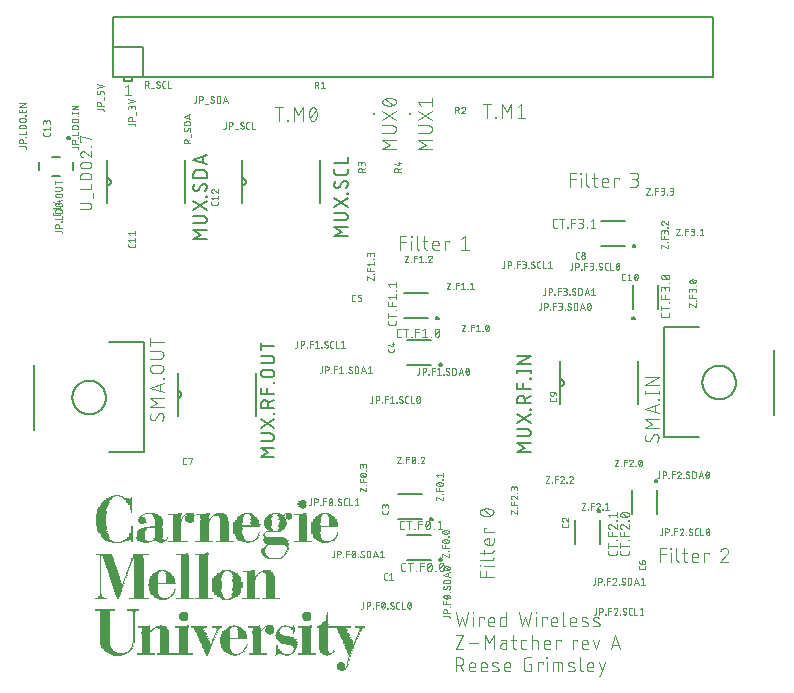
<source format=gbr>
G04 EAGLE Gerber RS-274X export*
G75*
%MOMM*%
%FSLAX34Y34*%
%LPD*%
%INSilkscreen Top*%
%IPPOS*%
%AMOC8*
5,1,8,0,0,1.08239X$1,22.5*%
G01*
%ADD10C,0.101600*%
%ADD11C,0.127000*%
%ADD12C,0.050800*%
%ADD13C,0.200000*%
%ADD14C,0.076200*%
%ADD15C,0.203200*%
%ADD16C,0.152400*%
%ADD17R,0.250000X0.250000*%
%ADD18R,0.381000X0.076200*%
%ADD19R,0.685800X0.076200*%
%ADD20R,0.762000X0.076200*%
%ADD21R,0.076200X0.076200*%
%ADD22R,0.152400X0.076200*%
%ADD23R,0.457200X0.076200*%
%ADD24R,0.304800X0.076200*%
%ADD25R,0.228600X0.076200*%
%ADD26R,1.219200X0.076200*%
%ADD27R,1.447800X0.076200*%
%ADD28R,1.524000X0.076200*%
%ADD29R,0.914400X0.076200*%
%ADD30R,1.600200X0.076200*%
%ADD31R,0.533400X0.076200*%
%ADD32R,0.838200X0.076200*%
%ADD33R,0.609600X0.076200*%
%ADD34R,0.990600X0.076200*%
%ADD35R,1.371600X0.076200*%
%ADD36R,1.676400X0.076200*%
%ADD37R,2.286000X0.076200*%
%ADD38R,1.066800X0.076200*%
%ADD39R,1.143000X0.076200*%
%ADD40R,2.895600X0.076200*%
%ADD41R,1.752600X0.076200*%
%ADD42R,1.295400X0.076200*%
%ADD43R,1.828800X0.076200*%
%ADD44R,1.981200X0.076200*%
%ADD45R,2.057400X0.076200*%
%ADD46R,2.133600X0.076200*%
%ADD47R,1.905000X0.076200*%


D10*
X399288Y59182D02*
X401884Y47498D01*
X404481Y55287D01*
X407077Y47498D01*
X409674Y59182D01*
X414006Y55287D02*
X414006Y47498D01*
X413681Y58533D02*
X413681Y59182D01*
X414330Y59182D01*
X414330Y58533D01*
X413681Y58533D01*
X419096Y55287D02*
X419096Y47498D01*
X419096Y55287D02*
X422990Y55287D01*
X422990Y53989D01*
X428597Y47498D02*
X431842Y47498D01*
X428597Y47498D02*
X428510Y47500D01*
X428422Y47506D01*
X428336Y47516D01*
X428249Y47529D01*
X428164Y47547D01*
X428079Y47568D01*
X427995Y47593D01*
X427913Y47622D01*
X427832Y47655D01*
X427752Y47691D01*
X427674Y47730D01*
X427598Y47774D01*
X427524Y47820D01*
X427453Y47870D01*
X427383Y47923D01*
X427316Y47979D01*
X427252Y48038D01*
X427190Y48100D01*
X427131Y48164D01*
X427075Y48231D01*
X427022Y48301D01*
X426972Y48372D01*
X426926Y48446D01*
X426882Y48522D01*
X426843Y48600D01*
X426807Y48680D01*
X426774Y48761D01*
X426745Y48843D01*
X426720Y48927D01*
X426699Y49012D01*
X426681Y49097D01*
X426668Y49184D01*
X426658Y49270D01*
X426652Y49358D01*
X426650Y49445D01*
X426649Y49445D02*
X426649Y52691D01*
X426650Y52691D02*
X426652Y52792D01*
X426658Y52892D01*
X426668Y52992D01*
X426681Y53092D01*
X426699Y53191D01*
X426720Y53290D01*
X426745Y53387D01*
X426774Y53484D01*
X426807Y53579D01*
X426843Y53673D01*
X426883Y53765D01*
X426926Y53856D01*
X426973Y53945D01*
X427023Y54032D01*
X427077Y54118D01*
X427134Y54201D01*
X427194Y54281D01*
X427257Y54360D01*
X427324Y54436D01*
X427393Y54509D01*
X427465Y54579D01*
X427539Y54647D01*
X427616Y54712D01*
X427696Y54773D01*
X427778Y54832D01*
X427862Y54887D01*
X427948Y54939D01*
X428036Y54988D01*
X428126Y55033D01*
X428218Y55075D01*
X428311Y55113D01*
X428406Y55147D01*
X428501Y55178D01*
X428598Y55205D01*
X428696Y55228D01*
X428795Y55248D01*
X428895Y55263D01*
X428995Y55275D01*
X429095Y55283D01*
X429196Y55287D01*
X429296Y55287D01*
X429397Y55283D01*
X429497Y55275D01*
X429597Y55263D01*
X429697Y55248D01*
X429796Y55228D01*
X429894Y55205D01*
X429991Y55178D01*
X430086Y55147D01*
X430181Y55113D01*
X430274Y55075D01*
X430366Y55033D01*
X430456Y54988D01*
X430544Y54939D01*
X430630Y54887D01*
X430714Y54832D01*
X430796Y54773D01*
X430876Y54712D01*
X430953Y54647D01*
X431027Y54579D01*
X431099Y54509D01*
X431168Y54436D01*
X431235Y54360D01*
X431298Y54281D01*
X431358Y54201D01*
X431415Y54118D01*
X431469Y54032D01*
X431519Y53945D01*
X431566Y53856D01*
X431609Y53765D01*
X431649Y53673D01*
X431685Y53579D01*
X431718Y53484D01*
X431747Y53387D01*
X431772Y53290D01*
X431793Y53191D01*
X431811Y53092D01*
X431824Y52992D01*
X431834Y52892D01*
X431840Y52792D01*
X431842Y52691D01*
X431842Y51393D01*
X426649Y51393D01*
X441689Y47498D02*
X441689Y59182D01*
X441689Y47498D02*
X438444Y47498D01*
X438357Y47500D01*
X438269Y47506D01*
X438183Y47516D01*
X438096Y47529D01*
X438011Y47547D01*
X437926Y47568D01*
X437842Y47593D01*
X437760Y47622D01*
X437679Y47655D01*
X437599Y47691D01*
X437521Y47730D01*
X437445Y47774D01*
X437371Y47820D01*
X437300Y47870D01*
X437230Y47923D01*
X437163Y47979D01*
X437099Y48038D01*
X437037Y48100D01*
X436978Y48164D01*
X436922Y48231D01*
X436869Y48301D01*
X436819Y48372D01*
X436773Y48446D01*
X436729Y48522D01*
X436690Y48600D01*
X436654Y48680D01*
X436621Y48761D01*
X436592Y48843D01*
X436567Y48927D01*
X436546Y49012D01*
X436528Y49097D01*
X436515Y49184D01*
X436505Y49270D01*
X436499Y49358D01*
X436497Y49445D01*
X436497Y53340D01*
X436499Y53427D01*
X436505Y53515D01*
X436515Y53601D01*
X436528Y53688D01*
X436546Y53773D01*
X436567Y53858D01*
X436592Y53942D01*
X436621Y54024D01*
X436654Y54105D01*
X436690Y54185D01*
X436729Y54263D01*
X436773Y54339D01*
X436819Y54413D01*
X436869Y54484D01*
X436922Y54554D01*
X436978Y54621D01*
X437037Y54685D01*
X437099Y54747D01*
X437163Y54806D01*
X437230Y54862D01*
X437300Y54915D01*
X437371Y54965D01*
X437445Y55011D01*
X437521Y55055D01*
X437599Y55094D01*
X437679Y55130D01*
X437760Y55163D01*
X437842Y55192D01*
X437926Y55217D01*
X438011Y55238D01*
X438096Y55256D01*
X438183Y55269D01*
X438269Y55279D01*
X438357Y55285D01*
X438444Y55287D01*
X441689Y55287D01*
X452628Y59182D02*
X455224Y47498D01*
X457821Y55287D01*
X460417Y47498D01*
X463014Y59182D01*
X467346Y55287D02*
X467346Y47498D01*
X467021Y58533D02*
X467021Y59182D01*
X467670Y59182D01*
X467670Y58533D01*
X467021Y58533D01*
X472436Y55287D02*
X472436Y47498D01*
X472436Y55287D02*
X476330Y55287D01*
X476330Y53989D01*
X481937Y47498D02*
X485182Y47498D01*
X481937Y47498D02*
X481850Y47500D01*
X481762Y47506D01*
X481676Y47516D01*
X481589Y47529D01*
X481504Y47547D01*
X481419Y47568D01*
X481335Y47593D01*
X481253Y47622D01*
X481172Y47655D01*
X481092Y47691D01*
X481014Y47730D01*
X480938Y47774D01*
X480864Y47820D01*
X480793Y47870D01*
X480723Y47923D01*
X480656Y47979D01*
X480592Y48038D01*
X480530Y48100D01*
X480471Y48164D01*
X480415Y48231D01*
X480362Y48301D01*
X480312Y48372D01*
X480266Y48446D01*
X480222Y48522D01*
X480183Y48600D01*
X480147Y48680D01*
X480114Y48761D01*
X480085Y48843D01*
X480060Y48927D01*
X480039Y49012D01*
X480021Y49097D01*
X480008Y49184D01*
X479998Y49270D01*
X479992Y49358D01*
X479990Y49445D01*
X479989Y49445D02*
X479989Y52691D01*
X479990Y52691D02*
X479992Y52792D01*
X479998Y52892D01*
X480008Y52992D01*
X480021Y53092D01*
X480039Y53191D01*
X480060Y53290D01*
X480085Y53387D01*
X480114Y53484D01*
X480147Y53579D01*
X480183Y53673D01*
X480223Y53765D01*
X480266Y53856D01*
X480313Y53945D01*
X480363Y54032D01*
X480417Y54118D01*
X480474Y54201D01*
X480534Y54281D01*
X480597Y54360D01*
X480664Y54436D01*
X480733Y54509D01*
X480805Y54579D01*
X480879Y54647D01*
X480956Y54712D01*
X481036Y54773D01*
X481118Y54832D01*
X481202Y54887D01*
X481288Y54939D01*
X481376Y54988D01*
X481466Y55033D01*
X481558Y55075D01*
X481651Y55113D01*
X481746Y55147D01*
X481841Y55178D01*
X481938Y55205D01*
X482036Y55228D01*
X482135Y55248D01*
X482235Y55263D01*
X482335Y55275D01*
X482435Y55283D01*
X482536Y55287D01*
X482636Y55287D01*
X482737Y55283D01*
X482837Y55275D01*
X482937Y55263D01*
X483037Y55248D01*
X483136Y55228D01*
X483234Y55205D01*
X483331Y55178D01*
X483426Y55147D01*
X483521Y55113D01*
X483614Y55075D01*
X483706Y55033D01*
X483796Y54988D01*
X483884Y54939D01*
X483970Y54887D01*
X484054Y54832D01*
X484136Y54773D01*
X484216Y54712D01*
X484293Y54647D01*
X484367Y54579D01*
X484439Y54509D01*
X484508Y54436D01*
X484575Y54360D01*
X484638Y54281D01*
X484698Y54201D01*
X484755Y54118D01*
X484809Y54032D01*
X484859Y53945D01*
X484906Y53856D01*
X484949Y53765D01*
X484989Y53673D01*
X485025Y53579D01*
X485058Y53484D01*
X485087Y53387D01*
X485112Y53290D01*
X485133Y53191D01*
X485151Y53092D01*
X485164Y52992D01*
X485174Y52892D01*
X485180Y52792D01*
X485182Y52691D01*
X485182Y51393D01*
X479989Y51393D01*
X490045Y49445D02*
X490045Y59182D01*
X490045Y49445D02*
X490047Y49358D01*
X490053Y49270D01*
X490063Y49184D01*
X490076Y49097D01*
X490094Y49012D01*
X490115Y48927D01*
X490140Y48843D01*
X490169Y48761D01*
X490202Y48680D01*
X490238Y48600D01*
X490277Y48522D01*
X490321Y48446D01*
X490367Y48372D01*
X490417Y48301D01*
X490470Y48231D01*
X490526Y48164D01*
X490585Y48100D01*
X490647Y48038D01*
X490711Y47979D01*
X490778Y47923D01*
X490848Y47870D01*
X490919Y47820D01*
X490993Y47774D01*
X491069Y47730D01*
X491147Y47691D01*
X491227Y47655D01*
X491308Y47622D01*
X491390Y47593D01*
X491474Y47568D01*
X491559Y47547D01*
X491644Y47529D01*
X491731Y47516D01*
X491817Y47506D01*
X491905Y47500D01*
X491992Y47498D01*
X497939Y47498D02*
X501184Y47498D01*
X497939Y47498D02*
X497852Y47500D01*
X497764Y47506D01*
X497678Y47516D01*
X497591Y47529D01*
X497506Y47547D01*
X497421Y47568D01*
X497337Y47593D01*
X497255Y47622D01*
X497174Y47655D01*
X497094Y47691D01*
X497016Y47730D01*
X496940Y47774D01*
X496866Y47820D01*
X496795Y47870D01*
X496725Y47923D01*
X496658Y47979D01*
X496594Y48038D01*
X496532Y48100D01*
X496473Y48164D01*
X496417Y48231D01*
X496364Y48301D01*
X496314Y48372D01*
X496268Y48446D01*
X496224Y48522D01*
X496185Y48600D01*
X496149Y48680D01*
X496116Y48761D01*
X496087Y48843D01*
X496062Y48927D01*
X496041Y49012D01*
X496023Y49097D01*
X496010Y49184D01*
X496000Y49270D01*
X495994Y49358D01*
X495992Y49445D01*
X495991Y49445D02*
X495991Y52691D01*
X495992Y52691D02*
X495994Y52792D01*
X496000Y52892D01*
X496010Y52992D01*
X496023Y53092D01*
X496041Y53191D01*
X496062Y53290D01*
X496087Y53387D01*
X496116Y53484D01*
X496149Y53579D01*
X496185Y53673D01*
X496225Y53765D01*
X496268Y53856D01*
X496315Y53945D01*
X496365Y54032D01*
X496419Y54118D01*
X496476Y54201D01*
X496536Y54281D01*
X496599Y54360D01*
X496666Y54436D01*
X496735Y54509D01*
X496807Y54579D01*
X496881Y54647D01*
X496958Y54712D01*
X497038Y54773D01*
X497120Y54832D01*
X497204Y54887D01*
X497290Y54939D01*
X497378Y54988D01*
X497468Y55033D01*
X497560Y55075D01*
X497653Y55113D01*
X497748Y55147D01*
X497843Y55178D01*
X497940Y55205D01*
X498038Y55228D01*
X498137Y55248D01*
X498237Y55263D01*
X498337Y55275D01*
X498437Y55283D01*
X498538Y55287D01*
X498638Y55287D01*
X498739Y55283D01*
X498839Y55275D01*
X498939Y55263D01*
X499039Y55248D01*
X499138Y55228D01*
X499236Y55205D01*
X499333Y55178D01*
X499428Y55147D01*
X499523Y55113D01*
X499616Y55075D01*
X499708Y55033D01*
X499798Y54988D01*
X499886Y54939D01*
X499972Y54887D01*
X500056Y54832D01*
X500138Y54773D01*
X500218Y54712D01*
X500295Y54647D01*
X500369Y54579D01*
X500441Y54509D01*
X500510Y54436D01*
X500577Y54360D01*
X500640Y54281D01*
X500700Y54201D01*
X500757Y54118D01*
X500811Y54032D01*
X500861Y53945D01*
X500908Y53856D01*
X500951Y53765D01*
X500991Y53673D01*
X501027Y53579D01*
X501060Y53484D01*
X501089Y53387D01*
X501114Y53290D01*
X501135Y53191D01*
X501153Y53092D01*
X501166Y52992D01*
X501176Y52892D01*
X501182Y52792D01*
X501184Y52691D01*
X501184Y51393D01*
X495991Y51393D01*
X506871Y52042D02*
X510117Y50744D01*
X506871Y52041D02*
X506796Y52074D01*
X506722Y52110D01*
X506650Y52149D01*
X506580Y52192D01*
X506513Y52238D01*
X506447Y52288D01*
X506385Y52340D01*
X506324Y52396D01*
X506267Y52454D01*
X506212Y52515D01*
X506161Y52579D01*
X506113Y52645D01*
X506068Y52714D01*
X506026Y52784D01*
X505988Y52857D01*
X505953Y52931D01*
X505922Y53007D01*
X505895Y53084D01*
X505872Y53163D01*
X505852Y53242D01*
X505837Y53323D01*
X505825Y53404D01*
X505817Y53486D01*
X505813Y53567D01*
X505814Y53649D01*
X505818Y53731D01*
X505826Y53813D01*
X505838Y53894D01*
X505854Y53974D01*
X505874Y54054D01*
X505898Y54132D01*
X505926Y54209D01*
X505957Y54285D01*
X505992Y54359D01*
X506030Y54431D01*
X506072Y54502D01*
X506118Y54570D01*
X506166Y54636D01*
X506218Y54699D01*
X506273Y54760D01*
X506331Y54818D01*
X506391Y54874D01*
X506454Y54926D01*
X506520Y54975D01*
X506588Y55021D01*
X506658Y55063D01*
X506730Y55103D01*
X506804Y55138D01*
X506879Y55170D01*
X506956Y55198D01*
X507034Y55222D01*
X507114Y55243D01*
X507194Y55260D01*
X507275Y55272D01*
X507356Y55281D01*
X507438Y55286D01*
X507520Y55287D01*
X507697Y55283D01*
X507874Y55274D01*
X508051Y55260D01*
X508228Y55243D01*
X508403Y55221D01*
X508579Y55196D01*
X508753Y55165D01*
X508927Y55131D01*
X509100Y55093D01*
X509272Y55050D01*
X509443Y55003D01*
X509613Y54953D01*
X509782Y54898D01*
X509949Y54839D01*
X510114Y54776D01*
X510279Y54709D01*
X510441Y54638D01*
X510116Y50744D02*
X510191Y50711D01*
X510265Y50675D01*
X510337Y50636D01*
X510407Y50593D01*
X510474Y50547D01*
X510540Y50497D01*
X510602Y50445D01*
X510663Y50389D01*
X510720Y50331D01*
X510775Y50270D01*
X510826Y50206D01*
X510874Y50140D01*
X510919Y50071D01*
X510961Y50001D01*
X510999Y49928D01*
X511034Y49854D01*
X511065Y49778D01*
X511092Y49701D01*
X511115Y49622D01*
X511135Y49543D01*
X511150Y49462D01*
X511162Y49381D01*
X511170Y49299D01*
X511174Y49218D01*
X511173Y49136D01*
X511169Y49054D01*
X511161Y48972D01*
X511149Y48891D01*
X511133Y48811D01*
X511113Y48731D01*
X511089Y48653D01*
X511061Y48576D01*
X511030Y48500D01*
X510995Y48426D01*
X510957Y48354D01*
X510915Y48283D01*
X510869Y48215D01*
X510821Y48149D01*
X510769Y48086D01*
X510714Y48025D01*
X510656Y47967D01*
X510596Y47911D01*
X510533Y47859D01*
X510467Y47810D01*
X510399Y47764D01*
X510329Y47722D01*
X510257Y47682D01*
X510183Y47647D01*
X510108Y47615D01*
X510031Y47587D01*
X509953Y47563D01*
X509873Y47542D01*
X509793Y47525D01*
X509712Y47513D01*
X509631Y47504D01*
X509549Y47499D01*
X509467Y47498D01*
X509468Y47498D02*
X509208Y47505D01*
X508948Y47518D01*
X508688Y47537D01*
X508429Y47562D01*
X508170Y47594D01*
X507913Y47631D01*
X507656Y47675D01*
X507400Y47724D01*
X507146Y47780D01*
X506893Y47841D01*
X506642Y47909D01*
X506392Y47983D01*
X506144Y48062D01*
X505898Y48147D01*
X516777Y52042D02*
X520023Y50744D01*
X516777Y52041D02*
X516702Y52074D01*
X516628Y52110D01*
X516556Y52149D01*
X516486Y52192D01*
X516419Y52238D01*
X516353Y52288D01*
X516291Y52340D01*
X516230Y52396D01*
X516173Y52454D01*
X516118Y52515D01*
X516067Y52579D01*
X516019Y52645D01*
X515974Y52714D01*
X515932Y52784D01*
X515894Y52857D01*
X515859Y52931D01*
X515828Y53007D01*
X515801Y53084D01*
X515778Y53163D01*
X515758Y53242D01*
X515743Y53323D01*
X515731Y53404D01*
X515723Y53486D01*
X515719Y53567D01*
X515720Y53649D01*
X515724Y53731D01*
X515732Y53813D01*
X515744Y53894D01*
X515760Y53974D01*
X515780Y54054D01*
X515804Y54132D01*
X515832Y54209D01*
X515863Y54285D01*
X515898Y54359D01*
X515936Y54431D01*
X515978Y54502D01*
X516024Y54570D01*
X516072Y54636D01*
X516124Y54699D01*
X516179Y54760D01*
X516237Y54818D01*
X516297Y54874D01*
X516360Y54926D01*
X516426Y54975D01*
X516494Y55021D01*
X516564Y55063D01*
X516636Y55103D01*
X516710Y55138D01*
X516785Y55170D01*
X516862Y55198D01*
X516940Y55222D01*
X517020Y55243D01*
X517100Y55260D01*
X517181Y55272D01*
X517262Y55281D01*
X517344Y55286D01*
X517426Y55287D01*
X517603Y55283D01*
X517780Y55274D01*
X517957Y55260D01*
X518134Y55243D01*
X518309Y55221D01*
X518485Y55196D01*
X518659Y55165D01*
X518833Y55131D01*
X519006Y55093D01*
X519178Y55050D01*
X519349Y55003D01*
X519519Y54953D01*
X519688Y54898D01*
X519855Y54839D01*
X520020Y54776D01*
X520185Y54709D01*
X520347Y54638D01*
X520022Y50744D02*
X520097Y50711D01*
X520171Y50675D01*
X520243Y50636D01*
X520313Y50593D01*
X520380Y50547D01*
X520446Y50497D01*
X520508Y50445D01*
X520569Y50389D01*
X520626Y50331D01*
X520681Y50270D01*
X520732Y50206D01*
X520780Y50140D01*
X520825Y50071D01*
X520867Y50001D01*
X520905Y49928D01*
X520940Y49854D01*
X520971Y49778D01*
X520998Y49701D01*
X521021Y49622D01*
X521041Y49543D01*
X521056Y49462D01*
X521068Y49381D01*
X521076Y49299D01*
X521080Y49218D01*
X521079Y49136D01*
X521075Y49054D01*
X521067Y48972D01*
X521055Y48891D01*
X521039Y48811D01*
X521019Y48731D01*
X520995Y48653D01*
X520967Y48576D01*
X520936Y48500D01*
X520901Y48426D01*
X520863Y48354D01*
X520821Y48283D01*
X520775Y48215D01*
X520727Y48149D01*
X520675Y48086D01*
X520620Y48025D01*
X520562Y47967D01*
X520502Y47911D01*
X520439Y47859D01*
X520373Y47810D01*
X520305Y47764D01*
X520235Y47722D01*
X520163Y47682D01*
X520089Y47647D01*
X520014Y47615D01*
X519937Y47587D01*
X519859Y47563D01*
X519779Y47542D01*
X519699Y47525D01*
X519618Y47513D01*
X519537Y47504D01*
X519455Y47499D01*
X519373Y47498D01*
X519374Y47498D02*
X519114Y47505D01*
X518854Y47518D01*
X518594Y47537D01*
X518335Y47562D01*
X518076Y47594D01*
X517819Y47631D01*
X517562Y47675D01*
X517306Y47724D01*
X517052Y47780D01*
X516799Y47841D01*
X516548Y47909D01*
X516298Y47983D01*
X516050Y48062D01*
X515804Y48147D01*
X405779Y40132D02*
X399288Y40132D01*
X405779Y40132D02*
X399288Y28448D01*
X405779Y28448D01*
X410450Y32992D02*
X418239Y32992D01*
X423785Y28448D02*
X423785Y40132D01*
X427680Y33641D01*
X431574Y40132D01*
X431574Y28448D01*
X439107Y32992D02*
X442028Y32992D01*
X439107Y32992D02*
X439013Y32990D01*
X438919Y32984D01*
X438826Y32975D01*
X438733Y32961D01*
X438641Y32944D01*
X438549Y32922D01*
X438459Y32898D01*
X438369Y32869D01*
X438281Y32837D01*
X438194Y32801D01*
X438109Y32761D01*
X438026Y32718D01*
X437944Y32672D01*
X437864Y32622D01*
X437787Y32569D01*
X437712Y32513D01*
X437639Y32454D01*
X437568Y32392D01*
X437500Y32327D01*
X437435Y32259D01*
X437373Y32188D01*
X437314Y32115D01*
X437258Y32040D01*
X437205Y31963D01*
X437155Y31883D01*
X437109Y31801D01*
X437066Y31718D01*
X437026Y31633D01*
X436990Y31546D01*
X436958Y31458D01*
X436929Y31368D01*
X436905Y31278D01*
X436883Y31186D01*
X436866Y31094D01*
X436852Y31001D01*
X436843Y30908D01*
X436837Y30814D01*
X436835Y30720D01*
X436837Y30626D01*
X436843Y30532D01*
X436852Y30439D01*
X436866Y30346D01*
X436883Y30254D01*
X436905Y30162D01*
X436929Y30072D01*
X436958Y29982D01*
X436990Y29894D01*
X437026Y29807D01*
X437066Y29722D01*
X437109Y29639D01*
X437155Y29557D01*
X437205Y29477D01*
X437258Y29400D01*
X437314Y29325D01*
X437373Y29252D01*
X437435Y29181D01*
X437500Y29113D01*
X437568Y29048D01*
X437639Y28986D01*
X437712Y28927D01*
X437787Y28871D01*
X437864Y28818D01*
X437944Y28768D01*
X438026Y28722D01*
X438109Y28679D01*
X438194Y28639D01*
X438281Y28603D01*
X438369Y28571D01*
X438459Y28542D01*
X438549Y28518D01*
X438641Y28496D01*
X438733Y28479D01*
X438826Y28465D01*
X438919Y28456D01*
X439013Y28450D01*
X439107Y28448D01*
X442028Y28448D01*
X442028Y34290D01*
X442026Y34377D01*
X442020Y34465D01*
X442010Y34551D01*
X441997Y34638D01*
X441979Y34723D01*
X441958Y34808D01*
X441933Y34892D01*
X441904Y34974D01*
X441871Y35055D01*
X441835Y35135D01*
X441796Y35213D01*
X441752Y35289D01*
X441706Y35363D01*
X441656Y35434D01*
X441603Y35504D01*
X441547Y35571D01*
X441488Y35635D01*
X441426Y35697D01*
X441362Y35756D01*
X441295Y35812D01*
X441225Y35865D01*
X441154Y35915D01*
X441080Y35961D01*
X441004Y36005D01*
X440926Y36044D01*
X440846Y36080D01*
X440765Y36113D01*
X440683Y36142D01*
X440599Y36167D01*
X440514Y36188D01*
X440429Y36206D01*
X440342Y36219D01*
X440256Y36229D01*
X440168Y36235D01*
X440081Y36237D01*
X437484Y36237D01*
X446214Y36237D02*
X450108Y36237D01*
X447512Y40132D02*
X447512Y30395D01*
X447514Y30308D01*
X447520Y30220D01*
X447530Y30134D01*
X447543Y30047D01*
X447561Y29962D01*
X447582Y29877D01*
X447607Y29793D01*
X447636Y29711D01*
X447669Y29630D01*
X447705Y29550D01*
X447744Y29472D01*
X447788Y29396D01*
X447834Y29322D01*
X447884Y29251D01*
X447937Y29181D01*
X447993Y29114D01*
X448052Y29050D01*
X448114Y28988D01*
X448178Y28929D01*
X448245Y28873D01*
X448315Y28820D01*
X448386Y28770D01*
X448460Y28724D01*
X448536Y28680D01*
X448614Y28641D01*
X448694Y28605D01*
X448775Y28572D01*
X448857Y28543D01*
X448941Y28518D01*
X449026Y28497D01*
X449111Y28479D01*
X449198Y28466D01*
X449284Y28456D01*
X449372Y28450D01*
X449459Y28448D01*
X450108Y28448D01*
X456381Y28448D02*
X458977Y28448D01*
X456381Y28448D02*
X456294Y28450D01*
X456206Y28456D01*
X456120Y28466D01*
X456033Y28479D01*
X455948Y28497D01*
X455863Y28518D01*
X455779Y28543D01*
X455697Y28572D01*
X455616Y28605D01*
X455536Y28641D01*
X455458Y28680D01*
X455382Y28724D01*
X455308Y28770D01*
X455237Y28820D01*
X455167Y28873D01*
X455100Y28929D01*
X455036Y28988D01*
X454974Y29050D01*
X454915Y29114D01*
X454859Y29181D01*
X454806Y29251D01*
X454756Y29322D01*
X454710Y29396D01*
X454666Y29472D01*
X454627Y29550D01*
X454591Y29630D01*
X454558Y29711D01*
X454529Y29793D01*
X454504Y29877D01*
X454483Y29962D01*
X454465Y30047D01*
X454452Y30134D01*
X454442Y30220D01*
X454436Y30308D01*
X454434Y30395D01*
X454433Y30395D02*
X454433Y34290D01*
X454434Y34290D02*
X454436Y34377D01*
X454442Y34465D01*
X454452Y34551D01*
X454465Y34638D01*
X454483Y34723D01*
X454504Y34808D01*
X454529Y34892D01*
X454558Y34974D01*
X454591Y35055D01*
X454627Y35135D01*
X454666Y35213D01*
X454710Y35289D01*
X454756Y35363D01*
X454806Y35434D01*
X454859Y35504D01*
X454915Y35571D01*
X454974Y35635D01*
X455036Y35697D01*
X455100Y35756D01*
X455167Y35812D01*
X455237Y35865D01*
X455308Y35915D01*
X455382Y35961D01*
X455458Y36005D01*
X455536Y36044D01*
X455616Y36080D01*
X455697Y36113D01*
X455779Y36142D01*
X455863Y36167D01*
X455948Y36188D01*
X456033Y36206D01*
X456120Y36219D01*
X456206Y36229D01*
X456294Y36235D01*
X456381Y36237D01*
X458977Y36237D01*
X463564Y40132D02*
X463564Y28448D01*
X463564Y36237D02*
X466810Y36237D01*
X466897Y36235D01*
X466985Y36229D01*
X467071Y36219D01*
X467158Y36206D01*
X467243Y36188D01*
X467328Y36167D01*
X467412Y36142D01*
X467494Y36113D01*
X467575Y36080D01*
X467655Y36044D01*
X467733Y36005D01*
X467809Y35961D01*
X467883Y35915D01*
X467954Y35865D01*
X468024Y35812D01*
X468091Y35756D01*
X468155Y35697D01*
X468217Y35636D01*
X468276Y35571D01*
X468332Y35504D01*
X468385Y35434D01*
X468435Y35363D01*
X468481Y35289D01*
X468525Y35213D01*
X468564Y35135D01*
X468600Y35055D01*
X468633Y34974D01*
X468662Y34892D01*
X468687Y34808D01*
X468708Y34723D01*
X468726Y34638D01*
X468739Y34551D01*
X468749Y34465D01*
X468755Y34377D01*
X468757Y34290D01*
X468757Y28448D01*
X475798Y28448D02*
X479044Y28448D01*
X475798Y28448D02*
X475711Y28450D01*
X475623Y28456D01*
X475537Y28466D01*
X475450Y28479D01*
X475365Y28497D01*
X475280Y28518D01*
X475196Y28543D01*
X475114Y28572D01*
X475033Y28605D01*
X474953Y28641D01*
X474875Y28680D01*
X474799Y28724D01*
X474725Y28770D01*
X474654Y28820D01*
X474584Y28873D01*
X474517Y28929D01*
X474453Y28988D01*
X474391Y29050D01*
X474332Y29114D01*
X474276Y29181D01*
X474223Y29251D01*
X474173Y29322D01*
X474127Y29396D01*
X474083Y29472D01*
X474044Y29550D01*
X474008Y29630D01*
X473975Y29711D01*
X473946Y29793D01*
X473921Y29877D01*
X473900Y29962D01*
X473882Y30047D01*
X473869Y30134D01*
X473859Y30220D01*
X473853Y30308D01*
X473851Y30395D01*
X473851Y33641D01*
X473853Y33742D01*
X473859Y33842D01*
X473869Y33942D01*
X473882Y34042D01*
X473900Y34141D01*
X473921Y34240D01*
X473946Y34337D01*
X473975Y34434D01*
X474008Y34529D01*
X474044Y34623D01*
X474084Y34715D01*
X474127Y34806D01*
X474174Y34895D01*
X474224Y34982D01*
X474278Y35068D01*
X474335Y35151D01*
X474395Y35231D01*
X474458Y35310D01*
X474525Y35386D01*
X474594Y35459D01*
X474666Y35529D01*
X474740Y35597D01*
X474817Y35662D01*
X474897Y35723D01*
X474979Y35782D01*
X475063Y35837D01*
X475149Y35889D01*
X475237Y35938D01*
X475327Y35983D01*
X475419Y36025D01*
X475512Y36063D01*
X475607Y36097D01*
X475702Y36128D01*
X475799Y36155D01*
X475897Y36178D01*
X475996Y36198D01*
X476096Y36213D01*
X476196Y36225D01*
X476296Y36233D01*
X476397Y36237D01*
X476497Y36237D01*
X476598Y36233D01*
X476698Y36225D01*
X476798Y36213D01*
X476898Y36198D01*
X476997Y36178D01*
X477095Y36155D01*
X477192Y36128D01*
X477287Y36097D01*
X477382Y36063D01*
X477475Y36025D01*
X477567Y35983D01*
X477657Y35938D01*
X477745Y35889D01*
X477831Y35837D01*
X477915Y35782D01*
X477997Y35723D01*
X478077Y35662D01*
X478154Y35597D01*
X478228Y35529D01*
X478300Y35459D01*
X478369Y35386D01*
X478436Y35310D01*
X478499Y35231D01*
X478559Y35151D01*
X478616Y35068D01*
X478670Y34982D01*
X478720Y34895D01*
X478767Y34806D01*
X478810Y34715D01*
X478850Y34623D01*
X478886Y34529D01*
X478919Y34434D01*
X478948Y34337D01*
X478973Y34240D01*
X478994Y34141D01*
X479012Y34042D01*
X479025Y33942D01*
X479035Y33842D01*
X479041Y33742D01*
X479043Y33641D01*
X479044Y33641D02*
X479044Y32343D01*
X473851Y32343D01*
X484204Y28448D02*
X484204Y36237D01*
X488099Y36237D01*
X488099Y34939D01*
X498301Y36237D02*
X498301Y28448D01*
X498301Y36237D02*
X502196Y36237D01*
X502196Y34939D01*
X507802Y28448D02*
X511048Y28448D01*
X507802Y28448D02*
X507715Y28450D01*
X507627Y28456D01*
X507541Y28466D01*
X507454Y28479D01*
X507369Y28497D01*
X507284Y28518D01*
X507200Y28543D01*
X507118Y28572D01*
X507037Y28605D01*
X506957Y28641D01*
X506879Y28680D01*
X506803Y28724D01*
X506729Y28770D01*
X506658Y28820D01*
X506588Y28873D01*
X506521Y28929D01*
X506457Y28988D01*
X506395Y29050D01*
X506336Y29114D01*
X506280Y29181D01*
X506227Y29251D01*
X506177Y29322D01*
X506131Y29396D01*
X506087Y29472D01*
X506048Y29550D01*
X506012Y29630D01*
X505979Y29711D01*
X505950Y29793D01*
X505925Y29877D01*
X505904Y29962D01*
X505886Y30047D01*
X505873Y30134D01*
X505863Y30220D01*
X505857Y30308D01*
X505855Y30395D01*
X505855Y33641D01*
X505857Y33742D01*
X505863Y33842D01*
X505873Y33942D01*
X505886Y34042D01*
X505904Y34141D01*
X505925Y34240D01*
X505950Y34337D01*
X505979Y34434D01*
X506012Y34529D01*
X506048Y34623D01*
X506088Y34715D01*
X506131Y34806D01*
X506178Y34895D01*
X506228Y34982D01*
X506282Y35068D01*
X506339Y35151D01*
X506399Y35231D01*
X506462Y35310D01*
X506529Y35386D01*
X506598Y35459D01*
X506670Y35529D01*
X506744Y35597D01*
X506821Y35662D01*
X506901Y35723D01*
X506983Y35782D01*
X507067Y35837D01*
X507153Y35889D01*
X507241Y35938D01*
X507331Y35983D01*
X507423Y36025D01*
X507516Y36063D01*
X507611Y36097D01*
X507706Y36128D01*
X507803Y36155D01*
X507901Y36178D01*
X508000Y36198D01*
X508100Y36213D01*
X508200Y36225D01*
X508300Y36233D01*
X508401Y36237D01*
X508501Y36237D01*
X508602Y36233D01*
X508702Y36225D01*
X508802Y36213D01*
X508902Y36198D01*
X509001Y36178D01*
X509099Y36155D01*
X509196Y36128D01*
X509291Y36097D01*
X509386Y36063D01*
X509479Y36025D01*
X509571Y35983D01*
X509661Y35938D01*
X509749Y35889D01*
X509835Y35837D01*
X509919Y35782D01*
X510001Y35723D01*
X510081Y35662D01*
X510158Y35597D01*
X510232Y35529D01*
X510304Y35459D01*
X510373Y35386D01*
X510440Y35310D01*
X510503Y35231D01*
X510563Y35151D01*
X510620Y35068D01*
X510674Y34982D01*
X510724Y34895D01*
X510771Y34806D01*
X510814Y34715D01*
X510854Y34623D01*
X510890Y34529D01*
X510923Y34434D01*
X510952Y34337D01*
X510977Y34240D01*
X510998Y34141D01*
X511016Y34042D01*
X511029Y33942D01*
X511039Y33842D01*
X511045Y33742D01*
X511047Y33641D01*
X511048Y33641D02*
X511048Y32343D01*
X505855Y32343D01*
X515380Y36237D02*
X517976Y28448D01*
X520573Y36237D01*
X530465Y28448D02*
X534359Y40132D01*
X538254Y28448D01*
X537280Y31369D02*
X531438Y31369D01*
X399288Y21082D02*
X399288Y9398D01*
X399288Y21082D02*
X402534Y21082D01*
X402647Y21080D01*
X402760Y21074D01*
X402873Y21064D01*
X402986Y21050D01*
X403098Y21033D01*
X403209Y21011D01*
X403319Y20986D01*
X403429Y20956D01*
X403537Y20923D01*
X403644Y20886D01*
X403750Y20846D01*
X403854Y20801D01*
X403957Y20753D01*
X404058Y20702D01*
X404157Y20647D01*
X404254Y20589D01*
X404349Y20527D01*
X404442Y20462D01*
X404532Y20394D01*
X404620Y20323D01*
X404706Y20248D01*
X404789Y20171D01*
X404869Y20091D01*
X404946Y20008D01*
X405021Y19922D01*
X405092Y19834D01*
X405160Y19744D01*
X405225Y19651D01*
X405287Y19556D01*
X405345Y19459D01*
X405400Y19360D01*
X405451Y19259D01*
X405499Y19156D01*
X405544Y19052D01*
X405584Y18946D01*
X405621Y18839D01*
X405654Y18731D01*
X405684Y18621D01*
X405709Y18511D01*
X405731Y18400D01*
X405748Y18288D01*
X405762Y18175D01*
X405772Y18062D01*
X405778Y17949D01*
X405780Y17836D01*
X405778Y17723D01*
X405772Y17610D01*
X405762Y17497D01*
X405748Y17384D01*
X405731Y17272D01*
X405709Y17161D01*
X405684Y17051D01*
X405654Y16941D01*
X405621Y16833D01*
X405584Y16726D01*
X405544Y16620D01*
X405499Y16516D01*
X405451Y16413D01*
X405400Y16312D01*
X405345Y16213D01*
X405287Y16116D01*
X405225Y16021D01*
X405160Y15928D01*
X405092Y15838D01*
X405021Y15750D01*
X404946Y15664D01*
X404869Y15581D01*
X404789Y15501D01*
X404706Y15424D01*
X404620Y15349D01*
X404532Y15278D01*
X404442Y15210D01*
X404349Y15145D01*
X404254Y15083D01*
X404157Y15025D01*
X404058Y14970D01*
X403957Y14919D01*
X403854Y14871D01*
X403750Y14826D01*
X403644Y14786D01*
X403537Y14749D01*
X403429Y14716D01*
X403319Y14686D01*
X403209Y14661D01*
X403098Y14639D01*
X402986Y14622D01*
X402873Y14608D01*
X402760Y14598D01*
X402647Y14592D01*
X402534Y14590D01*
X402534Y14591D02*
X399288Y14591D01*
X403183Y14591D02*
X405779Y9398D01*
X412479Y9398D02*
X415724Y9398D01*
X412479Y9398D02*
X412392Y9400D01*
X412304Y9406D01*
X412218Y9416D01*
X412131Y9429D01*
X412046Y9447D01*
X411961Y9468D01*
X411877Y9493D01*
X411795Y9522D01*
X411714Y9555D01*
X411634Y9591D01*
X411556Y9630D01*
X411480Y9674D01*
X411406Y9720D01*
X411335Y9770D01*
X411265Y9823D01*
X411198Y9879D01*
X411134Y9938D01*
X411072Y10000D01*
X411013Y10064D01*
X410957Y10131D01*
X410904Y10201D01*
X410854Y10272D01*
X410808Y10346D01*
X410764Y10422D01*
X410725Y10500D01*
X410689Y10580D01*
X410656Y10661D01*
X410627Y10743D01*
X410602Y10827D01*
X410581Y10912D01*
X410563Y10997D01*
X410550Y11084D01*
X410540Y11170D01*
X410534Y11258D01*
X410532Y11345D01*
X410531Y11345D02*
X410531Y14591D01*
X410532Y14591D02*
X410534Y14692D01*
X410540Y14792D01*
X410550Y14892D01*
X410563Y14992D01*
X410581Y15091D01*
X410602Y15190D01*
X410627Y15287D01*
X410656Y15384D01*
X410689Y15479D01*
X410725Y15573D01*
X410765Y15665D01*
X410808Y15756D01*
X410855Y15845D01*
X410905Y15932D01*
X410959Y16018D01*
X411016Y16101D01*
X411076Y16181D01*
X411139Y16260D01*
X411206Y16336D01*
X411275Y16409D01*
X411347Y16479D01*
X411421Y16547D01*
X411498Y16612D01*
X411578Y16673D01*
X411660Y16732D01*
X411744Y16787D01*
X411830Y16839D01*
X411918Y16888D01*
X412008Y16933D01*
X412100Y16975D01*
X412193Y17013D01*
X412288Y17047D01*
X412383Y17078D01*
X412480Y17105D01*
X412578Y17128D01*
X412677Y17148D01*
X412777Y17163D01*
X412877Y17175D01*
X412977Y17183D01*
X413078Y17187D01*
X413178Y17187D01*
X413279Y17183D01*
X413379Y17175D01*
X413479Y17163D01*
X413579Y17148D01*
X413678Y17128D01*
X413776Y17105D01*
X413873Y17078D01*
X413968Y17047D01*
X414063Y17013D01*
X414156Y16975D01*
X414248Y16933D01*
X414338Y16888D01*
X414426Y16839D01*
X414512Y16787D01*
X414596Y16732D01*
X414678Y16673D01*
X414758Y16612D01*
X414835Y16547D01*
X414909Y16479D01*
X414981Y16409D01*
X415050Y16336D01*
X415117Y16260D01*
X415180Y16181D01*
X415240Y16101D01*
X415297Y16018D01*
X415351Y15932D01*
X415401Y15845D01*
X415448Y15756D01*
X415491Y15665D01*
X415531Y15573D01*
X415567Y15479D01*
X415600Y15384D01*
X415629Y15287D01*
X415654Y15190D01*
X415675Y15091D01*
X415693Y14992D01*
X415706Y14892D01*
X415716Y14792D01*
X415722Y14692D01*
X415724Y14591D01*
X415724Y13293D01*
X410531Y13293D01*
X422385Y9398D02*
X425630Y9398D01*
X422385Y9398D02*
X422298Y9400D01*
X422210Y9406D01*
X422124Y9416D01*
X422037Y9429D01*
X421952Y9447D01*
X421867Y9468D01*
X421783Y9493D01*
X421701Y9522D01*
X421620Y9555D01*
X421540Y9591D01*
X421462Y9630D01*
X421386Y9674D01*
X421312Y9720D01*
X421241Y9770D01*
X421171Y9823D01*
X421104Y9879D01*
X421040Y9938D01*
X420978Y10000D01*
X420919Y10064D01*
X420863Y10131D01*
X420810Y10201D01*
X420760Y10272D01*
X420714Y10346D01*
X420670Y10422D01*
X420631Y10500D01*
X420595Y10580D01*
X420562Y10661D01*
X420533Y10743D01*
X420508Y10827D01*
X420487Y10912D01*
X420469Y10997D01*
X420456Y11084D01*
X420446Y11170D01*
X420440Y11258D01*
X420438Y11345D01*
X420437Y11345D02*
X420437Y14591D01*
X420438Y14591D02*
X420440Y14692D01*
X420446Y14792D01*
X420456Y14892D01*
X420469Y14992D01*
X420487Y15091D01*
X420508Y15190D01*
X420533Y15287D01*
X420562Y15384D01*
X420595Y15479D01*
X420631Y15573D01*
X420671Y15665D01*
X420714Y15756D01*
X420761Y15845D01*
X420811Y15932D01*
X420865Y16018D01*
X420922Y16101D01*
X420982Y16181D01*
X421045Y16260D01*
X421112Y16336D01*
X421181Y16409D01*
X421253Y16479D01*
X421327Y16547D01*
X421404Y16612D01*
X421484Y16673D01*
X421566Y16732D01*
X421650Y16787D01*
X421736Y16839D01*
X421824Y16888D01*
X421914Y16933D01*
X422006Y16975D01*
X422099Y17013D01*
X422194Y17047D01*
X422289Y17078D01*
X422386Y17105D01*
X422484Y17128D01*
X422583Y17148D01*
X422683Y17163D01*
X422783Y17175D01*
X422883Y17183D01*
X422984Y17187D01*
X423084Y17187D01*
X423185Y17183D01*
X423285Y17175D01*
X423385Y17163D01*
X423485Y17148D01*
X423584Y17128D01*
X423682Y17105D01*
X423779Y17078D01*
X423874Y17047D01*
X423969Y17013D01*
X424062Y16975D01*
X424154Y16933D01*
X424244Y16888D01*
X424332Y16839D01*
X424418Y16787D01*
X424502Y16732D01*
X424584Y16673D01*
X424664Y16612D01*
X424741Y16547D01*
X424815Y16479D01*
X424887Y16409D01*
X424956Y16336D01*
X425023Y16260D01*
X425086Y16181D01*
X425146Y16101D01*
X425203Y16018D01*
X425257Y15932D01*
X425307Y15845D01*
X425354Y15756D01*
X425397Y15665D01*
X425437Y15573D01*
X425473Y15479D01*
X425506Y15384D01*
X425535Y15287D01*
X425560Y15190D01*
X425581Y15091D01*
X425599Y14992D01*
X425612Y14892D01*
X425622Y14792D01*
X425628Y14692D01*
X425630Y14591D01*
X425630Y13293D01*
X420437Y13293D01*
X431317Y13942D02*
X434563Y12644D01*
X431317Y13941D02*
X431242Y13974D01*
X431168Y14010D01*
X431096Y14049D01*
X431026Y14092D01*
X430959Y14138D01*
X430893Y14188D01*
X430831Y14240D01*
X430770Y14296D01*
X430713Y14354D01*
X430658Y14415D01*
X430607Y14479D01*
X430559Y14545D01*
X430514Y14614D01*
X430472Y14684D01*
X430434Y14757D01*
X430399Y14831D01*
X430368Y14907D01*
X430341Y14984D01*
X430318Y15063D01*
X430298Y15142D01*
X430283Y15223D01*
X430271Y15304D01*
X430263Y15386D01*
X430259Y15467D01*
X430260Y15549D01*
X430264Y15631D01*
X430272Y15713D01*
X430284Y15794D01*
X430300Y15874D01*
X430320Y15954D01*
X430344Y16032D01*
X430372Y16109D01*
X430403Y16185D01*
X430438Y16259D01*
X430476Y16331D01*
X430518Y16402D01*
X430564Y16470D01*
X430612Y16536D01*
X430664Y16599D01*
X430719Y16660D01*
X430777Y16718D01*
X430837Y16774D01*
X430900Y16826D01*
X430966Y16875D01*
X431034Y16921D01*
X431104Y16963D01*
X431176Y17003D01*
X431250Y17038D01*
X431325Y17070D01*
X431402Y17098D01*
X431480Y17122D01*
X431560Y17143D01*
X431640Y17160D01*
X431721Y17172D01*
X431802Y17181D01*
X431884Y17186D01*
X431966Y17187D01*
X432143Y17183D01*
X432320Y17174D01*
X432497Y17160D01*
X432674Y17143D01*
X432849Y17121D01*
X433025Y17096D01*
X433199Y17065D01*
X433373Y17031D01*
X433546Y16993D01*
X433718Y16950D01*
X433889Y16903D01*
X434059Y16853D01*
X434228Y16798D01*
X434395Y16739D01*
X434560Y16676D01*
X434725Y16609D01*
X434887Y16538D01*
X434563Y12644D02*
X434638Y12611D01*
X434712Y12575D01*
X434784Y12536D01*
X434854Y12493D01*
X434921Y12447D01*
X434987Y12397D01*
X435049Y12345D01*
X435110Y12289D01*
X435167Y12231D01*
X435222Y12170D01*
X435273Y12106D01*
X435321Y12040D01*
X435366Y11971D01*
X435408Y11901D01*
X435446Y11828D01*
X435481Y11754D01*
X435512Y11678D01*
X435539Y11601D01*
X435562Y11522D01*
X435582Y11443D01*
X435597Y11362D01*
X435609Y11281D01*
X435617Y11199D01*
X435621Y11118D01*
X435620Y11036D01*
X435616Y10954D01*
X435608Y10872D01*
X435596Y10791D01*
X435580Y10711D01*
X435560Y10631D01*
X435536Y10553D01*
X435508Y10476D01*
X435477Y10400D01*
X435442Y10326D01*
X435404Y10254D01*
X435362Y10183D01*
X435316Y10115D01*
X435268Y10049D01*
X435216Y9986D01*
X435161Y9925D01*
X435103Y9867D01*
X435043Y9811D01*
X434980Y9759D01*
X434914Y9710D01*
X434846Y9664D01*
X434776Y9622D01*
X434704Y9582D01*
X434630Y9547D01*
X434555Y9515D01*
X434478Y9487D01*
X434400Y9463D01*
X434320Y9442D01*
X434240Y9425D01*
X434159Y9413D01*
X434078Y9404D01*
X433996Y9399D01*
X433914Y9398D01*
X433654Y9405D01*
X433394Y9418D01*
X433134Y9437D01*
X432875Y9462D01*
X432616Y9494D01*
X432359Y9531D01*
X432102Y9575D01*
X431846Y9624D01*
X431592Y9680D01*
X431339Y9741D01*
X431088Y9809D01*
X430838Y9883D01*
X430590Y9962D01*
X430344Y10047D01*
X442197Y9398D02*
X445442Y9398D01*
X442197Y9398D02*
X442110Y9400D01*
X442022Y9406D01*
X441936Y9416D01*
X441849Y9429D01*
X441764Y9447D01*
X441679Y9468D01*
X441595Y9493D01*
X441513Y9522D01*
X441432Y9555D01*
X441352Y9591D01*
X441274Y9630D01*
X441198Y9674D01*
X441124Y9720D01*
X441053Y9770D01*
X440983Y9823D01*
X440916Y9879D01*
X440852Y9938D01*
X440790Y10000D01*
X440731Y10064D01*
X440675Y10131D01*
X440622Y10201D01*
X440572Y10272D01*
X440526Y10346D01*
X440482Y10422D01*
X440443Y10500D01*
X440407Y10580D01*
X440374Y10661D01*
X440345Y10743D01*
X440320Y10827D01*
X440299Y10912D01*
X440281Y10997D01*
X440268Y11084D01*
X440258Y11170D01*
X440252Y11258D01*
X440250Y11345D01*
X440249Y11345D02*
X440249Y14591D01*
X440250Y14591D02*
X440252Y14692D01*
X440258Y14792D01*
X440268Y14892D01*
X440281Y14992D01*
X440299Y15091D01*
X440320Y15190D01*
X440345Y15287D01*
X440374Y15384D01*
X440407Y15479D01*
X440443Y15573D01*
X440483Y15665D01*
X440526Y15756D01*
X440573Y15845D01*
X440623Y15932D01*
X440677Y16018D01*
X440734Y16101D01*
X440794Y16181D01*
X440857Y16260D01*
X440924Y16336D01*
X440993Y16409D01*
X441065Y16479D01*
X441139Y16547D01*
X441216Y16612D01*
X441296Y16673D01*
X441378Y16732D01*
X441462Y16787D01*
X441548Y16839D01*
X441636Y16888D01*
X441726Y16933D01*
X441818Y16975D01*
X441911Y17013D01*
X442006Y17047D01*
X442101Y17078D01*
X442198Y17105D01*
X442296Y17128D01*
X442395Y17148D01*
X442495Y17163D01*
X442595Y17175D01*
X442695Y17183D01*
X442796Y17187D01*
X442896Y17187D01*
X442997Y17183D01*
X443097Y17175D01*
X443197Y17163D01*
X443297Y17148D01*
X443396Y17128D01*
X443494Y17105D01*
X443591Y17078D01*
X443686Y17047D01*
X443781Y17013D01*
X443874Y16975D01*
X443966Y16933D01*
X444056Y16888D01*
X444144Y16839D01*
X444230Y16787D01*
X444314Y16732D01*
X444396Y16673D01*
X444476Y16612D01*
X444553Y16547D01*
X444627Y16479D01*
X444699Y16409D01*
X444768Y16336D01*
X444835Y16260D01*
X444898Y16181D01*
X444958Y16101D01*
X445015Y16018D01*
X445069Y15932D01*
X445119Y15845D01*
X445166Y15756D01*
X445209Y15665D01*
X445249Y15573D01*
X445285Y15479D01*
X445318Y15384D01*
X445347Y15287D01*
X445372Y15190D01*
X445393Y15091D01*
X445411Y14992D01*
X445424Y14892D01*
X445434Y14792D01*
X445440Y14692D01*
X445442Y14591D01*
X445442Y13293D01*
X440249Y13293D01*
X461289Y15889D02*
X463236Y15889D01*
X463236Y9398D01*
X459342Y9398D01*
X459243Y9400D01*
X459143Y9406D01*
X459044Y9415D01*
X458946Y9428D01*
X458848Y9445D01*
X458750Y9466D01*
X458654Y9491D01*
X458559Y9519D01*
X458465Y9551D01*
X458372Y9586D01*
X458280Y9625D01*
X458190Y9668D01*
X458102Y9713D01*
X458015Y9763D01*
X457931Y9815D01*
X457848Y9871D01*
X457768Y9929D01*
X457690Y9991D01*
X457615Y10056D01*
X457542Y10124D01*
X457472Y10194D01*
X457404Y10267D01*
X457339Y10342D01*
X457277Y10420D01*
X457219Y10500D01*
X457163Y10583D01*
X457111Y10667D01*
X457061Y10754D01*
X457016Y10842D01*
X456973Y10932D01*
X456934Y11024D01*
X456899Y11117D01*
X456867Y11211D01*
X456839Y11306D01*
X456814Y11402D01*
X456793Y11500D01*
X456776Y11598D01*
X456763Y11696D01*
X456754Y11795D01*
X456748Y11895D01*
X456746Y11994D01*
X456745Y11994D02*
X456745Y18486D01*
X456746Y18486D02*
X456748Y18585D01*
X456754Y18685D01*
X456763Y18784D01*
X456776Y18882D01*
X456793Y18980D01*
X456814Y19078D01*
X456839Y19174D01*
X456867Y19269D01*
X456899Y19363D01*
X456934Y19456D01*
X456973Y19548D01*
X457016Y19638D01*
X457061Y19726D01*
X457111Y19813D01*
X457163Y19897D01*
X457219Y19980D01*
X457277Y20060D01*
X457339Y20138D01*
X457404Y20213D01*
X457472Y20286D01*
X457542Y20356D01*
X457615Y20424D01*
X457690Y20489D01*
X457768Y20551D01*
X457848Y20609D01*
X457931Y20665D01*
X458015Y20717D01*
X458102Y20767D01*
X458190Y20812D01*
X458280Y20855D01*
X458372Y20894D01*
X458464Y20929D01*
X458559Y20961D01*
X458654Y20989D01*
X458750Y21014D01*
X458848Y21035D01*
X458946Y21052D01*
X459044Y21065D01*
X459143Y21074D01*
X459243Y21080D01*
X459342Y21082D01*
X463236Y21082D01*
X468891Y17187D02*
X468891Y9398D01*
X468891Y17187D02*
X472786Y17187D01*
X472786Y15889D01*
X476374Y17187D02*
X476374Y9398D01*
X476049Y20433D02*
X476049Y21082D01*
X476698Y21082D01*
X476698Y20433D01*
X476049Y20433D01*
X481623Y17187D02*
X481623Y9398D01*
X481623Y17187D02*
X487465Y17187D01*
X487552Y17185D01*
X487640Y17179D01*
X487726Y17169D01*
X487813Y17156D01*
X487898Y17138D01*
X487983Y17117D01*
X488067Y17092D01*
X488149Y17063D01*
X488230Y17030D01*
X488310Y16994D01*
X488388Y16955D01*
X488464Y16911D01*
X488538Y16865D01*
X488609Y16815D01*
X488679Y16762D01*
X488746Y16706D01*
X488810Y16647D01*
X488872Y16585D01*
X488931Y16521D01*
X488987Y16454D01*
X489040Y16384D01*
X489090Y16313D01*
X489136Y16239D01*
X489180Y16163D01*
X489219Y16085D01*
X489255Y16005D01*
X489288Y15924D01*
X489317Y15842D01*
X489342Y15758D01*
X489363Y15673D01*
X489381Y15588D01*
X489394Y15501D01*
X489404Y15415D01*
X489410Y15327D01*
X489412Y15240D01*
X489413Y15240D02*
X489413Y9398D01*
X485518Y9398D02*
X485518Y17187D01*
X495706Y13942D02*
X498952Y12644D01*
X495706Y13941D02*
X495631Y13974D01*
X495557Y14010D01*
X495485Y14049D01*
X495415Y14092D01*
X495348Y14138D01*
X495282Y14188D01*
X495220Y14240D01*
X495159Y14296D01*
X495102Y14354D01*
X495047Y14415D01*
X494996Y14479D01*
X494948Y14545D01*
X494903Y14614D01*
X494861Y14684D01*
X494823Y14757D01*
X494788Y14831D01*
X494757Y14907D01*
X494730Y14984D01*
X494707Y15063D01*
X494687Y15142D01*
X494672Y15223D01*
X494660Y15304D01*
X494652Y15386D01*
X494648Y15467D01*
X494649Y15549D01*
X494653Y15631D01*
X494661Y15713D01*
X494673Y15794D01*
X494689Y15874D01*
X494709Y15954D01*
X494733Y16032D01*
X494761Y16109D01*
X494792Y16185D01*
X494827Y16259D01*
X494865Y16331D01*
X494907Y16402D01*
X494953Y16470D01*
X495001Y16536D01*
X495053Y16599D01*
X495108Y16660D01*
X495166Y16718D01*
X495226Y16774D01*
X495289Y16826D01*
X495355Y16875D01*
X495423Y16921D01*
X495493Y16963D01*
X495565Y17003D01*
X495639Y17038D01*
X495714Y17070D01*
X495791Y17098D01*
X495869Y17122D01*
X495949Y17143D01*
X496029Y17160D01*
X496110Y17172D01*
X496191Y17181D01*
X496273Y17186D01*
X496355Y17187D01*
X496532Y17183D01*
X496709Y17174D01*
X496886Y17160D01*
X497063Y17143D01*
X497238Y17121D01*
X497414Y17096D01*
X497588Y17065D01*
X497762Y17031D01*
X497935Y16993D01*
X498107Y16950D01*
X498278Y16903D01*
X498448Y16853D01*
X498617Y16798D01*
X498784Y16739D01*
X498949Y16676D01*
X499114Y16609D01*
X499276Y16538D01*
X498952Y12644D02*
X499027Y12611D01*
X499101Y12575D01*
X499173Y12536D01*
X499243Y12493D01*
X499310Y12447D01*
X499376Y12397D01*
X499438Y12345D01*
X499499Y12289D01*
X499556Y12231D01*
X499611Y12170D01*
X499662Y12106D01*
X499710Y12040D01*
X499755Y11971D01*
X499797Y11901D01*
X499835Y11828D01*
X499870Y11754D01*
X499901Y11678D01*
X499928Y11601D01*
X499951Y11522D01*
X499971Y11443D01*
X499986Y11362D01*
X499998Y11281D01*
X500006Y11199D01*
X500010Y11118D01*
X500009Y11036D01*
X500005Y10954D01*
X499997Y10872D01*
X499985Y10791D01*
X499969Y10711D01*
X499949Y10631D01*
X499925Y10553D01*
X499897Y10476D01*
X499866Y10400D01*
X499831Y10326D01*
X499793Y10254D01*
X499751Y10183D01*
X499705Y10115D01*
X499657Y10049D01*
X499605Y9986D01*
X499550Y9925D01*
X499492Y9867D01*
X499432Y9811D01*
X499369Y9759D01*
X499303Y9710D01*
X499235Y9664D01*
X499165Y9622D01*
X499093Y9582D01*
X499019Y9547D01*
X498944Y9515D01*
X498867Y9487D01*
X498789Y9463D01*
X498709Y9442D01*
X498629Y9425D01*
X498548Y9413D01*
X498467Y9404D01*
X498385Y9399D01*
X498303Y9398D01*
X498043Y9405D01*
X497783Y9418D01*
X497523Y9437D01*
X497264Y9462D01*
X497005Y9494D01*
X496748Y9531D01*
X496491Y9575D01*
X496235Y9624D01*
X495981Y9680D01*
X495728Y9741D01*
X495477Y9809D01*
X495227Y9883D01*
X494979Y9962D01*
X494733Y10047D01*
X504788Y11345D02*
X504788Y21082D01*
X504788Y11345D02*
X504790Y11258D01*
X504796Y11170D01*
X504806Y11084D01*
X504819Y10997D01*
X504837Y10912D01*
X504858Y10827D01*
X504883Y10743D01*
X504912Y10661D01*
X504945Y10580D01*
X504981Y10500D01*
X505020Y10422D01*
X505064Y10346D01*
X505110Y10272D01*
X505160Y10201D01*
X505213Y10131D01*
X505269Y10064D01*
X505328Y10000D01*
X505390Y9938D01*
X505454Y9879D01*
X505521Y9823D01*
X505591Y9770D01*
X505662Y9720D01*
X505736Y9674D01*
X505812Y9630D01*
X505890Y9591D01*
X505970Y9555D01*
X506051Y9522D01*
X506133Y9493D01*
X506217Y9468D01*
X506302Y9447D01*
X506387Y9429D01*
X506474Y9416D01*
X506560Y9406D01*
X506648Y9400D01*
X506735Y9398D01*
X512682Y9398D02*
X515927Y9398D01*
X512682Y9398D02*
X512595Y9400D01*
X512507Y9406D01*
X512421Y9416D01*
X512334Y9429D01*
X512249Y9447D01*
X512164Y9468D01*
X512080Y9493D01*
X511998Y9522D01*
X511917Y9555D01*
X511837Y9591D01*
X511759Y9630D01*
X511683Y9674D01*
X511609Y9720D01*
X511538Y9770D01*
X511468Y9823D01*
X511401Y9879D01*
X511337Y9938D01*
X511275Y10000D01*
X511216Y10064D01*
X511160Y10131D01*
X511107Y10201D01*
X511057Y10272D01*
X511011Y10346D01*
X510967Y10422D01*
X510928Y10500D01*
X510892Y10580D01*
X510859Y10661D01*
X510830Y10743D01*
X510805Y10827D01*
X510784Y10912D01*
X510766Y10997D01*
X510753Y11084D01*
X510743Y11170D01*
X510737Y11258D01*
X510735Y11345D01*
X510734Y11345D02*
X510734Y14591D01*
X510735Y14591D02*
X510737Y14692D01*
X510743Y14792D01*
X510753Y14892D01*
X510766Y14992D01*
X510784Y15091D01*
X510805Y15190D01*
X510830Y15287D01*
X510859Y15384D01*
X510892Y15479D01*
X510928Y15573D01*
X510968Y15665D01*
X511011Y15756D01*
X511058Y15845D01*
X511108Y15932D01*
X511162Y16018D01*
X511219Y16101D01*
X511279Y16181D01*
X511342Y16260D01*
X511409Y16336D01*
X511478Y16409D01*
X511550Y16479D01*
X511624Y16547D01*
X511701Y16612D01*
X511781Y16673D01*
X511863Y16732D01*
X511947Y16787D01*
X512033Y16839D01*
X512121Y16888D01*
X512211Y16933D01*
X512303Y16975D01*
X512396Y17013D01*
X512491Y17047D01*
X512586Y17078D01*
X512683Y17105D01*
X512781Y17128D01*
X512880Y17148D01*
X512980Y17163D01*
X513080Y17175D01*
X513180Y17183D01*
X513281Y17187D01*
X513381Y17187D01*
X513482Y17183D01*
X513582Y17175D01*
X513682Y17163D01*
X513782Y17148D01*
X513881Y17128D01*
X513979Y17105D01*
X514076Y17078D01*
X514171Y17047D01*
X514266Y17013D01*
X514359Y16975D01*
X514451Y16933D01*
X514541Y16888D01*
X514629Y16839D01*
X514715Y16787D01*
X514799Y16732D01*
X514881Y16673D01*
X514961Y16612D01*
X515038Y16547D01*
X515112Y16479D01*
X515184Y16409D01*
X515253Y16336D01*
X515320Y16260D01*
X515383Y16181D01*
X515443Y16101D01*
X515500Y16018D01*
X515554Y15932D01*
X515604Y15845D01*
X515651Y15756D01*
X515694Y15665D01*
X515734Y15573D01*
X515770Y15479D01*
X515803Y15384D01*
X515832Y15287D01*
X515857Y15190D01*
X515878Y15091D01*
X515896Y14992D01*
X515909Y14892D01*
X515919Y14792D01*
X515925Y14692D01*
X515927Y14591D01*
X515927Y13293D01*
X510734Y13293D01*
X520259Y5503D02*
X521558Y5503D01*
X525452Y17187D01*
X520259Y17187D02*
X522856Y9398D01*
X431292Y89408D02*
X419608Y89408D01*
X419608Y94601D01*
X424801Y94601D02*
X424801Y89408D01*
X423503Y98727D02*
X431292Y98727D01*
X420257Y98402D02*
X419608Y98402D01*
X419608Y99052D01*
X420257Y99052D01*
X420257Y98402D01*
X419608Y103519D02*
X429345Y103519D01*
X429432Y103521D01*
X429520Y103527D01*
X429606Y103537D01*
X429693Y103550D01*
X429778Y103568D01*
X429863Y103589D01*
X429947Y103614D01*
X430029Y103643D01*
X430110Y103676D01*
X430190Y103712D01*
X430268Y103751D01*
X430344Y103795D01*
X430418Y103841D01*
X430489Y103891D01*
X430559Y103944D01*
X430626Y104000D01*
X430690Y104059D01*
X430752Y104121D01*
X430811Y104185D01*
X430867Y104252D01*
X430920Y104322D01*
X430970Y104393D01*
X431016Y104467D01*
X431060Y104543D01*
X431099Y104621D01*
X431135Y104701D01*
X431168Y104782D01*
X431197Y104864D01*
X431222Y104948D01*
X431243Y105033D01*
X431261Y105118D01*
X431274Y105205D01*
X431284Y105291D01*
X431290Y105379D01*
X431292Y105466D01*
X423503Y108498D02*
X423503Y112393D01*
X419608Y109796D02*
X429345Y109796D01*
X429345Y109797D02*
X429432Y109799D01*
X429520Y109805D01*
X429606Y109815D01*
X429693Y109828D01*
X429778Y109846D01*
X429863Y109867D01*
X429947Y109892D01*
X430029Y109921D01*
X430110Y109954D01*
X430190Y109990D01*
X430268Y110029D01*
X430344Y110073D01*
X430418Y110119D01*
X430489Y110169D01*
X430559Y110222D01*
X430626Y110278D01*
X430690Y110337D01*
X430752Y110399D01*
X430811Y110463D01*
X430867Y110530D01*
X430920Y110600D01*
X430970Y110671D01*
X431016Y110745D01*
X431060Y110821D01*
X431099Y110899D01*
X431135Y110979D01*
X431168Y111060D01*
X431197Y111142D01*
X431222Y111226D01*
X431243Y111311D01*
X431261Y111396D01*
X431274Y111483D01*
X431284Y111569D01*
X431290Y111657D01*
X431292Y111744D01*
X431292Y112393D01*
X431292Y118652D02*
X431292Y121897D01*
X431292Y118652D02*
X431290Y118565D01*
X431284Y118477D01*
X431274Y118391D01*
X431261Y118304D01*
X431243Y118219D01*
X431222Y118134D01*
X431197Y118050D01*
X431168Y117968D01*
X431135Y117887D01*
X431099Y117807D01*
X431060Y117729D01*
X431016Y117653D01*
X430970Y117579D01*
X430920Y117508D01*
X430867Y117438D01*
X430811Y117371D01*
X430752Y117307D01*
X430690Y117245D01*
X430626Y117186D01*
X430559Y117130D01*
X430489Y117077D01*
X430418Y117027D01*
X430344Y116981D01*
X430268Y116937D01*
X430190Y116898D01*
X430110Y116862D01*
X430029Y116829D01*
X429947Y116800D01*
X429863Y116775D01*
X429778Y116754D01*
X429693Y116736D01*
X429606Y116723D01*
X429520Y116713D01*
X429432Y116707D01*
X429345Y116705D01*
X429345Y116704D02*
X426099Y116704D01*
X426099Y116705D02*
X425998Y116707D01*
X425898Y116713D01*
X425798Y116723D01*
X425698Y116736D01*
X425599Y116754D01*
X425500Y116775D01*
X425403Y116800D01*
X425306Y116829D01*
X425211Y116862D01*
X425117Y116898D01*
X425025Y116938D01*
X424934Y116981D01*
X424845Y117028D01*
X424758Y117078D01*
X424672Y117132D01*
X424589Y117189D01*
X424509Y117249D01*
X424430Y117312D01*
X424354Y117379D01*
X424281Y117448D01*
X424211Y117520D01*
X424143Y117594D01*
X424078Y117671D01*
X424017Y117751D01*
X423958Y117833D01*
X423903Y117917D01*
X423851Y118003D01*
X423802Y118091D01*
X423757Y118181D01*
X423715Y118273D01*
X423677Y118366D01*
X423643Y118461D01*
X423612Y118556D01*
X423585Y118653D01*
X423562Y118751D01*
X423542Y118850D01*
X423527Y118950D01*
X423515Y119050D01*
X423507Y119150D01*
X423503Y119251D01*
X423503Y119351D01*
X423507Y119452D01*
X423515Y119552D01*
X423527Y119652D01*
X423542Y119752D01*
X423562Y119851D01*
X423585Y119949D01*
X423612Y120046D01*
X423643Y120141D01*
X423677Y120236D01*
X423715Y120329D01*
X423757Y120421D01*
X423802Y120511D01*
X423851Y120599D01*
X423903Y120685D01*
X423958Y120769D01*
X424017Y120851D01*
X424078Y120931D01*
X424143Y121008D01*
X424211Y121082D01*
X424281Y121154D01*
X424354Y121223D01*
X424430Y121290D01*
X424509Y121353D01*
X424589Y121413D01*
X424672Y121470D01*
X424758Y121524D01*
X424845Y121574D01*
X424934Y121621D01*
X425025Y121664D01*
X425117Y121704D01*
X425211Y121740D01*
X425306Y121773D01*
X425403Y121802D01*
X425500Y121827D01*
X425599Y121848D01*
X425698Y121866D01*
X425798Y121879D01*
X425898Y121889D01*
X425998Y121895D01*
X426099Y121897D01*
X427397Y121897D01*
X427397Y116704D01*
X431292Y127058D02*
X423503Y127058D01*
X423503Y130953D01*
X424801Y130953D01*
X425450Y140820D02*
X425220Y140823D01*
X424990Y140831D01*
X424761Y140845D01*
X424532Y140864D01*
X424303Y140889D01*
X424075Y140919D01*
X423848Y140954D01*
X423622Y140995D01*
X423397Y141041D01*
X423173Y141093D01*
X422950Y141150D01*
X422729Y141212D01*
X422509Y141280D01*
X422291Y141353D01*
X422075Y141431D01*
X421861Y141514D01*
X421649Y141602D01*
X421438Y141695D01*
X421231Y141794D01*
X421141Y141827D01*
X421052Y141863D01*
X420964Y141903D01*
X420879Y141947D01*
X420795Y141994D01*
X420713Y142044D01*
X420633Y142098D01*
X420556Y142154D01*
X420480Y142214D01*
X420407Y142277D01*
X420337Y142342D01*
X420269Y142411D01*
X420205Y142482D01*
X420143Y142555D01*
X420084Y142631D01*
X420028Y142709D01*
X419975Y142790D01*
X419926Y142872D01*
X419880Y142956D01*
X419837Y143043D01*
X419798Y143130D01*
X419762Y143220D01*
X419730Y143310D01*
X419702Y143402D01*
X419677Y143495D01*
X419656Y143589D01*
X419639Y143683D01*
X419625Y143778D01*
X419616Y143874D01*
X419610Y143970D01*
X419608Y144066D01*
X419610Y144162D01*
X419616Y144258D01*
X419625Y144354D01*
X419639Y144449D01*
X419656Y144543D01*
X419677Y144637D01*
X419702Y144730D01*
X419730Y144822D01*
X419762Y144912D01*
X419798Y145002D01*
X419837Y145090D01*
X419880Y145176D01*
X419926Y145260D01*
X419975Y145342D01*
X420028Y145423D01*
X420084Y145501D01*
X420143Y145577D01*
X420205Y145650D01*
X420269Y145721D01*
X420337Y145790D01*
X420407Y145855D01*
X420480Y145918D01*
X420556Y145978D01*
X420633Y146034D01*
X420713Y146088D01*
X420795Y146138D01*
X420879Y146185D01*
X420964Y146229D01*
X421052Y146269D01*
X421141Y146305D01*
X421231Y146338D01*
X421438Y146437D01*
X421649Y146530D01*
X421861Y146618D01*
X422075Y146701D01*
X422291Y146779D01*
X422509Y146852D01*
X422729Y146920D01*
X422950Y146982D01*
X423173Y147039D01*
X423397Y147091D01*
X423622Y147137D01*
X423848Y147178D01*
X424075Y147213D01*
X424303Y147243D01*
X424532Y147268D01*
X424761Y147287D01*
X424990Y147301D01*
X425220Y147309D01*
X425450Y147312D01*
X425450Y140820D02*
X425680Y140823D01*
X425910Y140831D01*
X426139Y140845D01*
X426368Y140864D01*
X426597Y140889D01*
X426825Y140919D01*
X427052Y140954D01*
X427278Y140995D01*
X427503Y141041D01*
X427727Y141093D01*
X427950Y141150D01*
X428171Y141212D01*
X428391Y141280D01*
X428609Y141353D01*
X428825Y141431D01*
X429039Y141514D01*
X429251Y141602D01*
X429462Y141695D01*
X429669Y141794D01*
X429759Y141827D01*
X429848Y141863D01*
X429936Y141904D01*
X430021Y141947D01*
X430105Y141994D01*
X430187Y142044D01*
X430267Y142098D01*
X430344Y142154D01*
X430420Y142214D01*
X430493Y142277D01*
X430563Y142342D01*
X430631Y142411D01*
X430695Y142482D01*
X430757Y142555D01*
X430816Y142631D01*
X430872Y142709D01*
X430925Y142790D01*
X430974Y142872D01*
X431020Y142956D01*
X431063Y143043D01*
X431102Y143130D01*
X431138Y143220D01*
X431170Y143310D01*
X431198Y143402D01*
X431223Y143495D01*
X431244Y143589D01*
X431261Y143683D01*
X431275Y143778D01*
X431284Y143874D01*
X431290Y143970D01*
X431292Y144066D01*
X429669Y146338D02*
X429462Y146437D01*
X429251Y146530D01*
X429039Y146618D01*
X428825Y146701D01*
X428609Y146779D01*
X428391Y146852D01*
X428171Y146920D01*
X427950Y146982D01*
X427727Y147039D01*
X427503Y147091D01*
X427278Y147137D01*
X427052Y147178D01*
X426825Y147213D01*
X426597Y147243D01*
X426368Y147268D01*
X426139Y147287D01*
X425910Y147301D01*
X425680Y147309D01*
X425450Y147312D01*
X429669Y146338D02*
X429759Y146305D01*
X429848Y146269D01*
X429936Y146229D01*
X430021Y146185D01*
X430105Y146138D01*
X430187Y146088D01*
X430267Y146034D01*
X430344Y145978D01*
X430420Y145918D01*
X430493Y145855D01*
X430563Y145790D01*
X430631Y145721D01*
X430695Y145650D01*
X430757Y145577D01*
X430816Y145501D01*
X430872Y145423D01*
X430925Y145342D01*
X430974Y145260D01*
X431020Y145176D01*
X431063Y145089D01*
X431102Y145002D01*
X431138Y144912D01*
X431170Y144822D01*
X431198Y144730D01*
X431223Y144637D01*
X431244Y144543D01*
X431261Y144449D01*
X431275Y144354D01*
X431284Y144258D01*
X431290Y144162D01*
X431292Y144066D01*
X428696Y141469D02*
X422204Y146662D01*
X352298Y366268D02*
X352298Y377952D01*
X357491Y377952D01*
X357491Y372759D02*
X352298Y372759D01*
X361617Y374057D02*
X361617Y366268D01*
X361292Y377303D02*
X361292Y377952D01*
X361942Y377952D01*
X361942Y377303D01*
X361292Y377303D01*
X366409Y377952D02*
X366409Y368215D01*
X366411Y368128D01*
X366417Y368040D01*
X366427Y367954D01*
X366440Y367867D01*
X366458Y367782D01*
X366479Y367697D01*
X366504Y367613D01*
X366533Y367531D01*
X366566Y367450D01*
X366602Y367370D01*
X366641Y367292D01*
X366685Y367216D01*
X366731Y367142D01*
X366781Y367071D01*
X366834Y367001D01*
X366890Y366934D01*
X366949Y366870D01*
X367011Y366808D01*
X367075Y366749D01*
X367142Y366693D01*
X367212Y366640D01*
X367283Y366590D01*
X367357Y366544D01*
X367433Y366500D01*
X367511Y366461D01*
X367591Y366425D01*
X367672Y366392D01*
X367754Y366363D01*
X367838Y366338D01*
X367923Y366317D01*
X368008Y366299D01*
X368095Y366286D01*
X368181Y366276D01*
X368269Y366270D01*
X368356Y366268D01*
X371388Y374057D02*
X375283Y374057D01*
X372686Y377952D02*
X372686Y368215D01*
X372687Y368215D02*
X372689Y368128D01*
X372695Y368040D01*
X372705Y367954D01*
X372718Y367867D01*
X372736Y367782D01*
X372757Y367697D01*
X372782Y367613D01*
X372811Y367531D01*
X372844Y367450D01*
X372880Y367370D01*
X372919Y367292D01*
X372963Y367216D01*
X373009Y367142D01*
X373059Y367071D01*
X373112Y367001D01*
X373168Y366934D01*
X373227Y366870D01*
X373289Y366808D01*
X373353Y366749D01*
X373420Y366693D01*
X373490Y366640D01*
X373561Y366590D01*
X373635Y366544D01*
X373711Y366500D01*
X373789Y366461D01*
X373869Y366425D01*
X373950Y366392D01*
X374032Y366363D01*
X374116Y366338D01*
X374201Y366317D01*
X374286Y366299D01*
X374373Y366286D01*
X374459Y366276D01*
X374547Y366270D01*
X374634Y366268D01*
X375283Y366268D01*
X381542Y366268D02*
X384787Y366268D01*
X381542Y366268D02*
X381455Y366270D01*
X381367Y366276D01*
X381281Y366286D01*
X381194Y366299D01*
X381109Y366317D01*
X381024Y366338D01*
X380940Y366363D01*
X380858Y366392D01*
X380777Y366425D01*
X380697Y366461D01*
X380619Y366500D01*
X380543Y366544D01*
X380469Y366590D01*
X380398Y366640D01*
X380328Y366693D01*
X380261Y366749D01*
X380197Y366808D01*
X380135Y366870D01*
X380076Y366934D01*
X380020Y367001D01*
X379967Y367071D01*
X379917Y367142D01*
X379871Y367216D01*
X379827Y367292D01*
X379788Y367370D01*
X379752Y367450D01*
X379719Y367531D01*
X379690Y367613D01*
X379665Y367697D01*
X379644Y367782D01*
X379626Y367867D01*
X379613Y367954D01*
X379603Y368040D01*
X379597Y368128D01*
X379595Y368215D01*
X379594Y368215D02*
X379594Y371461D01*
X379595Y371461D02*
X379597Y371562D01*
X379603Y371662D01*
X379613Y371762D01*
X379626Y371862D01*
X379644Y371961D01*
X379665Y372060D01*
X379690Y372157D01*
X379719Y372254D01*
X379752Y372349D01*
X379788Y372443D01*
X379828Y372535D01*
X379871Y372626D01*
X379918Y372715D01*
X379968Y372802D01*
X380022Y372888D01*
X380079Y372971D01*
X380139Y373051D01*
X380202Y373130D01*
X380269Y373206D01*
X380338Y373279D01*
X380410Y373349D01*
X380484Y373417D01*
X380561Y373482D01*
X380641Y373543D01*
X380723Y373602D01*
X380807Y373657D01*
X380893Y373709D01*
X380981Y373758D01*
X381071Y373803D01*
X381163Y373845D01*
X381256Y373883D01*
X381351Y373917D01*
X381446Y373948D01*
X381543Y373975D01*
X381641Y373998D01*
X381740Y374018D01*
X381840Y374033D01*
X381940Y374045D01*
X382040Y374053D01*
X382141Y374057D01*
X382241Y374057D01*
X382342Y374053D01*
X382442Y374045D01*
X382542Y374033D01*
X382642Y374018D01*
X382741Y373998D01*
X382839Y373975D01*
X382936Y373948D01*
X383031Y373917D01*
X383126Y373883D01*
X383219Y373845D01*
X383311Y373803D01*
X383401Y373758D01*
X383489Y373709D01*
X383575Y373657D01*
X383659Y373602D01*
X383741Y373543D01*
X383821Y373482D01*
X383898Y373417D01*
X383972Y373349D01*
X384044Y373279D01*
X384113Y373206D01*
X384180Y373130D01*
X384243Y373051D01*
X384303Y372971D01*
X384360Y372888D01*
X384414Y372802D01*
X384464Y372715D01*
X384511Y372626D01*
X384554Y372535D01*
X384594Y372443D01*
X384630Y372349D01*
X384663Y372254D01*
X384692Y372157D01*
X384717Y372060D01*
X384738Y371961D01*
X384756Y371862D01*
X384769Y371762D01*
X384779Y371662D01*
X384785Y371562D01*
X384787Y371461D01*
X384787Y370163D01*
X379594Y370163D01*
X389948Y366268D02*
X389948Y374057D01*
X393843Y374057D01*
X393843Y372759D01*
X403710Y375356D02*
X406956Y377952D01*
X406956Y366268D01*
X410201Y366268D02*
X403710Y366268D01*
X572008Y113792D02*
X572008Y102108D01*
X572008Y113792D02*
X577201Y113792D01*
X577201Y108599D02*
X572008Y108599D01*
X581327Y109897D02*
X581327Y102108D01*
X581002Y113143D02*
X581002Y113792D01*
X581652Y113792D01*
X581652Y113143D01*
X581002Y113143D01*
X586119Y113792D02*
X586119Y104055D01*
X586121Y103968D01*
X586127Y103880D01*
X586137Y103794D01*
X586150Y103707D01*
X586168Y103622D01*
X586189Y103537D01*
X586214Y103453D01*
X586243Y103371D01*
X586276Y103290D01*
X586312Y103210D01*
X586351Y103132D01*
X586395Y103056D01*
X586441Y102982D01*
X586491Y102911D01*
X586544Y102841D01*
X586600Y102774D01*
X586659Y102710D01*
X586721Y102648D01*
X586785Y102589D01*
X586852Y102533D01*
X586922Y102480D01*
X586993Y102430D01*
X587067Y102384D01*
X587143Y102340D01*
X587221Y102301D01*
X587301Y102265D01*
X587382Y102232D01*
X587464Y102203D01*
X587548Y102178D01*
X587633Y102157D01*
X587718Y102139D01*
X587805Y102126D01*
X587891Y102116D01*
X587979Y102110D01*
X588066Y102108D01*
X591098Y109897D02*
X594993Y109897D01*
X592396Y113792D02*
X592396Y104055D01*
X592397Y104055D02*
X592399Y103968D01*
X592405Y103880D01*
X592415Y103794D01*
X592428Y103707D01*
X592446Y103622D01*
X592467Y103537D01*
X592492Y103453D01*
X592521Y103371D01*
X592554Y103290D01*
X592590Y103210D01*
X592629Y103132D01*
X592673Y103056D01*
X592719Y102982D01*
X592769Y102911D01*
X592822Y102841D01*
X592878Y102774D01*
X592937Y102710D01*
X592999Y102648D01*
X593063Y102589D01*
X593130Y102533D01*
X593200Y102480D01*
X593271Y102430D01*
X593345Y102384D01*
X593421Y102340D01*
X593499Y102301D01*
X593579Y102265D01*
X593660Y102232D01*
X593742Y102203D01*
X593826Y102178D01*
X593911Y102157D01*
X593996Y102139D01*
X594083Y102126D01*
X594169Y102116D01*
X594257Y102110D01*
X594344Y102108D01*
X594993Y102108D01*
X601252Y102108D02*
X604497Y102108D01*
X601252Y102108D02*
X601165Y102110D01*
X601077Y102116D01*
X600991Y102126D01*
X600904Y102139D01*
X600819Y102157D01*
X600734Y102178D01*
X600650Y102203D01*
X600568Y102232D01*
X600487Y102265D01*
X600407Y102301D01*
X600329Y102340D01*
X600253Y102384D01*
X600179Y102430D01*
X600108Y102480D01*
X600038Y102533D01*
X599971Y102589D01*
X599907Y102648D01*
X599845Y102710D01*
X599786Y102774D01*
X599730Y102841D01*
X599677Y102911D01*
X599627Y102982D01*
X599581Y103056D01*
X599537Y103132D01*
X599498Y103210D01*
X599462Y103290D01*
X599429Y103371D01*
X599400Y103453D01*
X599375Y103537D01*
X599354Y103622D01*
X599336Y103707D01*
X599323Y103794D01*
X599313Y103880D01*
X599307Y103968D01*
X599305Y104055D01*
X599304Y104055D02*
X599304Y107301D01*
X599305Y107301D02*
X599307Y107402D01*
X599313Y107502D01*
X599323Y107602D01*
X599336Y107702D01*
X599354Y107801D01*
X599375Y107900D01*
X599400Y107997D01*
X599429Y108094D01*
X599462Y108189D01*
X599498Y108283D01*
X599538Y108375D01*
X599581Y108466D01*
X599628Y108555D01*
X599678Y108642D01*
X599732Y108728D01*
X599789Y108811D01*
X599849Y108891D01*
X599912Y108970D01*
X599979Y109046D01*
X600048Y109119D01*
X600120Y109189D01*
X600194Y109257D01*
X600271Y109322D01*
X600351Y109383D01*
X600433Y109442D01*
X600517Y109497D01*
X600603Y109549D01*
X600691Y109598D01*
X600781Y109643D01*
X600873Y109685D01*
X600966Y109723D01*
X601061Y109757D01*
X601156Y109788D01*
X601253Y109815D01*
X601351Y109838D01*
X601450Y109858D01*
X601550Y109873D01*
X601650Y109885D01*
X601750Y109893D01*
X601851Y109897D01*
X601951Y109897D01*
X602052Y109893D01*
X602152Y109885D01*
X602252Y109873D01*
X602352Y109858D01*
X602451Y109838D01*
X602549Y109815D01*
X602646Y109788D01*
X602741Y109757D01*
X602836Y109723D01*
X602929Y109685D01*
X603021Y109643D01*
X603111Y109598D01*
X603199Y109549D01*
X603285Y109497D01*
X603369Y109442D01*
X603451Y109383D01*
X603531Y109322D01*
X603608Y109257D01*
X603682Y109189D01*
X603754Y109119D01*
X603823Y109046D01*
X603890Y108970D01*
X603953Y108891D01*
X604013Y108811D01*
X604070Y108728D01*
X604124Y108642D01*
X604174Y108555D01*
X604221Y108466D01*
X604264Y108375D01*
X604304Y108283D01*
X604340Y108189D01*
X604373Y108094D01*
X604402Y107997D01*
X604427Y107900D01*
X604448Y107801D01*
X604466Y107702D01*
X604479Y107602D01*
X604489Y107502D01*
X604495Y107402D01*
X604497Y107301D01*
X604497Y106003D01*
X599304Y106003D01*
X609658Y102108D02*
X609658Y109897D01*
X613553Y109897D01*
X613553Y108599D01*
X626990Y113792D02*
X627097Y113790D01*
X627203Y113784D01*
X627309Y113774D01*
X627415Y113761D01*
X627521Y113743D01*
X627625Y113722D01*
X627729Y113697D01*
X627832Y113668D01*
X627933Y113636D01*
X628033Y113599D01*
X628132Y113559D01*
X628230Y113516D01*
X628326Y113469D01*
X628420Y113418D01*
X628512Y113364D01*
X628602Y113307D01*
X628690Y113247D01*
X628775Y113183D01*
X628858Y113116D01*
X628939Y113046D01*
X629017Y112974D01*
X629093Y112898D01*
X629165Y112820D01*
X629235Y112739D01*
X629302Y112656D01*
X629366Y112571D01*
X629426Y112483D01*
X629483Y112393D01*
X629537Y112301D01*
X629588Y112207D01*
X629635Y112111D01*
X629678Y112013D01*
X629718Y111914D01*
X629755Y111814D01*
X629787Y111713D01*
X629816Y111610D01*
X629841Y111506D01*
X629862Y111402D01*
X629880Y111296D01*
X629893Y111190D01*
X629903Y111084D01*
X629909Y110978D01*
X629911Y110871D01*
X626990Y113792D02*
X626869Y113790D01*
X626748Y113784D01*
X626628Y113774D01*
X626507Y113761D01*
X626388Y113743D01*
X626268Y113722D01*
X626150Y113697D01*
X626033Y113668D01*
X625916Y113635D01*
X625801Y113599D01*
X625687Y113558D01*
X625574Y113515D01*
X625462Y113467D01*
X625353Y113416D01*
X625245Y113361D01*
X625138Y113303D01*
X625034Y113242D01*
X624932Y113177D01*
X624832Y113109D01*
X624734Y113038D01*
X624638Y112964D01*
X624545Y112887D01*
X624455Y112806D01*
X624367Y112723D01*
X624282Y112637D01*
X624199Y112548D01*
X624120Y112457D01*
X624043Y112363D01*
X623970Y112267D01*
X623900Y112169D01*
X623833Y112068D01*
X623769Y111965D01*
X623709Y111860D01*
X623652Y111753D01*
X623598Y111645D01*
X623548Y111535D01*
X623502Y111423D01*
X623459Y111310D01*
X623420Y111195D01*
X628938Y108599D02*
X629017Y108676D01*
X629093Y108757D01*
X629166Y108840D01*
X629236Y108925D01*
X629303Y109013D01*
X629367Y109103D01*
X629427Y109195D01*
X629484Y109290D01*
X629538Y109386D01*
X629589Y109484D01*
X629636Y109584D01*
X629680Y109686D01*
X629720Y109789D01*
X629756Y109893D01*
X629788Y109999D01*
X629817Y110105D01*
X629842Y110213D01*
X629864Y110321D01*
X629881Y110431D01*
X629895Y110540D01*
X629904Y110650D01*
X629910Y110761D01*
X629912Y110871D01*
X628938Y108599D02*
X623420Y102108D01*
X629911Y102108D01*
X495808Y419608D02*
X495808Y431292D01*
X501001Y431292D01*
X501001Y426099D02*
X495808Y426099D01*
X505127Y427397D02*
X505127Y419608D01*
X504802Y430643D02*
X504802Y431292D01*
X505452Y431292D01*
X505452Y430643D01*
X504802Y430643D01*
X509919Y431292D02*
X509919Y421555D01*
X509921Y421468D01*
X509927Y421380D01*
X509937Y421294D01*
X509950Y421207D01*
X509968Y421122D01*
X509989Y421037D01*
X510014Y420953D01*
X510043Y420871D01*
X510076Y420790D01*
X510112Y420710D01*
X510151Y420632D01*
X510195Y420556D01*
X510241Y420482D01*
X510291Y420411D01*
X510344Y420341D01*
X510400Y420274D01*
X510459Y420210D01*
X510521Y420148D01*
X510585Y420089D01*
X510652Y420033D01*
X510722Y419980D01*
X510793Y419930D01*
X510867Y419884D01*
X510943Y419840D01*
X511021Y419801D01*
X511101Y419765D01*
X511182Y419732D01*
X511264Y419703D01*
X511348Y419678D01*
X511433Y419657D01*
X511518Y419639D01*
X511605Y419626D01*
X511691Y419616D01*
X511779Y419610D01*
X511866Y419608D01*
X514898Y427397D02*
X518793Y427397D01*
X516196Y431292D02*
X516196Y421555D01*
X516197Y421555D02*
X516199Y421468D01*
X516205Y421380D01*
X516215Y421294D01*
X516228Y421207D01*
X516246Y421122D01*
X516267Y421037D01*
X516292Y420953D01*
X516321Y420871D01*
X516354Y420790D01*
X516390Y420710D01*
X516429Y420632D01*
X516473Y420556D01*
X516519Y420482D01*
X516569Y420411D01*
X516622Y420341D01*
X516678Y420274D01*
X516737Y420210D01*
X516799Y420148D01*
X516863Y420089D01*
X516930Y420033D01*
X517000Y419980D01*
X517071Y419930D01*
X517145Y419884D01*
X517221Y419840D01*
X517299Y419801D01*
X517379Y419765D01*
X517460Y419732D01*
X517542Y419703D01*
X517626Y419678D01*
X517711Y419657D01*
X517796Y419639D01*
X517883Y419626D01*
X517969Y419616D01*
X518057Y419610D01*
X518144Y419608D01*
X518793Y419608D01*
X525052Y419608D02*
X528297Y419608D01*
X525052Y419608D02*
X524965Y419610D01*
X524877Y419616D01*
X524791Y419626D01*
X524704Y419639D01*
X524619Y419657D01*
X524534Y419678D01*
X524450Y419703D01*
X524368Y419732D01*
X524287Y419765D01*
X524207Y419801D01*
X524129Y419840D01*
X524053Y419884D01*
X523979Y419930D01*
X523908Y419980D01*
X523838Y420033D01*
X523771Y420089D01*
X523707Y420148D01*
X523645Y420210D01*
X523586Y420274D01*
X523530Y420341D01*
X523477Y420411D01*
X523427Y420482D01*
X523381Y420556D01*
X523337Y420632D01*
X523298Y420710D01*
X523262Y420790D01*
X523229Y420871D01*
X523200Y420953D01*
X523175Y421037D01*
X523154Y421122D01*
X523136Y421207D01*
X523123Y421294D01*
X523113Y421380D01*
X523107Y421468D01*
X523105Y421555D01*
X523104Y421555D02*
X523104Y424801D01*
X523105Y424801D02*
X523107Y424902D01*
X523113Y425002D01*
X523123Y425102D01*
X523136Y425202D01*
X523154Y425301D01*
X523175Y425400D01*
X523200Y425497D01*
X523229Y425594D01*
X523262Y425689D01*
X523298Y425783D01*
X523338Y425875D01*
X523381Y425966D01*
X523428Y426055D01*
X523478Y426142D01*
X523532Y426228D01*
X523589Y426311D01*
X523649Y426391D01*
X523712Y426470D01*
X523779Y426546D01*
X523848Y426619D01*
X523920Y426689D01*
X523994Y426757D01*
X524071Y426822D01*
X524151Y426883D01*
X524233Y426942D01*
X524317Y426997D01*
X524403Y427049D01*
X524491Y427098D01*
X524581Y427143D01*
X524673Y427185D01*
X524766Y427223D01*
X524861Y427257D01*
X524956Y427288D01*
X525053Y427315D01*
X525151Y427338D01*
X525250Y427358D01*
X525350Y427373D01*
X525450Y427385D01*
X525550Y427393D01*
X525651Y427397D01*
X525751Y427397D01*
X525852Y427393D01*
X525952Y427385D01*
X526052Y427373D01*
X526152Y427358D01*
X526251Y427338D01*
X526349Y427315D01*
X526446Y427288D01*
X526541Y427257D01*
X526636Y427223D01*
X526729Y427185D01*
X526821Y427143D01*
X526911Y427098D01*
X526999Y427049D01*
X527085Y426997D01*
X527169Y426942D01*
X527251Y426883D01*
X527331Y426822D01*
X527408Y426757D01*
X527482Y426689D01*
X527554Y426619D01*
X527623Y426546D01*
X527690Y426470D01*
X527753Y426391D01*
X527813Y426311D01*
X527870Y426228D01*
X527924Y426142D01*
X527974Y426055D01*
X528021Y425966D01*
X528064Y425875D01*
X528104Y425783D01*
X528140Y425689D01*
X528173Y425594D01*
X528202Y425497D01*
X528227Y425400D01*
X528248Y425301D01*
X528266Y425202D01*
X528279Y425102D01*
X528289Y425002D01*
X528295Y424902D01*
X528297Y424801D01*
X528297Y423503D01*
X523104Y423503D01*
X533458Y419608D02*
X533458Y427397D01*
X537353Y427397D01*
X537353Y426099D01*
X547220Y419608D02*
X550466Y419608D01*
X550579Y419610D01*
X550692Y419616D01*
X550805Y419626D01*
X550918Y419640D01*
X551030Y419657D01*
X551141Y419679D01*
X551251Y419704D01*
X551361Y419734D01*
X551469Y419767D01*
X551576Y419804D01*
X551682Y419844D01*
X551786Y419889D01*
X551889Y419937D01*
X551990Y419988D01*
X552089Y420043D01*
X552186Y420101D01*
X552281Y420163D01*
X552374Y420228D01*
X552464Y420296D01*
X552552Y420367D01*
X552638Y420442D01*
X552721Y420519D01*
X552801Y420599D01*
X552878Y420682D01*
X552953Y420768D01*
X553024Y420856D01*
X553092Y420946D01*
X553157Y421039D01*
X553219Y421134D01*
X553277Y421231D01*
X553332Y421330D01*
X553383Y421431D01*
X553431Y421534D01*
X553476Y421638D01*
X553516Y421744D01*
X553553Y421851D01*
X553586Y421959D01*
X553616Y422069D01*
X553641Y422179D01*
X553663Y422290D01*
X553680Y422402D01*
X553694Y422515D01*
X553704Y422628D01*
X553710Y422741D01*
X553712Y422854D01*
X553710Y422967D01*
X553704Y423080D01*
X553694Y423193D01*
X553680Y423306D01*
X553663Y423418D01*
X553641Y423529D01*
X553616Y423639D01*
X553586Y423749D01*
X553553Y423857D01*
X553516Y423964D01*
X553476Y424070D01*
X553431Y424174D01*
X553383Y424277D01*
X553332Y424378D01*
X553277Y424477D01*
X553219Y424574D01*
X553157Y424669D01*
X553092Y424762D01*
X553024Y424852D01*
X552953Y424940D01*
X552878Y425026D01*
X552801Y425109D01*
X552721Y425189D01*
X552638Y425266D01*
X552552Y425341D01*
X552464Y425412D01*
X552374Y425480D01*
X552281Y425545D01*
X552186Y425607D01*
X552089Y425665D01*
X551990Y425720D01*
X551889Y425771D01*
X551786Y425819D01*
X551682Y425864D01*
X551576Y425904D01*
X551469Y425941D01*
X551361Y425974D01*
X551251Y426004D01*
X551141Y426029D01*
X551030Y426051D01*
X550918Y426068D01*
X550805Y426082D01*
X550692Y426092D01*
X550579Y426098D01*
X550466Y426100D01*
X551115Y431292D02*
X547220Y431292D01*
X551115Y431292D02*
X551216Y431290D01*
X551316Y431284D01*
X551416Y431274D01*
X551516Y431261D01*
X551615Y431243D01*
X551714Y431222D01*
X551811Y431197D01*
X551908Y431168D01*
X552003Y431135D01*
X552097Y431099D01*
X552189Y431059D01*
X552280Y431016D01*
X552369Y430969D01*
X552456Y430919D01*
X552542Y430865D01*
X552625Y430808D01*
X552705Y430748D01*
X552784Y430685D01*
X552860Y430618D01*
X552933Y430549D01*
X553003Y430477D01*
X553071Y430403D01*
X553136Y430326D01*
X553197Y430246D01*
X553256Y430164D01*
X553311Y430080D01*
X553363Y429994D01*
X553412Y429906D01*
X553457Y429816D01*
X553499Y429724D01*
X553537Y429631D01*
X553571Y429536D01*
X553602Y429441D01*
X553629Y429344D01*
X553652Y429246D01*
X553672Y429147D01*
X553687Y429047D01*
X553699Y428947D01*
X553707Y428847D01*
X553711Y428746D01*
X553711Y428646D01*
X553707Y428545D01*
X553699Y428445D01*
X553687Y428345D01*
X553672Y428245D01*
X553652Y428146D01*
X553629Y428048D01*
X553602Y427951D01*
X553571Y427856D01*
X553537Y427761D01*
X553499Y427668D01*
X553457Y427576D01*
X553412Y427486D01*
X553363Y427398D01*
X553311Y427312D01*
X553256Y427228D01*
X553197Y427146D01*
X553136Y427066D01*
X553071Y426989D01*
X553003Y426915D01*
X552933Y426843D01*
X552860Y426774D01*
X552784Y426707D01*
X552705Y426644D01*
X552625Y426584D01*
X552542Y426527D01*
X552456Y426473D01*
X552369Y426423D01*
X552280Y426376D01*
X552189Y426333D01*
X552097Y426293D01*
X552003Y426257D01*
X551908Y426224D01*
X551811Y426195D01*
X551714Y426170D01*
X551615Y426149D01*
X551516Y426131D01*
X551416Y426118D01*
X551316Y426108D01*
X551216Y426102D01*
X551115Y426100D01*
X551115Y426099D02*
X548519Y426099D01*
D11*
X109100Y537700D02*
X109100Y563100D01*
X109100Y537700D02*
X109100Y512300D01*
X118625Y512300D01*
X124975Y512300D01*
X134500Y512300D01*
X617100Y512300D01*
X617100Y563100D01*
X109100Y563100D01*
X109100Y537700D02*
X134500Y537700D01*
X134500Y512300D01*
X118625Y512300D02*
X118625Y509125D01*
X124975Y509125D01*
X124975Y512300D01*
D10*
X121673Y506077D02*
X119133Y504045D01*
X121673Y506077D02*
X121673Y496933D01*
X119133Y496933D02*
X124213Y496933D01*
D12*
X99850Y485572D02*
X95504Y485572D01*
X99850Y485572D02*
X99920Y485570D01*
X99989Y485564D01*
X100058Y485554D01*
X100126Y485541D01*
X100194Y485523D01*
X100260Y485502D01*
X100325Y485477D01*
X100389Y485449D01*
X100451Y485417D01*
X100511Y485382D01*
X100569Y485343D01*
X100624Y485301D01*
X100678Y485256D01*
X100728Y485208D01*
X100776Y485158D01*
X100821Y485104D01*
X100863Y485049D01*
X100902Y484991D01*
X100937Y484931D01*
X100969Y484869D01*
X100997Y484805D01*
X101022Y484740D01*
X101043Y484674D01*
X101061Y484606D01*
X101074Y484538D01*
X101084Y484469D01*
X101090Y484400D01*
X101092Y484330D01*
X101092Y483709D01*
X101092Y488380D02*
X95504Y488380D01*
X95504Y489932D01*
X95506Y490009D01*
X95512Y490087D01*
X95521Y490163D01*
X95535Y490240D01*
X95552Y490315D01*
X95573Y490389D01*
X95598Y490463D01*
X95626Y490535D01*
X95658Y490605D01*
X95693Y490674D01*
X95732Y490741D01*
X95774Y490806D01*
X95819Y490869D01*
X95867Y490930D01*
X95918Y490988D01*
X95972Y491043D01*
X96029Y491096D01*
X96088Y491145D01*
X96150Y491192D01*
X96214Y491236D01*
X96280Y491276D01*
X96348Y491313D01*
X96418Y491347D01*
X96489Y491377D01*
X96562Y491403D01*
X96636Y491426D01*
X96711Y491445D01*
X96786Y491460D01*
X96863Y491472D01*
X96940Y491480D01*
X97017Y491484D01*
X97095Y491484D01*
X97172Y491480D01*
X97249Y491472D01*
X97326Y491460D01*
X97401Y491445D01*
X97476Y491426D01*
X97550Y491403D01*
X97623Y491377D01*
X97694Y491347D01*
X97764Y491313D01*
X97832Y491276D01*
X97898Y491236D01*
X97962Y491192D01*
X98024Y491145D01*
X98083Y491096D01*
X98140Y491043D01*
X98194Y490988D01*
X98245Y490930D01*
X98293Y490869D01*
X98338Y490806D01*
X98380Y490741D01*
X98419Y490674D01*
X98454Y490605D01*
X98486Y490535D01*
X98514Y490463D01*
X98539Y490389D01*
X98560Y490315D01*
X98577Y490240D01*
X98591Y490163D01*
X98600Y490087D01*
X98606Y490009D01*
X98608Y489932D01*
X98608Y488380D01*
X101713Y493362D02*
X101713Y495846D01*
X101092Y497989D02*
X101092Y499852D01*
X101090Y499922D01*
X101084Y499991D01*
X101074Y500060D01*
X101061Y500128D01*
X101043Y500196D01*
X101022Y500262D01*
X100997Y500327D01*
X100969Y500391D01*
X100937Y500453D01*
X100902Y500513D01*
X100863Y500571D01*
X100821Y500626D01*
X100776Y500680D01*
X100728Y500730D01*
X100678Y500778D01*
X100624Y500823D01*
X100569Y500865D01*
X100511Y500904D01*
X100451Y500939D01*
X100389Y500971D01*
X100325Y500999D01*
X100260Y501024D01*
X100194Y501045D01*
X100126Y501063D01*
X100058Y501076D01*
X99989Y501086D01*
X99920Y501092D01*
X99850Y501094D01*
X99229Y501094D01*
X99159Y501092D01*
X99090Y501086D01*
X99021Y501076D01*
X98953Y501063D01*
X98885Y501045D01*
X98819Y501024D01*
X98754Y500999D01*
X98690Y500971D01*
X98628Y500939D01*
X98568Y500904D01*
X98510Y500865D01*
X98455Y500823D01*
X98401Y500778D01*
X98351Y500730D01*
X98303Y500680D01*
X98258Y500626D01*
X98216Y500571D01*
X98177Y500513D01*
X98142Y500453D01*
X98110Y500391D01*
X98082Y500327D01*
X98057Y500262D01*
X98036Y500196D01*
X98018Y500128D01*
X98005Y500060D01*
X97995Y499991D01*
X97989Y499922D01*
X97987Y499852D01*
X97988Y499852D02*
X97988Y497989D01*
X95504Y497989D01*
X95504Y501094D01*
X95504Y503165D02*
X101092Y505028D01*
X95504Y506891D01*
X122174Y472872D02*
X126520Y472872D01*
X126590Y472870D01*
X126659Y472864D01*
X126728Y472854D01*
X126796Y472841D01*
X126864Y472823D01*
X126930Y472802D01*
X126995Y472777D01*
X127059Y472749D01*
X127121Y472717D01*
X127181Y472682D01*
X127239Y472643D01*
X127294Y472601D01*
X127348Y472556D01*
X127398Y472508D01*
X127446Y472458D01*
X127491Y472404D01*
X127533Y472349D01*
X127572Y472291D01*
X127607Y472231D01*
X127639Y472169D01*
X127667Y472105D01*
X127692Y472040D01*
X127713Y471974D01*
X127731Y471906D01*
X127744Y471838D01*
X127754Y471769D01*
X127760Y471700D01*
X127762Y471630D01*
X127762Y471009D01*
X127762Y475680D02*
X122174Y475680D01*
X122174Y477232D01*
X122176Y477309D01*
X122182Y477387D01*
X122191Y477463D01*
X122205Y477540D01*
X122222Y477615D01*
X122243Y477689D01*
X122268Y477763D01*
X122296Y477835D01*
X122328Y477905D01*
X122363Y477974D01*
X122402Y478041D01*
X122444Y478106D01*
X122489Y478169D01*
X122537Y478230D01*
X122588Y478288D01*
X122642Y478343D01*
X122699Y478396D01*
X122758Y478445D01*
X122820Y478492D01*
X122884Y478536D01*
X122950Y478576D01*
X123018Y478613D01*
X123088Y478647D01*
X123159Y478677D01*
X123232Y478703D01*
X123306Y478726D01*
X123381Y478745D01*
X123456Y478760D01*
X123533Y478772D01*
X123610Y478780D01*
X123687Y478784D01*
X123765Y478784D01*
X123842Y478780D01*
X123919Y478772D01*
X123996Y478760D01*
X124071Y478745D01*
X124146Y478726D01*
X124220Y478703D01*
X124293Y478677D01*
X124364Y478647D01*
X124434Y478613D01*
X124502Y478576D01*
X124568Y478536D01*
X124632Y478492D01*
X124694Y478445D01*
X124753Y478396D01*
X124810Y478343D01*
X124864Y478288D01*
X124915Y478230D01*
X124963Y478169D01*
X125008Y478106D01*
X125050Y478041D01*
X125089Y477974D01*
X125124Y477905D01*
X125156Y477835D01*
X125184Y477763D01*
X125209Y477689D01*
X125230Y477615D01*
X125247Y477540D01*
X125261Y477463D01*
X125270Y477387D01*
X125276Y477309D01*
X125278Y477232D01*
X125278Y475680D01*
X128383Y480662D02*
X128383Y483146D01*
X127762Y485289D02*
X127762Y486842D01*
X127760Y486919D01*
X127754Y486997D01*
X127745Y487073D01*
X127731Y487150D01*
X127714Y487225D01*
X127693Y487299D01*
X127668Y487373D01*
X127640Y487445D01*
X127608Y487515D01*
X127573Y487584D01*
X127534Y487651D01*
X127492Y487716D01*
X127447Y487779D01*
X127399Y487840D01*
X127348Y487898D01*
X127294Y487953D01*
X127237Y488006D01*
X127178Y488055D01*
X127116Y488102D01*
X127052Y488146D01*
X126986Y488186D01*
X126918Y488223D01*
X126848Y488257D01*
X126777Y488287D01*
X126704Y488313D01*
X126630Y488336D01*
X126555Y488355D01*
X126480Y488370D01*
X126403Y488382D01*
X126326Y488390D01*
X126249Y488394D01*
X126171Y488394D01*
X126094Y488390D01*
X126017Y488382D01*
X125940Y488370D01*
X125865Y488355D01*
X125790Y488336D01*
X125716Y488313D01*
X125643Y488287D01*
X125572Y488257D01*
X125502Y488223D01*
X125434Y488186D01*
X125368Y488146D01*
X125304Y488102D01*
X125242Y488055D01*
X125183Y488006D01*
X125126Y487953D01*
X125072Y487898D01*
X125021Y487840D01*
X124973Y487779D01*
X124928Y487716D01*
X124886Y487651D01*
X124847Y487584D01*
X124812Y487515D01*
X124780Y487445D01*
X124752Y487373D01*
X124727Y487299D01*
X124706Y487225D01*
X124689Y487150D01*
X124675Y487073D01*
X124666Y486997D01*
X124660Y486919D01*
X124658Y486842D01*
X122174Y487152D02*
X122174Y485289D01*
X122174Y487152D02*
X122176Y487222D01*
X122182Y487291D01*
X122192Y487360D01*
X122205Y487428D01*
X122223Y487496D01*
X122244Y487562D01*
X122269Y487627D01*
X122297Y487691D01*
X122329Y487753D01*
X122364Y487813D01*
X122403Y487871D01*
X122445Y487926D01*
X122490Y487980D01*
X122538Y488030D01*
X122588Y488078D01*
X122642Y488123D01*
X122697Y488165D01*
X122755Y488204D01*
X122815Y488239D01*
X122877Y488271D01*
X122941Y488299D01*
X123006Y488324D01*
X123072Y488345D01*
X123140Y488363D01*
X123208Y488376D01*
X123277Y488386D01*
X123346Y488392D01*
X123416Y488394D01*
X123486Y488392D01*
X123555Y488386D01*
X123624Y488376D01*
X123692Y488363D01*
X123760Y488345D01*
X123826Y488324D01*
X123891Y488299D01*
X123955Y488271D01*
X124017Y488239D01*
X124077Y488204D01*
X124135Y488165D01*
X124190Y488123D01*
X124244Y488078D01*
X124294Y488030D01*
X124342Y487980D01*
X124387Y487926D01*
X124429Y487871D01*
X124468Y487813D01*
X124503Y487753D01*
X124535Y487691D01*
X124563Y487627D01*
X124588Y487562D01*
X124609Y487496D01*
X124627Y487428D01*
X124640Y487360D01*
X124650Y487291D01*
X124656Y487222D01*
X124658Y487152D01*
X124658Y485910D01*
X122174Y490465D02*
X127762Y492328D01*
X122174Y494191D01*
X382808Y157228D02*
X382808Y154124D01*
X382808Y157228D02*
X388396Y154124D01*
X388396Y157228D01*
X388396Y159179D02*
X388086Y159179D01*
X388086Y159489D01*
X388396Y159489D01*
X388396Y159179D01*
X388396Y161816D02*
X382808Y161816D01*
X382808Y164299D01*
X385292Y164299D02*
X385292Y161816D01*
X385602Y166377D02*
X385471Y166379D01*
X385341Y166384D01*
X385211Y166394D01*
X385081Y166407D01*
X384951Y166423D01*
X384822Y166443D01*
X384694Y166467D01*
X384567Y166495D01*
X384440Y166526D01*
X384314Y166561D01*
X384189Y166599D01*
X384065Y166641D01*
X383943Y166686D01*
X383822Y166735D01*
X383702Y166787D01*
X383584Y166843D01*
X383584Y166842D02*
X383524Y166865D01*
X383464Y166891D01*
X383407Y166920D01*
X383351Y166953D01*
X383297Y166989D01*
X383245Y167027D01*
X383195Y167069D01*
X383148Y167113D01*
X383103Y167160D01*
X383061Y167210D01*
X383022Y167261D01*
X382986Y167315D01*
X382953Y167371D01*
X382923Y167428D01*
X382896Y167487D01*
X382873Y167548D01*
X382853Y167609D01*
X382837Y167672D01*
X382824Y167736D01*
X382815Y167800D01*
X382810Y167864D01*
X382808Y167929D01*
X382810Y167994D01*
X382815Y168058D01*
X382824Y168122D01*
X382837Y168186D01*
X382853Y168249D01*
X382873Y168310D01*
X382896Y168371D01*
X382923Y168430D01*
X382953Y168487D01*
X382986Y168543D01*
X383022Y168597D01*
X383061Y168648D01*
X383103Y168698D01*
X383148Y168745D01*
X383195Y168789D01*
X383245Y168831D01*
X383297Y168869D01*
X383351Y168905D01*
X383407Y168938D01*
X383464Y168967D01*
X383524Y168993D01*
X383584Y169016D01*
X383702Y169072D01*
X383822Y169124D01*
X383943Y169173D01*
X384065Y169218D01*
X384189Y169260D01*
X384314Y169298D01*
X384440Y169333D01*
X384566Y169364D01*
X384694Y169392D01*
X384822Y169416D01*
X384951Y169436D01*
X385081Y169452D01*
X385211Y169465D01*
X385341Y169475D01*
X385471Y169480D01*
X385602Y169482D01*
X385602Y166377D02*
X385733Y166379D01*
X385863Y166384D01*
X385993Y166394D01*
X386123Y166407D01*
X386253Y166423D01*
X386382Y166443D01*
X386510Y166467D01*
X386637Y166495D01*
X386764Y166526D01*
X386890Y166561D01*
X387015Y166599D01*
X387139Y166641D01*
X387261Y166686D01*
X387382Y166735D01*
X387502Y166787D01*
X387620Y166843D01*
X387620Y166842D02*
X387680Y166865D01*
X387740Y166891D01*
X387797Y166920D01*
X387853Y166953D01*
X387907Y166989D01*
X387959Y167027D01*
X388009Y167069D01*
X388056Y167113D01*
X388101Y167160D01*
X388143Y167210D01*
X388182Y167261D01*
X388218Y167315D01*
X388251Y167371D01*
X388281Y167428D01*
X388308Y167487D01*
X388331Y167548D01*
X388351Y167609D01*
X388367Y167672D01*
X388380Y167736D01*
X388389Y167800D01*
X388394Y167864D01*
X388396Y167929D01*
X387620Y169016D02*
X387502Y169072D01*
X387382Y169124D01*
X387261Y169173D01*
X387139Y169218D01*
X387015Y169260D01*
X386890Y169298D01*
X386764Y169333D01*
X386638Y169364D01*
X386510Y169392D01*
X386382Y169416D01*
X386253Y169436D01*
X386123Y169452D01*
X385993Y169465D01*
X385863Y169475D01*
X385733Y169480D01*
X385602Y169482D01*
X387620Y169016D02*
X387680Y168993D01*
X387740Y168967D01*
X387797Y168938D01*
X387853Y168905D01*
X387907Y168869D01*
X387959Y168831D01*
X388009Y168789D01*
X388056Y168745D01*
X388101Y168698D01*
X388143Y168648D01*
X388182Y168597D01*
X388218Y168543D01*
X388251Y168487D01*
X388281Y168430D01*
X388308Y168371D01*
X388331Y168310D01*
X388351Y168249D01*
X388367Y168186D01*
X388380Y168122D01*
X388389Y168058D01*
X388394Y167994D01*
X388396Y167929D01*
X387154Y166687D02*
X384050Y169171D01*
X388086Y171614D02*
X388396Y171614D01*
X388086Y171614D02*
X388086Y171925D01*
X388396Y171925D01*
X388396Y171614D01*
X384050Y174058D02*
X382808Y175610D01*
X388396Y175610D01*
X388396Y174058D02*
X388396Y177162D01*
X318038Y164848D02*
X318038Y161744D01*
X318038Y164848D02*
X323626Y161744D01*
X323626Y164848D01*
X323626Y166799D02*
X323316Y166799D01*
X323316Y167109D01*
X323626Y167109D01*
X323626Y166799D01*
X323626Y169436D02*
X318038Y169436D01*
X318038Y171919D01*
X320522Y171919D02*
X320522Y169436D01*
X320832Y173997D02*
X320701Y173999D01*
X320571Y174004D01*
X320441Y174014D01*
X320311Y174027D01*
X320181Y174043D01*
X320052Y174063D01*
X319924Y174087D01*
X319797Y174115D01*
X319670Y174146D01*
X319544Y174181D01*
X319419Y174219D01*
X319295Y174261D01*
X319173Y174306D01*
X319052Y174355D01*
X318932Y174407D01*
X318814Y174463D01*
X318814Y174462D02*
X318754Y174485D01*
X318694Y174511D01*
X318637Y174540D01*
X318581Y174573D01*
X318527Y174609D01*
X318475Y174647D01*
X318425Y174689D01*
X318378Y174733D01*
X318333Y174780D01*
X318291Y174830D01*
X318252Y174881D01*
X318216Y174935D01*
X318183Y174991D01*
X318153Y175048D01*
X318126Y175107D01*
X318103Y175168D01*
X318083Y175229D01*
X318067Y175292D01*
X318054Y175356D01*
X318045Y175420D01*
X318040Y175484D01*
X318038Y175549D01*
X318040Y175614D01*
X318045Y175678D01*
X318054Y175742D01*
X318067Y175806D01*
X318083Y175869D01*
X318103Y175930D01*
X318126Y175991D01*
X318153Y176050D01*
X318183Y176107D01*
X318216Y176163D01*
X318252Y176217D01*
X318291Y176268D01*
X318333Y176318D01*
X318378Y176365D01*
X318425Y176409D01*
X318475Y176451D01*
X318527Y176489D01*
X318581Y176525D01*
X318637Y176558D01*
X318694Y176587D01*
X318754Y176613D01*
X318814Y176636D01*
X318932Y176692D01*
X319052Y176744D01*
X319173Y176793D01*
X319295Y176838D01*
X319419Y176880D01*
X319544Y176918D01*
X319670Y176953D01*
X319796Y176984D01*
X319924Y177012D01*
X320052Y177036D01*
X320181Y177056D01*
X320311Y177072D01*
X320441Y177085D01*
X320571Y177095D01*
X320701Y177100D01*
X320832Y177102D01*
X320832Y173997D02*
X320963Y173999D01*
X321093Y174004D01*
X321223Y174014D01*
X321353Y174027D01*
X321483Y174043D01*
X321612Y174063D01*
X321740Y174087D01*
X321867Y174115D01*
X321994Y174146D01*
X322120Y174181D01*
X322245Y174219D01*
X322369Y174261D01*
X322491Y174306D01*
X322612Y174355D01*
X322732Y174407D01*
X322850Y174463D01*
X322850Y174462D02*
X322910Y174485D01*
X322970Y174511D01*
X323027Y174540D01*
X323083Y174573D01*
X323137Y174609D01*
X323189Y174647D01*
X323239Y174689D01*
X323286Y174733D01*
X323331Y174780D01*
X323373Y174830D01*
X323412Y174881D01*
X323448Y174935D01*
X323481Y174991D01*
X323511Y175048D01*
X323538Y175107D01*
X323561Y175168D01*
X323581Y175229D01*
X323597Y175292D01*
X323610Y175356D01*
X323619Y175420D01*
X323624Y175484D01*
X323626Y175549D01*
X322850Y176636D02*
X322732Y176692D01*
X322612Y176744D01*
X322491Y176793D01*
X322369Y176838D01*
X322245Y176880D01*
X322120Y176918D01*
X321994Y176953D01*
X321868Y176984D01*
X321740Y177012D01*
X321612Y177036D01*
X321483Y177056D01*
X321353Y177072D01*
X321223Y177085D01*
X321093Y177095D01*
X320963Y177100D01*
X320832Y177102D01*
X322850Y176636D02*
X322910Y176613D01*
X322970Y176587D01*
X323027Y176558D01*
X323083Y176525D01*
X323137Y176489D01*
X323189Y176451D01*
X323239Y176409D01*
X323286Y176365D01*
X323331Y176318D01*
X323373Y176268D01*
X323412Y176217D01*
X323448Y176163D01*
X323481Y176107D01*
X323511Y176050D01*
X323538Y175991D01*
X323561Y175930D01*
X323581Y175869D01*
X323597Y175806D01*
X323610Y175742D01*
X323619Y175678D01*
X323624Y175614D01*
X323626Y175549D01*
X322384Y174307D02*
X319280Y176791D01*
X323316Y179234D02*
X323626Y179234D01*
X323316Y179234D02*
X323316Y179545D01*
X323626Y179545D01*
X323626Y179234D01*
X323626Y181678D02*
X323626Y183230D01*
X323624Y183307D01*
X323618Y183385D01*
X323609Y183461D01*
X323595Y183538D01*
X323578Y183613D01*
X323557Y183687D01*
X323532Y183761D01*
X323504Y183833D01*
X323472Y183903D01*
X323437Y183972D01*
X323398Y184039D01*
X323356Y184104D01*
X323311Y184167D01*
X323263Y184228D01*
X323212Y184286D01*
X323158Y184341D01*
X323101Y184394D01*
X323042Y184443D01*
X322980Y184490D01*
X322916Y184534D01*
X322850Y184574D01*
X322782Y184611D01*
X322712Y184645D01*
X322641Y184675D01*
X322568Y184701D01*
X322494Y184724D01*
X322419Y184743D01*
X322344Y184758D01*
X322267Y184770D01*
X322190Y184778D01*
X322113Y184782D01*
X322035Y184782D01*
X321958Y184778D01*
X321881Y184770D01*
X321804Y184758D01*
X321729Y184743D01*
X321654Y184724D01*
X321580Y184701D01*
X321507Y184675D01*
X321436Y184645D01*
X321366Y184611D01*
X321298Y184574D01*
X321232Y184534D01*
X321168Y184490D01*
X321106Y184443D01*
X321047Y184394D01*
X320990Y184341D01*
X320936Y184286D01*
X320885Y184228D01*
X320837Y184167D01*
X320792Y184104D01*
X320750Y184039D01*
X320711Y183972D01*
X320676Y183903D01*
X320644Y183833D01*
X320616Y183761D01*
X320591Y183687D01*
X320570Y183613D01*
X320553Y183538D01*
X320539Y183461D01*
X320530Y183385D01*
X320524Y183307D01*
X320522Y183230D01*
X318038Y183540D02*
X318038Y181678D01*
X318038Y183540D02*
X318040Y183610D01*
X318046Y183679D01*
X318056Y183748D01*
X318069Y183816D01*
X318087Y183884D01*
X318108Y183950D01*
X318133Y184015D01*
X318161Y184079D01*
X318193Y184141D01*
X318228Y184201D01*
X318267Y184259D01*
X318309Y184314D01*
X318354Y184368D01*
X318402Y184418D01*
X318452Y184466D01*
X318506Y184511D01*
X318561Y184553D01*
X318619Y184592D01*
X318679Y184627D01*
X318741Y184659D01*
X318805Y184687D01*
X318870Y184712D01*
X318936Y184733D01*
X319004Y184751D01*
X319072Y184764D01*
X319141Y184774D01*
X319210Y184780D01*
X319280Y184782D01*
X319350Y184780D01*
X319419Y184774D01*
X319488Y184764D01*
X319556Y184751D01*
X319624Y184733D01*
X319690Y184712D01*
X319755Y184687D01*
X319819Y184659D01*
X319881Y184627D01*
X319941Y184592D01*
X319999Y184553D01*
X320054Y184511D01*
X320108Y184466D01*
X320158Y184418D01*
X320206Y184368D01*
X320251Y184314D01*
X320293Y184259D01*
X320332Y184201D01*
X320367Y184141D01*
X320399Y184079D01*
X320427Y184015D01*
X320452Y183950D01*
X320473Y183884D01*
X320491Y183816D01*
X320504Y183748D01*
X320514Y183679D01*
X320520Y183610D01*
X320522Y183540D01*
X320522Y182299D01*
X387888Y108968D02*
X387888Y105864D01*
X387888Y108968D02*
X393476Y105864D01*
X393476Y108968D01*
X393476Y110919D02*
X393166Y110919D01*
X393166Y111229D01*
X393476Y111229D01*
X393476Y110919D01*
X393476Y113556D02*
X387888Y113556D01*
X387888Y116039D01*
X390372Y116039D02*
X390372Y113556D01*
X390682Y118117D02*
X390551Y118119D01*
X390421Y118124D01*
X390291Y118134D01*
X390161Y118147D01*
X390031Y118163D01*
X389902Y118183D01*
X389774Y118207D01*
X389647Y118235D01*
X389520Y118266D01*
X389394Y118301D01*
X389269Y118339D01*
X389145Y118381D01*
X389023Y118426D01*
X388902Y118475D01*
X388782Y118527D01*
X388664Y118583D01*
X388664Y118582D02*
X388604Y118605D01*
X388544Y118631D01*
X388487Y118660D01*
X388431Y118693D01*
X388377Y118729D01*
X388325Y118767D01*
X388275Y118809D01*
X388228Y118853D01*
X388183Y118900D01*
X388141Y118950D01*
X388102Y119001D01*
X388066Y119055D01*
X388033Y119111D01*
X388003Y119168D01*
X387976Y119227D01*
X387953Y119288D01*
X387933Y119349D01*
X387917Y119412D01*
X387904Y119476D01*
X387895Y119540D01*
X387890Y119604D01*
X387888Y119669D01*
X387890Y119734D01*
X387895Y119798D01*
X387904Y119862D01*
X387917Y119926D01*
X387933Y119989D01*
X387953Y120050D01*
X387976Y120111D01*
X388003Y120170D01*
X388033Y120227D01*
X388066Y120283D01*
X388102Y120337D01*
X388141Y120388D01*
X388183Y120438D01*
X388228Y120485D01*
X388275Y120529D01*
X388325Y120571D01*
X388377Y120609D01*
X388431Y120645D01*
X388487Y120678D01*
X388544Y120707D01*
X388604Y120733D01*
X388664Y120756D01*
X388782Y120812D01*
X388902Y120864D01*
X389023Y120913D01*
X389145Y120958D01*
X389269Y121000D01*
X389394Y121038D01*
X389520Y121073D01*
X389646Y121104D01*
X389774Y121132D01*
X389902Y121156D01*
X390031Y121176D01*
X390161Y121192D01*
X390291Y121205D01*
X390421Y121215D01*
X390551Y121220D01*
X390682Y121222D01*
X390682Y118117D02*
X390813Y118119D01*
X390943Y118124D01*
X391073Y118134D01*
X391203Y118147D01*
X391333Y118163D01*
X391462Y118183D01*
X391590Y118207D01*
X391717Y118235D01*
X391844Y118266D01*
X391970Y118301D01*
X392095Y118339D01*
X392219Y118381D01*
X392341Y118426D01*
X392462Y118475D01*
X392582Y118527D01*
X392700Y118583D01*
X392700Y118582D02*
X392760Y118605D01*
X392820Y118631D01*
X392877Y118660D01*
X392933Y118693D01*
X392987Y118729D01*
X393039Y118767D01*
X393089Y118809D01*
X393136Y118853D01*
X393181Y118900D01*
X393223Y118950D01*
X393262Y119001D01*
X393298Y119055D01*
X393331Y119111D01*
X393361Y119168D01*
X393388Y119227D01*
X393411Y119288D01*
X393431Y119349D01*
X393447Y119412D01*
X393460Y119476D01*
X393469Y119540D01*
X393474Y119604D01*
X393476Y119669D01*
X392700Y120756D02*
X392582Y120812D01*
X392462Y120864D01*
X392341Y120913D01*
X392219Y120958D01*
X392095Y121000D01*
X391970Y121038D01*
X391844Y121073D01*
X391718Y121104D01*
X391590Y121132D01*
X391462Y121156D01*
X391333Y121176D01*
X391203Y121192D01*
X391073Y121205D01*
X390943Y121215D01*
X390813Y121220D01*
X390682Y121222D01*
X392700Y120756D02*
X392760Y120733D01*
X392820Y120707D01*
X392877Y120678D01*
X392933Y120645D01*
X392987Y120609D01*
X393039Y120571D01*
X393089Y120529D01*
X393136Y120485D01*
X393181Y120438D01*
X393223Y120388D01*
X393262Y120337D01*
X393298Y120283D01*
X393331Y120227D01*
X393361Y120170D01*
X393388Y120111D01*
X393411Y120050D01*
X393431Y119989D01*
X393447Y119926D01*
X393460Y119862D01*
X393469Y119798D01*
X393474Y119734D01*
X393476Y119669D01*
X392234Y118427D02*
X389130Y120911D01*
X393166Y123354D02*
X393476Y123354D01*
X393166Y123354D02*
X393166Y123665D01*
X393476Y123665D01*
X393476Y123354D01*
X390682Y125798D02*
X390551Y125800D01*
X390421Y125805D01*
X390291Y125815D01*
X390161Y125828D01*
X390031Y125844D01*
X389902Y125864D01*
X389774Y125888D01*
X389647Y125916D01*
X389520Y125947D01*
X389394Y125982D01*
X389269Y126020D01*
X389145Y126062D01*
X389023Y126107D01*
X388902Y126156D01*
X388782Y126208D01*
X388664Y126264D01*
X388664Y126263D02*
X388604Y126286D01*
X388544Y126312D01*
X388487Y126341D01*
X388431Y126374D01*
X388377Y126410D01*
X388325Y126448D01*
X388275Y126490D01*
X388228Y126534D01*
X388183Y126581D01*
X388141Y126631D01*
X388102Y126682D01*
X388066Y126736D01*
X388033Y126792D01*
X388003Y126849D01*
X387976Y126908D01*
X387953Y126969D01*
X387933Y127030D01*
X387917Y127093D01*
X387904Y127157D01*
X387895Y127221D01*
X387890Y127285D01*
X387888Y127350D01*
X387890Y127415D01*
X387895Y127479D01*
X387904Y127543D01*
X387917Y127607D01*
X387933Y127670D01*
X387953Y127731D01*
X387976Y127792D01*
X388003Y127851D01*
X388033Y127908D01*
X388066Y127964D01*
X388102Y128018D01*
X388141Y128069D01*
X388183Y128119D01*
X388228Y128166D01*
X388275Y128210D01*
X388325Y128252D01*
X388377Y128290D01*
X388431Y128326D01*
X388487Y128359D01*
X388544Y128388D01*
X388604Y128414D01*
X388664Y128437D01*
X388664Y128436D02*
X388782Y128492D01*
X388902Y128544D01*
X389023Y128593D01*
X389145Y128638D01*
X389269Y128680D01*
X389394Y128718D01*
X389520Y128753D01*
X389646Y128784D01*
X389774Y128812D01*
X389902Y128836D01*
X390031Y128856D01*
X390161Y128872D01*
X390291Y128885D01*
X390421Y128895D01*
X390551Y128900D01*
X390682Y128902D01*
X390682Y125798D02*
X390813Y125800D01*
X390943Y125805D01*
X391073Y125815D01*
X391203Y125828D01*
X391333Y125844D01*
X391462Y125864D01*
X391590Y125888D01*
X391717Y125916D01*
X391844Y125947D01*
X391970Y125982D01*
X392095Y126020D01*
X392219Y126062D01*
X392341Y126107D01*
X392462Y126156D01*
X392582Y126208D01*
X392700Y126264D01*
X392700Y126263D02*
X392760Y126286D01*
X392820Y126312D01*
X392877Y126341D01*
X392933Y126374D01*
X392987Y126410D01*
X393039Y126448D01*
X393089Y126490D01*
X393136Y126534D01*
X393181Y126581D01*
X393223Y126631D01*
X393262Y126682D01*
X393298Y126736D01*
X393331Y126792D01*
X393361Y126849D01*
X393388Y126908D01*
X393411Y126969D01*
X393431Y127030D01*
X393447Y127093D01*
X393460Y127157D01*
X393469Y127221D01*
X393474Y127285D01*
X393476Y127350D01*
X392700Y128436D02*
X392582Y128492D01*
X392462Y128544D01*
X392341Y128593D01*
X392219Y128638D01*
X392095Y128680D01*
X391970Y128718D01*
X391844Y128753D01*
X391718Y128784D01*
X391590Y128812D01*
X391462Y128836D01*
X391333Y128856D01*
X391203Y128872D01*
X391073Y128885D01*
X390943Y128895D01*
X390813Y128900D01*
X390682Y128902D01*
X392700Y128437D02*
X392760Y128414D01*
X392820Y128388D01*
X392877Y128359D01*
X392933Y128326D01*
X392987Y128290D01*
X393039Y128252D01*
X393089Y128210D01*
X393136Y128166D01*
X393181Y128119D01*
X393223Y128069D01*
X393262Y128018D01*
X393298Y127964D01*
X393331Y127908D01*
X393361Y127851D01*
X393388Y127792D01*
X393411Y127731D01*
X393431Y127670D01*
X393447Y127607D01*
X393460Y127543D01*
X393469Y127479D01*
X393474Y127415D01*
X393476Y127350D01*
X392234Y126108D02*
X389130Y128592D01*
X352808Y191232D02*
X349704Y191232D01*
X352808Y191232D02*
X349704Y185644D01*
X352808Y185644D01*
X354759Y185644D02*
X354759Y185954D01*
X355069Y185954D01*
X355069Y185644D01*
X354759Y185644D01*
X357396Y185644D02*
X357396Y191232D01*
X359879Y191232D01*
X359879Y188748D02*
X357396Y188748D01*
X361957Y188438D02*
X361959Y188569D01*
X361964Y188699D01*
X361974Y188829D01*
X361987Y188959D01*
X362003Y189089D01*
X362023Y189218D01*
X362047Y189346D01*
X362075Y189473D01*
X362106Y189600D01*
X362141Y189726D01*
X362179Y189851D01*
X362221Y189975D01*
X362266Y190097D01*
X362315Y190218D01*
X362367Y190338D01*
X362423Y190456D01*
X362422Y190456D02*
X362445Y190516D01*
X362471Y190576D01*
X362500Y190633D01*
X362533Y190689D01*
X362569Y190743D01*
X362607Y190795D01*
X362649Y190845D01*
X362693Y190892D01*
X362740Y190937D01*
X362790Y190979D01*
X362841Y191018D01*
X362895Y191054D01*
X362951Y191087D01*
X363008Y191117D01*
X363067Y191144D01*
X363128Y191167D01*
X363189Y191187D01*
X363252Y191203D01*
X363316Y191216D01*
X363380Y191225D01*
X363444Y191230D01*
X363509Y191232D01*
X363574Y191230D01*
X363638Y191225D01*
X363702Y191216D01*
X363766Y191203D01*
X363829Y191187D01*
X363890Y191167D01*
X363951Y191144D01*
X364010Y191117D01*
X364067Y191087D01*
X364123Y191054D01*
X364177Y191018D01*
X364228Y190979D01*
X364278Y190937D01*
X364325Y190892D01*
X364369Y190845D01*
X364411Y190795D01*
X364449Y190743D01*
X364485Y190689D01*
X364518Y190633D01*
X364547Y190576D01*
X364573Y190516D01*
X364596Y190456D01*
X364652Y190338D01*
X364704Y190218D01*
X364753Y190097D01*
X364798Y189975D01*
X364840Y189851D01*
X364878Y189726D01*
X364913Y189600D01*
X364944Y189474D01*
X364972Y189346D01*
X364996Y189218D01*
X365016Y189089D01*
X365032Y188959D01*
X365045Y188829D01*
X365055Y188699D01*
X365060Y188569D01*
X365062Y188438D01*
X361957Y188438D02*
X361959Y188307D01*
X361964Y188177D01*
X361974Y188047D01*
X361987Y187917D01*
X362003Y187787D01*
X362023Y187658D01*
X362047Y187530D01*
X362075Y187403D01*
X362106Y187276D01*
X362141Y187150D01*
X362179Y187025D01*
X362221Y186901D01*
X362266Y186779D01*
X362315Y186658D01*
X362367Y186538D01*
X362423Y186420D01*
X362422Y186420D02*
X362445Y186360D01*
X362471Y186300D01*
X362500Y186243D01*
X362533Y186187D01*
X362569Y186133D01*
X362607Y186081D01*
X362649Y186031D01*
X362693Y185984D01*
X362740Y185939D01*
X362790Y185897D01*
X362841Y185858D01*
X362895Y185822D01*
X362951Y185789D01*
X363008Y185759D01*
X363067Y185732D01*
X363128Y185709D01*
X363189Y185689D01*
X363252Y185673D01*
X363316Y185660D01*
X363380Y185651D01*
X363444Y185646D01*
X363509Y185644D01*
X364595Y186420D02*
X364651Y186538D01*
X364703Y186658D01*
X364752Y186779D01*
X364797Y186901D01*
X364839Y187025D01*
X364877Y187150D01*
X364912Y187276D01*
X364943Y187402D01*
X364971Y187530D01*
X364995Y187658D01*
X365015Y187787D01*
X365031Y187917D01*
X365044Y188047D01*
X365054Y188177D01*
X365059Y188307D01*
X365061Y188438D01*
X364596Y186420D02*
X364573Y186360D01*
X364547Y186300D01*
X364518Y186243D01*
X364485Y186187D01*
X364449Y186133D01*
X364411Y186081D01*
X364369Y186031D01*
X364325Y185984D01*
X364278Y185939D01*
X364228Y185897D01*
X364177Y185858D01*
X364123Y185822D01*
X364067Y185789D01*
X364010Y185759D01*
X363951Y185732D01*
X363890Y185709D01*
X363829Y185689D01*
X363766Y185673D01*
X363702Y185660D01*
X363638Y185651D01*
X363574Y185646D01*
X363509Y185644D01*
X362267Y186886D02*
X364751Y189990D01*
X367194Y185954D02*
X367194Y185644D01*
X367194Y185954D02*
X367505Y185954D01*
X367505Y185644D01*
X367194Y185644D01*
X372742Y189835D02*
X372740Y189908D01*
X372734Y189981D01*
X372725Y190054D01*
X372711Y190125D01*
X372694Y190197D01*
X372674Y190267D01*
X372649Y190336D01*
X372621Y190403D01*
X372590Y190469D01*
X372555Y190534D01*
X372517Y190596D01*
X372475Y190656D01*
X372431Y190714D01*
X372383Y190770D01*
X372333Y190823D01*
X372280Y190873D01*
X372224Y190921D01*
X372166Y190965D01*
X372106Y191007D01*
X372044Y191045D01*
X371979Y191080D01*
X371913Y191111D01*
X371846Y191139D01*
X371777Y191164D01*
X371707Y191184D01*
X371635Y191201D01*
X371564Y191215D01*
X371491Y191224D01*
X371418Y191230D01*
X371345Y191232D01*
X371261Y191230D01*
X371178Y191224D01*
X371095Y191215D01*
X371013Y191201D01*
X370931Y191184D01*
X370850Y191162D01*
X370770Y191137D01*
X370692Y191109D01*
X370614Y191077D01*
X370539Y191041D01*
X370465Y191002D01*
X370393Y190959D01*
X370323Y190913D01*
X370256Y190864D01*
X370190Y190811D01*
X370128Y190756D01*
X370068Y190698D01*
X370010Y190637D01*
X369956Y190574D01*
X369904Y190508D01*
X369856Y190440D01*
X369811Y190369D01*
X369769Y190297D01*
X369731Y190222D01*
X369696Y190146D01*
X369665Y190069D01*
X369637Y189990D01*
X372276Y188749D02*
X372330Y188802D01*
X372381Y188859D01*
X372429Y188918D01*
X372474Y188979D01*
X372515Y189042D01*
X372554Y189108D01*
X372589Y189175D01*
X372621Y189244D01*
X372649Y189315D01*
X372673Y189386D01*
X372694Y189459D01*
X372711Y189533D01*
X372725Y189608D01*
X372734Y189683D01*
X372740Y189759D01*
X372742Y189835D01*
X372276Y188748D02*
X369638Y185644D01*
X372742Y185644D01*
D13*
X385340Y103990D02*
X385342Y104053D01*
X385348Y104115D01*
X385358Y104177D01*
X385371Y104239D01*
X385389Y104299D01*
X385410Y104358D01*
X385435Y104416D01*
X385464Y104472D01*
X385496Y104526D01*
X385531Y104578D01*
X385569Y104627D01*
X385611Y104675D01*
X385655Y104719D01*
X385703Y104761D01*
X385752Y104799D01*
X385804Y104834D01*
X385858Y104866D01*
X385914Y104895D01*
X385972Y104920D01*
X386031Y104941D01*
X386091Y104959D01*
X386153Y104972D01*
X386215Y104982D01*
X386277Y104988D01*
X386340Y104990D01*
X386403Y104988D01*
X386465Y104982D01*
X386527Y104972D01*
X386589Y104959D01*
X386649Y104941D01*
X386708Y104920D01*
X386766Y104895D01*
X386822Y104866D01*
X386876Y104834D01*
X386928Y104799D01*
X386977Y104761D01*
X387025Y104719D01*
X387069Y104675D01*
X387111Y104627D01*
X387149Y104578D01*
X387184Y104526D01*
X387216Y104472D01*
X387245Y104416D01*
X387270Y104358D01*
X387291Y104299D01*
X387309Y104239D01*
X387322Y104177D01*
X387332Y104115D01*
X387338Y104053D01*
X387340Y103990D01*
X387338Y103927D01*
X387332Y103865D01*
X387322Y103803D01*
X387309Y103741D01*
X387291Y103681D01*
X387270Y103622D01*
X387245Y103564D01*
X387216Y103508D01*
X387184Y103454D01*
X387149Y103402D01*
X387111Y103353D01*
X387069Y103305D01*
X387025Y103261D01*
X386977Y103219D01*
X386928Y103181D01*
X386876Y103146D01*
X386822Y103114D01*
X386766Y103085D01*
X386708Y103060D01*
X386649Y103039D01*
X386589Y103021D01*
X386527Y103008D01*
X386465Y102998D01*
X386403Y102992D01*
X386340Y102990D01*
X386277Y102992D01*
X386215Y102998D01*
X386153Y103008D01*
X386091Y103021D01*
X386031Y103039D01*
X385972Y103060D01*
X385914Y103085D01*
X385858Y103114D01*
X385804Y103146D01*
X385752Y103181D01*
X385703Y103219D01*
X385655Y103261D01*
X385611Y103305D01*
X385569Y103353D01*
X385531Y103402D01*
X385496Y103454D01*
X385464Y103508D01*
X385435Y103564D01*
X385410Y103622D01*
X385389Y103681D01*
X385371Y103741D01*
X385358Y103803D01*
X385348Y103865D01*
X385342Y103927D01*
X385340Y103990D01*
D11*
X378460Y103640D02*
X358140Y103640D01*
X358140Y124960D02*
X378460Y124960D01*
D14*
X356445Y94133D02*
X354808Y94133D01*
X354730Y94135D01*
X354652Y94140D01*
X354575Y94150D01*
X354498Y94163D01*
X354422Y94179D01*
X354347Y94199D01*
X354273Y94223D01*
X354200Y94250D01*
X354128Y94281D01*
X354058Y94315D01*
X353990Y94352D01*
X353923Y94393D01*
X353858Y94437D01*
X353796Y94483D01*
X353736Y94533D01*
X353678Y94585D01*
X353623Y94640D01*
X353571Y94698D01*
X353521Y94758D01*
X353475Y94820D01*
X353431Y94885D01*
X353390Y94952D01*
X353353Y95020D01*
X353319Y95090D01*
X353288Y95162D01*
X353261Y95235D01*
X353237Y95309D01*
X353217Y95384D01*
X353201Y95460D01*
X353188Y95537D01*
X353178Y95614D01*
X353173Y95692D01*
X353171Y95770D01*
X353171Y99862D01*
X353173Y99942D01*
X353179Y100022D01*
X353189Y100102D01*
X353202Y100181D01*
X353220Y100260D01*
X353241Y100337D01*
X353267Y100413D01*
X353296Y100488D01*
X353328Y100562D01*
X353364Y100634D01*
X353404Y100704D01*
X353447Y100771D01*
X353493Y100837D01*
X353543Y100900D01*
X353595Y100961D01*
X353650Y101020D01*
X353709Y101075D01*
X353769Y101127D01*
X353833Y101177D01*
X353899Y101223D01*
X353966Y101266D01*
X354036Y101306D01*
X354108Y101342D01*
X354182Y101374D01*
X354256Y101403D01*
X354333Y101429D01*
X354410Y101450D01*
X354489Y101468D01*
X354568Y101481D01*
X354648Y101491D01*
X354728Y101497D01*
X354808Y101499D01*
X356445Y101499D01*
X360848Y101499D02*
X360848Y94133D01*
X358802Y101499D02*
X362894Y101499D01*
X365277Y94542D02*
X365277Y94133D01*
X365277Y94542D02*
X365686Y94542D01*
X365686Y94133D01*
X365277Y94133D01*
X368815Y94133D02*
X368815Y101499D01*
X372089Y101499D01*
X372089Y98225D02*
X368815Y98225D01*
X374896Y97816D02*
X374898Y97969D01*
X374904Y98122D01*
X374913Y98274D01*
X374927Y98427D01*
X374944Y98579D01*
X374965Y98730D01*
X374990Y98881D01*
X375019Y99031D01*
X375051Y99181D01*
X375088Y99329D01*
X375128Y99477D01*
X375171Y99624D01*
X375219Y99769D01*
X375270Y99913D01*
X375324Y100056D01*
X375383Y100198D01*
X375444Y100337D01*
X375510Y100476D01*
X375536Y100546D01*
X375566Y100616D01*
X375599Y100683D01*
X375635Y100749D01*
X375674Y100813D01*
X375717Y100875D01*
X375763Y100934D01*
X375811Y100992D01*
X375862Y101046D01*
X375916Y101099D01*
X375973Y101148D01*
X376032Y101195D01*
X376093Y101238D01*
X376156Y101279D01*
X376221Y101316D01*
X376288Y101351D01*
X376357Y101381D01*
X376427Y101409D01*
X376498Y101432D01*
X376570Y101453D01*
X376643Y101469D01*
X376717Y101482D01*
X376792Y101492D01*
X376867Y101497D01*
X376942Y101499D01*
X377017Y101497D01*
X377092Y101492D01*
X377167Y101482D01*
X377241Y101469D01*
X377314Y101453D01*
X377386Y101432D01*
X377457Y101409D01*
X377527Y101381D01*
X377596Y101351D01*
X377663Y101316D01*
X377728Y101279D01*
X377791Y101238D01*
X377852Y101195D01*
X377911Y101148D01*
X377968Y101099D01*
X378022Y101046D01*
X378073Y100992D01*
X378122Y100934D01*
X378167Y100875D01*
X378210Y100813D01*
X378249Y100749D01*
X378286Y100683D01*
X378318Y100615D01*
X378348Y100546D01*
X378374Y100476D01*
X378439Y100338D01*
X378501Y100198D01*
X378559Y100056D01*
X378614Y99913D01*
X378665Y99769D01*
X378713Y99624D01*
X378756Y99477D01*
X378796Y99330D01*
X378833Y99181D01*
X378865Y99031D01*
X378894Y98881D01*
X378919Y98730D01*
X378940Y98579D01*
X378957Y98427D01*
X378971Y98274D01*
X378980Y98122D01*
X378986Y97969D01*
X378988Y97816D01*
X374895Y97816D02*
X374897Y97663D01*
X374903Y97510D01*
X374912Y97357D01*
X374926Y97205D01*
X374943Y97053D01*
X374964Y96902D01*
X374989Y96751D01*
X375018Y96600D01*
X375050Y96451D01*
X375087Y96302D01*
X375127Y96155D01*
X375170Y96008D01*
X375218Y95863D01*
X375269Y95718D01*
X375324Y95576D01*
X375382Y95434D01*
X375444Y95294D01*
X375509Y95156D01*
X375510Y95156D02*
X375536Y95085D01*
X375566Y95016D01*
X375599Y94949D01*
X375635Y94883D01*
X375674Y94819D01*
X375717Y94757D01*
X375763Y94698D01*
X375811Y94640D01*
X375862Y94586D01*
X375916Y94533D01*
X375973Y94484D01*
X376032Y94437D01*
X376093Y94394D01*
X376156Y94353D01*
X376221Y94316D01*
X376288Y94281D01*
X376357Y94251D01*
X376427Y94223D01*
X376498Y94200D01*
X376570Y94179D01*
X376643Y94163D01*
X376717Y94150D01*
X376792Y94140D01*
X376867Y94135D01*
X376942Y94133D01*
X378374Y95156D02*
X378439Y95294D01*
X378501Y95434D01*
X378559Y95576D01*
X378614Y95719D01*
X378665Y95863D01*
X378713Y96008D01*
X378756Y96155D01*
X378796Y96303D01*
X378833Y96451D01*
X378865Y96601D01*
X378894Y96751D01*
X378919Y96902D01*
X378940Y97053D01*
X378957Y97205D01*
X378971Y97358D01*
X378980Y97510D01*
X378986Y97663D01*
X378988Y97816D01*
X378374Y95156D02*
X378348Y95086D01*
X378318Y95016D01*
X378286Y94949D01*
X378249Y94883D01*
X378210Y94819D01*
X378167Y94757D01*
X378121Y94698D01*
X378073Y94640D01*
X378022Y94586D01*
X377968Y94533D01*
X377911Y94484D01*
X377852Y94437D01*
X377791Y94394D01*
X377728Y94353D01*
X377663Y94316D01*
X377596Y94281D01*
X377527Y94251D01*
X377457Y94223D01*
X377386Y94200D01*
X377314Y94179D01*
X377241Y94163D01*
X377167Y94150D01*
X377092Y94140D01*
X377017Y94135D01*
X376942Y94133D01*
X375305Y95770D02*
X378579Y99862D01*
X381858Y94542D02*
X381858Y94133D01*
X381858Y94542D02*
X382267Y94542D01*
X382267Y94133D01*
X381858Y94133D01*
X385137Y97816D02*
X385139Y97969D01*
X385145Y98122D01*
X385154Y98274D01*
X385168Y98427D01*
X385185Y98579D01*
X385206Y98730D01*
X385231Y98881D01*
X385260Y99031D01*
X385292Y99181D01*
X385329Y99329D01*
X385369Y99477D01*
X385412Y99624D01*
X385460Y99769D01*
X385511Y99913D01*
X385565Y100056D01*
X385624Y100198D01*
X385685Y100337D01*
X385751Y100476D01*
X385777Y100546D01*
X385807Y100616D01*
X385840Y100683D01*
X385876Y100749D01*
X385915Y100813D01*
X385958Y100875D01*
X386004Y100934D01*
X386052Y100992D01*
X386103Y101046D01*
X386157Y101099D01*
X386214Y101148D01*
X386273Y101195D01*
X386334Y101238D01*
X386397Y101279D01*
X386462Y101316D01*
X386529Y101351D01*
X386598Y101381D01*
X386668Y101409D01*
X386739Y101432D01*
X386811Y101453D01*
X386884Y101469D01*
X386958Y101482D01*
X387033Y101492D01*
X387108Y101497D01*
X387183Y101499D01*
X387258Y101497D01*
X387333Y101492D01*
X387408Y101482D01*
X387482Y101469D01*
X387555Y101453D01*
X387627Y101432D01*
X387698Y101409D01*
X387768Y101381D01*
X387837Y101351D01*
X387904Y101316D01*
X387969Y101279D01*
X388032Y101238D01*
X388093Y101195D01*
X388152Y101148D01*
X388209Y101099D01*
X388263Y101046D01*
X388314Y100992D01*
X388363Y100934D01*
X388408Y100875D01*
X388451Y100813D01*
X388490Y100749D01*
X388527Y100683D01*
X388559Y100615D01*
X388589Y100546D01*
X388615Y100476D01*
X388680Y100338D01*
X388742Y100198D01*
X388800Y100056D01*
X388855Y99913D01*
X388906Y99769D01*
X388954Y99624D01*
X388997Y99477D01*
X389037Y99330D01*
X389074Y99181D01*
X389106Y99031D01*
X389135Y98881D01*
X389160Y98730D01*
X389181Y98579D01*
X389198Y98427D01*
X389212Y98274D01*
X389221Y98122D01*
X389227Y97969D01*
X389229Y97816D01*
X385136Y97816D02*
X385138Y97663D01*
X385144Y97510D01*
X385153Y97357D01*
X385167Y97205D01*
X385184Y97053D01*
X385205Y96902D01*
X385230Y96751D01*
X385259Y96600D01*
X385291Y96451D01*
X385328Y96302D01*
X385368Y96155D01*
X385411Y96008D01*
X385459Y95863D01*
X385510Y95718D01*
X385565Y95576D01*
X385623Y95434D01*
X385685Y95294D01*
X385750Y95156D01*
X385751Y95156D02*
X385777Y95085D01*
X385807Y95016D01*
X385840Y94949D01*
X385876Y94883D01*
X385915Y94819D01*
X385958Y94757D01*
X386004Y94698D01*
X386052Y94640D01*
X386103Y94586D01*
X386157Y94533D01*
X386214Y94484D01*
X386273Y94437D01*
X386334Y94394D01*
X386397Y94353D01*
X386462Y94316D01*
X386529Y94281D01*
X386598Y94251D01*
X386668Y94223D01*
X386739Y94200D01*
X386811Y94179D01*
X386884Y94163D01*
X386958Y94150D01*
X387033Y94140D01*
X387108Y94135D01*
X387183Y94133D01*
X388615Y95156D02*
X388680Y95294D01*
X388742Y95434D01*
X388800Y95576D01*
X388855Y95719D01*
X388906Y95863D01*
X388954Y96008D01*
X388997Y96155D01*
X389037Y96303D01*
X389074Y96451D01*
X389106Y96601D01*
X389135Y96751D01*
X389160Y96902D01*
X389181Y97053D01*
X389198Y97205D01*
X389212Y97358D01*
X389221Y97510D01*
X389227Y97663D01*
X389229Y97816D01*
X388615Y95156D02*
X388589Y95086D01*
X388559Y95016D01*
X388527Y94949D01*
X388490Y94883D01*
X388451Y94819D01*
X388408Y94757D01*
X388362Y94698D01*
X388314Y94640D01*
X388263Y94586D01*
X388209Y94533D01*
X388152Y94484D01*
X388093Y94437D01*
X388032Y94394D01*
X387969Y94353D01*
X387904Y94316D01*
X387837Y94281D01*
X387768Y94251D01*
X387698Y94223D01*
X387627Y94200D01*
X387555Y94179D01*
X387482Y94163D01*
X387408Y94150D01*
X387333Y94140D01*
X387258Y94135D01*
X387183Y94133D01*
X385546Y95770D02*
X388820Y99862D01*
D12*
X174722Y456649D02*
X169134Y456649D01*
X169134Y458201D01*
X169136Y458278D01*
X169142Y458356D01*
X169151Y458432D01*
X169165Y458509D01*
X169182Y458584D01*
X169203Y458658D01*
X169228Y458732D01*
X169256Y458804D01*
X169288Y458874D01*
X169323Y458943D01*
X169362Y459010D01*
X169404Y459075D01*
X169449Y459138D01*
X169497Y459199D01*
X169548Y459257D01*
X169602Y459312D01*
X169659Y459365D01*
X169718Y459414D01*
X169780Y459461D01*
X169844Y459505D01*
X169910Y459545D01*
X169978Y459582D01*
X170048Y459616D01*
X170119Y459646D01*
X170192Y459672D01*
X170266Y459695D01*
X170341Y459714D01*
X170416Y459729D01*
X170493Y459741D01*
X170570Y459749D01*
X170647Y459753D01*
X170725Y459753D01*
X170802Y459749D01*
X170879Y459741D01*
X170956Y459729D01*
X171031Y459714D01*
X171106Y459695D01*
X171180Y459672D01*
X171253Y459646D01*
X171324Y459616D01*
X171394Y459582D01*
X171462Y459545D01*
X171528Y459505D01*
X171592Y459461D01*
X171654Y459414D01*
X171713Y459365D01*
X171770Y459312D01*
X171824Y459257D01*
X171875Y459199D01*
X171923Y459138D01*
X171968Y459075D01*
X172010Y459010D01*
X172049Y458943D01*
X172084Y458874D01*
X172116Y458804D01*
X172144Y458732D01*
X172169Y458658D01*
X172190Y458584D01*
X172207Y458509D01*
X172221Y458432D01*
X172230Y458356D01*
X172236Y458278D01*
X172238Y458201D01*
X172238Y456649D01*
X172238Y458512D02*
X174722Y459753D01*
X175343Y461861D02*
X175343Y464345D01*
X174722Y468168D02*
X174720Y468238D01*
X174714Y468307D01*
X174704Y468376D01*
X174691Y468444D01*
X174673Y468512D01*
X174652Y468578D01*
X174627Y468643D01*
X174599Y468707D01*
X174567Y468769D01*
X174532Y468829D01*
X174493Y468887D01*
X174451Y468942D01*
X174406Y468996D01*
X174358Y469046D01*
X174308Y469094D01*
X174254Y469139D01*
X174199Y469181D01*
X174141Y469220D01*
X174081Y469255D01*
X174019Y469287D01*
X173955Y469315D01*
X173890Y469340D01*
X173824Y469361D01*
X173756Y469379D01*
X173688Y469392D01*
X173619Y469402D01*
X173550Y469408D01*
X173480Y469410D01*
X174722Y468168D02*
X174720Y468069D01*
X174715Y467971D01*
X174705Y467873D01*
X174692Y467775D01*
X174676Y467678D01*
X174656Y467581D01*
X174632Y467486D01*
X174604Y467391D01*
X174573Y467297D01*
X174539Y467205D01*
X174501Y467114D01*
X174460Y467024D01*
X174415Y466936D01*
X174367Y466850D01*
X174316Y466766D01*
X174262Y466684D01*
X174204Y466603D01*
X174144Y466525D01*
X174081Y466450D01*
X174015Y466376D01*
X173946Y466306D01*
X170376Y466461D02*
X170306Y466463D01*
X170237Y466469D01*
X170168Y466479D01*
X170100Y466492D01*
X170032Y466510D01*
X169966Y466531D01*
X169901Y466556D01*
X169837Y466584D01*
X169775Y466616D01*
X169715Y466651D01*
X169657Y466690D01*
X169602Y466732D01*
X169548Y466777D01*
X169498Y466825D01*
X169450Y466875D01*
X169405Y466929D01*
X169363Y466984D01*
X169324Y467042D01*
X169289Y467102D01*
X169257Y467164D01*
X169229Y467228D01*
X169204Y467293D01*
X169183Y467359D01*
X169165Y467427D01*
X169152Y467495D01*
X169142Y467564D01*
X169136Y467633D01*
X169134Y467703D01*
X169136Y467797D01*
X169142Y467890D01*
X169151Y467983D01*
X169164Y468076D01*
X169181Y468168D01*
X169201Y468259D01*
X169226Y468350D01*
X169253Y468439D01*
X169285Y468527D01*
X169320Y468614D01*
X169358Y468700D01*
X169400Y468783D01*
X169445Y468866D01*
X169493Y468946D01*
X169545Y469024D01*
X169600Y469100D01*
X171462Y467082D02*
X171426Y467023D01*
X171386Y466967D01*
X171343Y466913D01*
X171298Y466861D01*
X171249Y466812D01*
X171198Y466766D01*
X171145Y466723D01*
X171089Y466682D01*
X171031Y466645D01*
X170971Y466610D01*
X170910Y466580D01*
X170847Y466552D01*
X170782Y466528D01*
X170716Y466508D01*
X170649Y466491D01*
X170582Y466478D01*
X170514Y466469D01*
X170445Y466463D01*
X170376Y466461D01*
X172394Y468789D02*
X172430Y468848D01*
X172470Y468904D01*
X172513Y468958D01*
X172558Y469010D01*
X172607Y469059D01*
X172658Y469105D01*
X172711Y469148D01*
X172767Y469189D01*
X172825Y469226D01*
X172885Y469261D01*
X172946Y469291D01*
X173009Y469319D01*
X173074Y469343D01*
X173140Y469363D01*
X173207Y469380D01*
X173274Y469393D01*
X173342Y469402D01*
X173411Y469408D01*
X173480Y469410D01*
X172394Y468789D02*
X171462Y467082D01*
X169134Y471792D02*
X174722Y471792D01*
X169134Y471792D02*
X169134Y473344D01*
X169136Y473420D01*
X169141Y473496D01*
X169151Y473572D01*
X169164Y473647D01*
X169181Y473721D01*
X169201Y473795D01*
X169225Y473867D01*
X169252Y473938D01*
X169283Y474008D01*
X169317Y474076D01*
X169355Y474142D01*
X169396Y474206D01*
X169439Y474269D01*
X169486Y474329D01*
X169536Y474386D01*
X169589Y474441D01*
X169644Y474494D01*
X169701Y474544D01*
X169761Y474591D01*
X169824Y474634D01*
X169888Y474675D01*
X169954Y474713D01*
X170022Y474747D01*
X170092Y474778D01*
X170163Y474805D01*
X170236Y474829D01*
X170309Y474849D01*
X170383Y474866D01*
X170458Y474879D01*
X170534Y474889D01*
X170610Y474894D01*
X170686Y474896D01*
X173170Y474896D01*
X173246Y474894D01*
X173322Y474889D01*
X173398Y474879D01*
X173473Y474866D01*
X173547Y474849D01*
X173621Y474829D01*
X173693Y474805D01*
X173764Y474778D01*
X173834Y474747D01*
X173902Y474713D01*
X173968Y474675D01*
X174032Y474634D01*
X174095Y474591D01*
X174155Y474544D01*
X174212Y474494D01*
X174267Y474441D01*
X174320Y474386D01*
X174370Y474329D01*
X174417Y474269D01*
X174460Y474206D01*
X174501Y474142D01*
X174539Y474076D01*
X174573Y474008D01*
X174604Y473938D01*
X174631Y473867D01*
X174655Y473795D01*
X174675Y473721D01*
X174692Y473647D01*
X174705Y473572D01*
X174715Y473496D01*
X174720Y473420D01*
X174722Y473344D01*
X174722Y471792D01*
X174722Y477151D02*
X169134Y479013D01*
X174722Y480876D01*
X173325Y480410D02*
X173325Y477616D01*
X136087Y503458D02*
X136087Y509046D01*
X137639Y509046D01*
X137716Y509044D01*
X137794Y509038D01*
X137870Y509029D01*
X137947Y509015D01*
X138022Y508998D01*
X138096Y508977D01*
X138170Y508952D01*
X138242Y508924D01*
X138312Y508892D01*
X138381Y508857D01*
X138448Y508818D01*
X138513Y508776D01*
X138576Y508731D01*
X138637Y508683D01*
X138695Y508632D01*
X138750Y508578D01*
X138803Y508521D01*
X138852Y508462D01*
X138899Y508400D01*
X138943Y508336D01*
X138983Y508270D01*
X139020Y508202D01*
X139054Y508132D01*
X139084Y508061D01*
X139110Y507988D01*
X139133Y507914D01*
X139152Y507839D01*
X139167Y507764D01*
X139179Y507687D01*
X139187Y507610D01*
X139191Y507533D01*
X139191Y507455D01*
X139187Y507378D01*
X139179Y507301D01*
X139167Y507224D01*
X139152Y507149D01*
X139133Y507074D01*
X139110Y507000D01*
X139084Y506927D01*
X139054Y506856D01*
X139020Y506786D01*
X138983Y506718D01*
X138943Y506652D01*
X138899Y506588D01*
X138852Y506526D01*
X138803Y506467D01*
X138750Y506410D01*
X138695Y506356D01*
X138637Y506305D01*
X138576Y506257D01*
X138513Y506212D01*
X138448Y506170D01*
X138381Y506131D01*
X138312Y506096D01*
X138242Y506064D01*
X138170Y506036D01*
X138096Y506011D01*
X138022Y505990D01*
X137947Y505973D01*
X137870Y505959D01*
X137794Y505950D01*
X137716Y505944D01*
X137639Y505942D01*
X136087Y505942D01*
X137949Y505942D02*
X139191Y503458D01*
X141299Y502837D02*
X143782Y502837D01*
X147606Y503458D02*
X147676Y503460D01*
X147745Y503466D01*
X147814Y503476D01*
X147882Y503489D01*
X147950Y503507D01*
X148016Y503528D01*
X148081Y503553D01*
X148145Y503581D01*
X148207Y503613D01*
X148267Y503648D01*
X148325Y503687D01*
X148380Y503729D01*
X148434Y503774D01*
X148484Y503822D01*
X148532Y503872D01*
X148577Y503926D01*
X148619Y503981D01*
X148658Y504039D01*
X148693Y504099D01*
X148725Y504161D01*
X148753Y504225D01*
X148778Y504290D01*
X148799Y504356D01*
X148817Y504424D01*
X148830Y504492D01*
X148840Y504561D01*
X148846Y504630D01*
X148848Y504700D01*
X147606Y503458D02*
X147507Y503460D01*
X147409Y503465D01*
X147311Y503475D01*
X147213Y503488D01*
X147116Y503504D01*
X147019Y503524D01*
X146924Y503548D01*
X146829Y503576D01*
X146735Y503607D01*
X146643Y503641D01*
X146552Y503679D01*
X146462Y503720D01*
X146374Y503765D01*
X146288Y503813D01*
X146204Y503864D01*
X146122Y503918D01*
X146041Y503976D01*
X145963Y504036D01*
X145888Y504099D01*
X145814Y504165D01*
X145744Y504234D01*
X145898Y507804D02*
X145900Y507874D01*
X145906Y507943D01*
X145916Y508012D01*
X145929Y508080D01*
X145947Y508148D01*
X145968Y508214D01*
X145993Y508279D01*
X146021Y508343D01*
X146053Y508405D01*
X146088Y508465D01*
X146127Y508523D01*
X146169Y508578D01*
X146214Y508632D01*
X146262Y508682D01*
X146312Y508730D01*
X146366Y508775D01*
X146421Y508817D01*
X146479Y508856D01*
X146539Y508891D01*
X146601Y508923D01*
X146665Y508951D01*
X146730Y508976D01*
X146796Y508997D01*
X146864Y509015D01*
X146932Y509028D01*
X147001Y509038D01*
X147070Y509044D01*
X147140Y509046D01*
X147234Y509044D01*
X147327Y509038D01*
X147420Y509029D01*
X147513Y509016D01*
X147605Y508999D01*
X147696Y508979D01*
X147787Y508954D01*
X147876Y508927D01*
X147964Y508895D01*
X148051Y508860D01*
X148137Y508822D01*
X148220Y508780D01*
X148302Y508735D01*
X148383Y508687D01*
X148461Y508635D01*
X148537Y508580D01*
X146520Y506718D02*
X146461Y506754D01*
X146405Y506794D01*
X146351Y506837D01*
X146299Y506882D01*
X146250Y506931D01*
X146204Y506982D01*
X146161Y507035D01*
X146120Y507091D01*
X146083Y507149D01*
X146048Y507209D01*
X146018Y507270D01*
X145990Y507333D01*
X145966Y507398D01*
X145946Y507464D01*
X145929Y507531D01*
X145916Y507598D01*
X145907Y507666D01*
X145901Y507735D01*
X145899Y507804D01*
X148226Y505786D02*
X148285Y505750D01*
X148341Y505710D01*
X148395Y505667D01*
X148447Y505622D01*
X148496Y505573D01*
X148542Y505522D01*
X148585Y505469D01*
X148626Y505413D01*
X148663Y505355D01*
X148698Y505295D01*
X148728Y505234D01*
X148756Y505171D01*
X148780Y505106D01*
X148800Y505040D01*
X148817Y504973D01*
X148830Y504906D01*
X148839Y504838D01*
X148845Y504769D01*
X148847Y504700D01*
X148227Y505786D02*
X146519Y506718D01*
X152272Y503458D02*
X153514Y503458D01*
X152272Y503458D02*
X152202Y503460D01*
X152133Y503466D01*
X152064Y503476D01*
X151996Y503489D01*
X151928Y503507D01*
X151862Y503528D01*
X151797Y503553D01*
X151733Y503581D01*
X151671Y503613D01*
X151611Y503648D01*
X151553Y503687D01*
X151498Y503729D01*
X151444Y503774D01*
X151394Y503822D01*
X151346Y503872D01*
X151301Y503926D01*
X151259Y503981D01*
X151220Y504039D01*
X151185Y504099D01*
X151153Y504161D01*
X151125Y504225D01*
X151100Y504290D01*
X151079Y504356D01*
X151061Y504424D01*
X151048Y504492D01*
X151038Y504561D01*
X151032Y504630D01*
X151030Y504700D01*
X151030Y507804D01*
X151032Y507874D01*
X151038Y507943D01*
X151048Y508012D01*
X151061Y508080D01*
X151079Y508148D01*
X151100Y508214D01*
X151125Y508279D01*
X151153Y508343D01*
X151185Y508405D01*
X151220Y508465D01*
X151259Y508523D01*
X151301Y508578D01*
X151346Y508632D01*
X151394Y508682D01*
X151444Y508730D01*
X151498Y508775D01*
X151553Y508817D01*
X151611Y508856D01*
X151671Y508891D01*
X151733Y508923D01*
X151797Y508951D01*
X151862Y508976D01*
X151928Y508997D01*
X151996Y509015D01*
X152064Y509028D01*
X152133Y509038D01*
X152202Y509044D01*
X152272Y509046D01*
X153514Y509046D01*
X155812Y509046D02*
X155812Y503458D01*
X158296Y503458D01*
X204438Y474472D02*
X204438Y470126D01*
X204436Y470056D01*
X204430Y469987D01*
X204420Y469918D01*
X204407Y469850D01*
X204389Y469782D01*
X204368Y469716D01*
X204343Y469651D01*
X204315Y469587D01*
X204283Y469525D01*
X204248Y469465D01*
X204209Y469407D01*
X204167Y469352D01*
X204122Y469298D01*
X204074Y469248D01*
X204024Y469200D01*
X203970Y469155D01*
X203915Y469113D01*
X203857Y469074D01*
X203797Y469039D01*
X203735Y469007D01*
X203671Y468979D01*
X203606Y468954D01*
X203540Y468933D01*
X203472Y468915D01*
X203404Y468902D01*
X203335Y468892D01*
X203266Y468886D01*
X203196Y468884D01*
X202575Y468884D01*
X207245Y468884D02*
X207245Y474472D01*
X208798Y474472D01*
X208875Y474470D01*
X208953Y474464D01*
X209029Y474455D01*
X209106Y474441D01*
X209181Y474424D01*
X209255Y474403D01*
X209329Y474378D01*
X209401Y474350D01*
X209471Y474318D01*
X209540Y474283D01*
X209607Y474244D01*
X209672Y474202D01*
X209735Y474157D01*
X209796Y474109D01*
X209854Y474058D01*
X209909Y474004D01*
X209962Y473947D01*
X210011Y473888D01*
X210058Y473826D01*
X210102Y473762D01*
X210142Y473696D01*
X210179Y473628D01*
X210213Y473558D01*
X210243Y473487D01*
X210269Y473414D01*
X210292Y473340D01*
X210311Y473265D01*
X210326Y473190D01*
X210338Y473113D01*
X210346Y473036D01*
X210350Y472959D01*
X210350Y472881D01*
X210346Y472804D01*
X210338Y472727D01*
X210326Y472650D01*
X210311Y472575D01*
X210292Y472500D01*
X210269Y472426D01*
X210243Y472353D01*
X210213Y472282D01*
X210179Y472212D01*
X210142Y472144D01*
X210102Y472078D01*
X210058Y472014D01*
X210011Y471952D01*
X209962Y471893D01*
X209909Y471836D01*
X209854Y471782D01*
X209796Y471731D01*
X209735Y471683D01*
X209672Y471638D01*
X209607Y471596D01*
X209540Y471557D01*
X209471Y471522D01*
X209401Y471490D01*
X209329Y471462D01*
X209255Y471437D01*
X209181Y471416D01*
X209106Y471399D01*
X209029Y471385D01*
X208953Y471376D01*
X208875Y471370D01*
X208798Y471368D01*
X207245Y471368D01*
X212228Y468263D02*
X214711Y468263D01*
X218535Y468884D02*
X218605Y468886D01*
X218674Y468892D01*
X218743Y468902D01*
X218811Y468915D01*
X218879Y468933D01*
X218945Y468954D01*
X219010Y468979D01*
X219074Y469007D01*
X219136Y469039D01*
X219196Y469074D01*
X219254Y469113D01*
X219309Y469155D01*
X219363Y469200D01*
X219413Y469248D01*
X219461Y469298D01*
X219506Y469352D01*
X219548Y469407D01*
X219587Y469465D01*
X219622Y469525D01*
X219654Y469587D01*
X219682Y469651D01*
X219707Y469716D01*
X219728Y469782D01*
X219746Y469850D01*
X219759Y469918D01*
X219769Y469987D01*
X219775Y470056D01*
X219777Y470126D01*
X218535Y468884D02*
X218436Y468886D01*
X218338Y468891D01*
X218240Y468901D01*
X218142Y468914D01*
X218045Y468930D01*
X217948Y468950D01*
X217853Y468974D01*
X217758Y469002D01*
X217664Y469033D01*
X217572Y469067D01*
X217481Y469105D01*
X217391Y469146D01*
X217303Y469191D01*
X217217Y469239D01*
X217133Y469290D01*
X217051Y469344D01*
X216970Y469402D01*
X216892Y469462D01*
X216817Y469525D01*
X216743Y469591D01*
X216673Y469660D01*
X216827Y473230D02*
X216829Y473300D01*
X216835Y473369D01*
X216845Y473438D01*
X216858Y473506D01*
X216876Y473574D01*
X216897Y473640D01*
X216922Y473705D01*
X216950Y473769D01*
X216982Y473831D01*
X217017Y473891D01*
X217056Y473949D01*
X217098Y474004D01*
X217143Y474058D01*
X217191Y474108D01*
X217241Y474156D01*
X217295Y474201D01*
X217350Y474243D01*
X217408Y474282D01*
X217468Y474317D01*
X217530Y474349D01*
X217594Y474377D01*
X217659Y474402D01*
X217725Y474423D01*
X217793Y474441D01*
X217861Y474454D01*
X217930Y474464D01*
X217999Y474470D01*
X218069Y474472D01*
X218163Y474470D01*
X218256Y474464D01*
X218349Y474455D01*
X218442Y474442D01*
X218534Y474425D01*
X218625Y474405D01*
X218716Y474380D01*
X218805Y474353D01*
X218893Y474321D01*
X218980Y474286D01*
X219066Y474248D01*
X219149Y474206D01*
X219231Y474161D01*
X219312Y474113D01*
X219390Y474061D01*
X219466Y474006D01*
X217449Y472144D02*
X217390Y472180D01*
X217334Y472220D01*
X217280Y472263D01*
X217228Y472308D01*
X217179Y472357D01*
X217133Y472408D01*
X217090Y472461D01*
X217049Y472517D01*
X217012Y472575D01*
X216977Y472635D01*
X216947Y472696D01*
X216919Y472759D01*
X216895Y472824D01*
X216875Y472890D01*
X216858Y472957D01*
X216845Y473024D01*
X216836Y473092D01*
X216830Y473161D01*
X216828Y473230D01*
X219155Y471212D02*
X219214Y471176D01*
X219270Y471136D01*
X219324Y471093D01*
X219376Y471048D01*
X219425Y470999D01*
X219471Y470948D01*
X219514Y470895D01*
X219555Y470839D01*
X219592Y470781D01*
X219627Y470721D01*
X219657Y470660D01*
X219685Y470597D01*
X219709Y470532D01*
X219729Y470466D01*
X219746Y470399D01*
X219759Y470332D01*
X219768Y470264D01*
X219774Y470195D01*
X219776Y470126D01*
X219156Y471212D02*
X217448Y472144D01*
X223201Y468884D02*
X224443Y468884D01*
X223201Y468884D02*
X223131Y468886D01*
X223062Y468892D01*
X222993Y468902D01*
X222925Y468915D01*
X222857Y468933D01*
X222791Y468954D01*
X222726Y468979D01*
X222662Y469007D01*
X222600Y469039D01*
X222540Y469074D01*
X222482Y469113D01*
X222427Y469155D01*
X222373Y469200D01*
X222323Y469248D01*
X222275Y469298D01*
X222230Y469352D01*
X222188Y469407D01*
X222149Y469465D01*
X222114Y469525D01*
X222082Y469587D01*
X222054Y469651D01*
X222029Y469716D01*
X222008Y469782D01*
X221990Y469850D01*
X221977Y469918D01*
X221967Y469987D01*
X221961Y470056D01*
X221959Y470126D01*
X221959Y473230D01*
X221961Y473300D01*
X221967Y473369D01*
X221977Y473438D01*
X221990Y473506D01*
X222008Y473574D01*
X222029Y473640D01*
X222054Y473705D01*
X222082Y473769D01*
X222114Y473831D01*
X222149Y473891D01*
X222188Y473949D01*
X222230Y474004D01*
X222275Y474058D01*
X222323Y474108D01*
X222373Y474156D01*
X222427Y474201D01*
X222482Y474243D01*
X222540Y474282D01*
X222600Y474317D01*
X222662Y474349D01*
X222726Y474377D01*
X222791Y474402D01*
X222857Y474423D01*
X222925Y474441D01*
X222993Y474454D01*
X223062Y474464D01*
X223131Y474470D01*
X223201Y474472D01*
X224443Y474472D01*
X226742Y474472D02*
X226742Y468884D01*
X229225Y468884D01*
X179299Y491970D02*
X179299Y496316D01*
X179299Y491970D02*
X179297Y491900D01*
X179291Y491831D01*
X179281Y491762D01*
X179268Y491694D01*
X179250Y491626D01*
X179229Y491560D01*
X179204Y491495D01*
X179176Y491431D01*
X179144Y491369D01*
X179109Y491309D01*
X179070Y491251D01*
X179028Y491196D01*
X178983Y491142D01*
X178935Y491092D01*
X178885Y491044D01*
X178831Y490999D01*
X178776Y490957D01*
X178718Y490918D01*
X178658Y490883D01*
X178596Y490851D01*
X178532Y490823D01*
X178467Y490798D01*
X178401Y490777D01*
X178333Y490759D01*
X178265Y490746D01*
X178196Y490736D01*
X178127Y490730D01*
X178057Y490728D01*
X177436Y490728D01*
X182107Y490728D02*
X182107Y496316D01*
X183659Y496316D01*
X183736Y496314D01*
X183814Y496308D01*
X183890Y496299D01*
X183967Y496285D01*
X184042Y496268D01*
X184116Y496247D01*
X184190Y496222D01*
X184262Y496194D01*
X184332Y496162D01*
X184401Y496127D01*
X184468Y496088D01*
X184533Y496046D01*
X184596Y496001D01*
X184657Y495953D01*
X184715Y495902D01*
X184770Y495848D01*
X184823Y495791D01*
X184872Y495732D01*
X184919Y495670D01*
X184963Y495606D01*
X185003Y495540D01*
X185040Y495472D01*
X185074Y495402D01*
X185104Y495331D01*
X185130Y495258D01*
X185153Y495184D01*
X185172Y495109D01*
X185187Y495034D01*
X185199Y494957D01*
X185207Y494880D01*
X185211Y494803D01*
X185211Y494725D01*
X185207Y494648D01*
X185199Y494571D01*
X185187Y494494D01*
X185172Y494419D01*
X185153Y494344D01*
X185130Y494270D01*
X185104Y494197D01*
X185074Y494126D01*
X185040Y494056D01*
X185003Y493988D01*
X184963Y493922D01*
X184919Y493858D01*
X184872Y493796D01*
X184823Y493737D01*
X184770Y493680D01*
X184715Y493626D01*
X184657Y493575D01*
X184596Y493527D01*
X184533Y493482D01*
X184468Y493440D01*
X184401Y493401D01*
X184332Y493366D01*
X184262Y493334D01*
X184190Y493306D01*
X184116Y493281D01*
X184042Y493260D01*
X183967Y493243D01*
X183890Y493229D01*
X183814Y493220D01*
X183736Y493214D01*
X183659Y493212D01*
X182107Y493212D01*
X187089Y490107D02*
X189573Y490107D01*
X193396Y490728D02*
X193466Y490730D01*
X193535Y490736D01*
X193604Y490746D01*
X193672Y490759D01*
X193740Y490777D01*
X193806Y490798D01*
X193871Y490823D01*
X193935Y490851D01*
X193997Y490883D01*
X194057Y490918D01*
X194115Y490957D01*
X194170Y490999D01*
X194224Y491044D01*
X194274Y491092D01*
X194322Y491142D01*
X194367Y491196D01*
X194409Y491251D01*
X194448Y491309D01*
X194483Y491369D01*
X194515Y491431D01*
X194543Y491495D01*
X194568Y491560D01*
X194589Y491626D01*
X194607Y491694D01*
X194620Y491762D01*
X194630Y491831D01*
X194636Y491900D01*
X194638Y491970D01*
X193396Y490728D02*
X193297Y490730D01*
X193199Y490735D01*
X193101Y490745D01*
X193003Y490758D01*
X192906Y490774D01*
X192809Y490794D01*
X192714Y490818D01*
X192619Y490846D01*
X192525Y490877D01*
X192433Y490911D01*
X192342Y490949D01*
X192252Y490990D01*
X192164Y491035D01*
X192078Y491083D01*
X191994Y491134D01*
X191912Y491188D01*
X191831Y491246D01*
X191753Y491306D01*
X191678Y491369D01*
X191604Y491435D01*
X191534Y491504D01*
X191688Y495074D02*
X191690Y495144D01*
X191696Y495213D01*
X191706Y495282D01*
X191719Y495350D01*
X191737Y495418D01*
X191758Y495484D01*
X191783Y495549D01*
X191811Y495613D01*
X191843Y495675D01*
X191878Y495735D01*
X191917Y495793D01*
X191959Y495848D01*
X192004Y495902D01*
X192052Y495952D01*
X192102Y496000D01*
X192156Y496045D01*
X192211Y496087D01*
X192269Y496126D01*
X192329Y496161D01*
X192391Y496193D01*
X192455Y496221D01*
X192520Y496246D01*
X192586Y496267D01*
X192654Y496285D01*
X192722Y496298D01*
X192791Y496308D01*
X192860Y496314D01*
X192930Y496316D01*
X193024Y496314D01*
X193117Y496308D01*
X193210Y496299D01*
X193303Y496286D01*
X193395Y496269D01*
X193486Y496249D01*
X193577Y496224D01*
X193666Y496197D01*
X193754Y496165D01*
X193841Y496130D01*
X193927Y496092D01*
X194010Y496050D01*
X194092Y496005D01*
X194173Y495957D01*
X194251Y495905D01*
X194327Y495850D01*
X192310Y493988D02*
X192251Y494024D01*
X192195Y494064D01*
X192141Y494107D01*
X192089Y494152D01*
X192040Y494201D01*
X191994Y494252D01*
X191951Y494305D01*
X191910Y494361D01*
X191873Y494419D01*
X191838Y494479D01*
X191808Y494540D01*
X191780Y494603D01*
X191756Y494668D01*
X191736Y494734D01*
X191719Y494801D01*
X191706Y494868D01*
X191697Y494936D01*
X191691Y495005D01*
X191689Y495074D01*
X194017Y493056D02*
X194076Y493020D01*
X194132Y492980D01*
X194186Y492937D01*
X194238Y492892D01*
X194287Y492843D01*
X194333Y492792D01*
X194376Y492739D01*
X194417Y492683D01*
X194454Y492625D01*
X194489Y492565D01*
X194519Y492504D01*
X194547Y492441D01*
X194571Y492376D01*
X194591Y492310D01*
X194608Y492243D01*
X194621Y492176D01*
X194630Y492108D01*
X194636Y492039D01*
X194638Y491970D01*
X194017Y493056D02*
X192309Y493988D01*
X197020Y496316D02*
X197020Y490728D01*
X197020Y496316D02*
X198572Y496316D01*
X198648Y496314D01*
X198724Y496309D01*
X198800Y496299D01*
X198875Y496286D01*
X198949Y496269D01*
X199023Y496249D01*
X199095Y496225D01*
X199166Y496198D01*
X199236Y496167D01*
X199304Y496133D01*
X199370Y496095D01*
X199434Y496054D01*
X199497Y496011D01*
X199557Y495964D01*
X199614Y495914D01*
X199669Y495861D01*
X199722Y495806D01*
X199772Y495749D01*
X199819Y495689D01*
X199862Y495626D01*
X199903Y495562D01*
X199941Y495496D01*
X199975Y495428D01*
X200006Y495358D01*
X200033Y495287D01*
X200057Y495214D01*
X200077Y495141D01*
X200094Y495067D01*
X200107Y494992D01*
X200117Y494916D01*
X200122Y494840D01*
X200124Y494764D01*
X200124Y492280D01*
X200122Y492201D01*
X200116Y492123D01*
X200106Y492045D01*
X200092Y491968D01*
X200074Y491891D01*
X200053Y491815D01*
X200027Y491741D01*
X199998Y491668D01*
X199965Y491597D01*
X199929Y491527D01*
X199889Y491459D01*
X199846Y491393D01*
X199799Y491330D01*
X199750Y491269D01*
X199697Y491211D01*
X199641Y491155D01*
X199583Y491102D01*
X199522Y491053D01*
X199459Y491006D01*
X199393Y490963D01*
X199325Y490923D01*
X199256Y490887D01*
X199184Y490854D01*
X199111Y490825D01*
X199037Y490799D01*
X198961Y490778D01*
X198884Y490760D01*
X198807Y490746D01*
X198729Y490736D01*
X198651Y490730D01*
X198572Y490728D01*
X197020Y490728D01*
X202379Y490728D02*
X204241Y496316D01*
X206104Y490728D01*
X205638Y492125D02*
X202844Y492125D01*
D13*
X70460Y460980D02*
X70462Y461043D01*
X70468Y461105D01*
X70478Y461167D01*
X70491Y461229D01*
X70509Y461289D01*
X70530Y461348D01*
X70555Y461406D01*
X70584Y461462D01*
X70616Y461516D01*
X70651Y461568D01*
X70689Y461617D01*
X70731Y461665D01*
X70775Y461709D01*
X70823Y461751D01*
X70872Y461789D01*
X70924Y461824D01*
X70978Y461856D01*
X71034Y461885D01*
X71092Y461910D01*
X71151Y461931D01*
X71211Y461949D01*
X71273Y461962D01*
X71335Y461972D01*
X71397Y461978D01*
X71460Y461980D01*
X71523Y461978D01*
X71585Y461972D01*
X71647Y461962D01*
X71709Y461949D01*
X71769Y461931D01*
X71828Y461910D01*
X71886Y461885D01*
X71942Y461856D01*
X71996Y461824D01*
X72048Y461789D01*
X72097Y461751D01*
X72145Y461709D01*
X72189Y461665D01*
X72231Y461617D01*
X72269Y461568D01*
X72304Y461516D01*
X72336Y461462D01*
X72365Y461406D01*
X72390Y461348D01*
X72411Y461289D01*
X72429Y461229D01*
X72442Y461167D01*
X72452Y461105D01*
X72458Y461043D01*
X72460Y460980D01*
X72458Y460917D01*
X72452Y460855D01*
X72442Y460793D01*
X72429Y460731D01*
X72411Y460671D01*
X72390Y460612D01*
X72365Y460554D01*
X72336Y460498D01*
X72304Y460444D01*
X72269Y460392D01*
X72231Y460343D01*
X72189Y460295D01*
X72145Y460251D01*
X72097Y460209D01*
X72048Y460171D01*
X71996Y460136D01*
X71942Y460104D01*
X71886Y460075D01*
X71828Y460050D01*
X71769Y460029D01*
X71709Y460011D01*
X71647Y459998D01*
X71585Y459988D01*
X71523Y459982D01*
X71460Y459980D01*
X71397Y459982D01*
X71335Y459988D01*
X71273Y459998D01*
X71211Y460011D01*
X71151Y460029D01*
X71092Y460050D01*
X71034Y460075D01*
X70978Y460104D01*
X70924Y460136D01*
X70872Y460171D01*
X70823Y460209D01*
X70775Y460251D01*
X70731Y460295D01*
X70689Y460343D01*
X70651Y460392D01*
X70616Y460444D01*
X70584Y460498D01*
X70555Y460554D01*
X70530Y460612D01*
X70509Y460671D01*
X70491Y460731D01*
X70478Y460793D01*
X70468Y460855D01*
X70462Y460917D01*
X70460Y460980D01*
D11*
X75460Y440180D02*
X75460Y433580D01*
X64310Y428880D02*
X57610Y428880D01*
X46460Y433580D02*
X46460Y440180D01*
X57610Y444880D02*
X64310Y444880D01*
D14*
X81341Y400890D02*
X88128Y400890D01*
X88229Y400892D01*
X88330Y400898D01*
X88431Y400908D01*
X88531Y400921D01*
X88631Y400939D01*
X88730Y400960D01*
X88828Y400986D01*
X88925Y401015D01*
X89021Y401047D01*
X89115Y401084D01*
X89208Y401124D01*
X89300Y401168D01*
X89389Y401215D01*
X89477Y401266D01*
X89563Y401320D01*
X89646Y401377D01*
X89728Y401437D01*
X89806Y401501D01*
X89883Y401567D01*
X89956Y401637D01*
X90027Y401709D01*
X90095Y401784D01*
X90160Y401862D01*
X90222Y401942D01*
X90281Y402024D01*
X90337Y402109D01*
X90389Y402196D01*
X90438Y402284D01*
X90484Y402375D01*
X90525Y402467D01*
X90564Y402561D01*
X90598Y402656D01*
X90629Y402752D01*
X90656Y402850D01*
X90680Y402948D01*
X90699Y403048D01*
X90715Y403148D01*
X90727Y403248D01*
X90735Y403349D01*
X90739Y403450D01*
X90739Y403552D01*
X90735Y403653D01*
X90727Y403754D01*
X90715Y403854D01*
X90699Y403954D01*
X90680Y404054D01*
X90656Y404152D01*
X90629Y404250D01*
X90598Y404346D01*
X90564Y404441D01*
X90525Y404535D01*
X90484Y404627D01*
X90438Y404718D01*
X90389Y404806D01*
X90337Y404893D01*
X90281Y404978D01*
X90222Y405060D01*
X90160Y405140D01*
X90095Y405218D01*
X90027Y405293D01*
X89956Y405365D01*
X89883Y405435D01*
X89806Y405501D01*
X89728Y405565D01*
X89646Y405625D01*
X89563Y405682D01*
X89477Y405736D01*
X89389Y405787D01*
X89300Y405834D01*
X89208Y405878D01*
X89115Y405918D01*
X89021Y405955D01*
X88925Y405987D01*
X88828Y406016D01*
X88730Y406042D01*
X88631Y406063D01*
X88531Y406081D01*
X88431Y406094D01*
X88330Y406104D01*
X88229Y406110D01*
X88128Y406112D01*
X88128Y406111D02*
X81341Y406111D01*
X91783Y409947D02*
X91783Y414123D01*
X90739Y417976D02*
X81341Y417976D01*
X90739Y417976D02*
X90739Y422153D01*
X90739Y425884D02*
X81341Y425884D01*
X81341Y428494D01*
X81343Y428594D01*
X81349Y428694D01*
X81358Y428793D01*
X81372Y428893D01*
X81389Y428991D01*
X81410Y429089D01*
X81434Y429186D01*
X81463Y429282D01*
X81495Y429377D01*
X81530Y429470D01*
X81569Y429562D01*
X81612Y429653D01*
X81658Y429741D01*
X81708Y429828D01*
X81760Y429913D01*
X81816Y429996D01*
X81875Y430077D01*
X81938Y430155D01*
X82003Y430231D01*
X82071Y430305D01*
X82141Y430375D01*
X82215Y430443D01*
X82291Y430508D01*
X82369Y430571D01*
X82450Y430630D01*
X82533Y430686D01*
X82618Y430738D01*
X82705Y430788D01*
X82793Y430834D01*
X82884Y430877D01*
X82976Y430916D01*
X83069Y430951D01*
X83164Y430983D01*
X83260Y431012D01*
X83357Y431036D01*
X83455Y431057D01*
X83553Y431074D01*
X83653Y431088D01*
X83752Y431097D01*
X83852Y431103D01*
X83952Y431105D01*
X88128Y431105D01*
X88228Y431103D01*
X88328Y431097D01*
X88427Y431088D01*
X88527Y431074D01*
X88625Y431057D01*
X88723Y431036D01*
X88820Y431012D01*
X88916Y430983D01*
X89011Y430951D01*
X89104Y430916D01*
X89196Y430877D01*
X89287Y430834D01*
X89375Y430788D01*
X89462Y430738D01*
X89547Y430686D01*
X89630Y430630D01*
X89711Y430571D01*
X89789Y430508D01*
X89865Y430443D01*
X89939Y430375D01*
X90009Y430305D01*
X90077Y430231D01*
X90142Y430155D01*
X90205Y430077D01*
X90264Y429996D01*
X90320Y429913D01*
X90372Y429828D01*
X90422Y429741D01*
X90468Y429653D01*
X90511Y429562D01*
X90550Y429470D01*
X90585Y429377D01*
X90617Y429282D01*
X90646Y429186D01*
X90670Y429089D01*
X90691Y428991D01*
X90708Y428893D01*
X90722Y428793D01*
X90731Y428694D01*
X90737Y428594D01*
X90739Y428494D01*
X90739Y425884D01*
X88128Y435332D02*
X83952Y435332D01*
X83851Y435334D01*
X83750Y435340D01*
X83649Y435350D01*
X83549Y435363D01*
X83449Y435381D01*
X83350Y435402D01*
X83252Y435428D01*
X83155Y435457D01*
X83059Y435489D01*
X82965Y435526D01*
X82872Y435566D01*
X82780Y435610D01*
X82691Y435657D01*
X82603Y435708D01*
X82517Y435762D01*
X82434Y435819D01*
X82352Y435879D01*
X82274Y435943D01*
X82197Y436009D01*
X82124Y436079D01*
X82053Y436151D01*
X81985Y436226D01*
X81920Y436304D01*
X81858Y436384D01*
X81799Y436466D01*
X81743Y436551D01*
X81691Y436638D01*
X81642Y436726D01*
X81596Y436817D01*
X81555Y436909D01*
X81516Y437003D01*
X81482Y437098D01*
X81451Y437194D01*
X81424Y437292D01*
X81400Y437390D01*
X81381Y437490D01*
X81365Y437590D01*
X81353Y437690D01*
X81345Y437791D01*
X81341Y437892D01*
X81341Y437994D01*
X81345Y438095D01*
X81353Y438196D01*
X81365Y438296D01*
X81381Y438396D01*
X81400Y438496D01*
X81424Y438594D01*
X81451Y438692D01*
X81482Y438788D01*
X81516Y438883D01*
X81555Y438977D01*
X81596Y439069D01*
X81642Y439160D01*
X81691Y439249D01*
X81743Y439335D01*
X81799Y439420D01*
X81858Y439502D01*
X81920Y439582D01*
X81985Y439660D01*
X82053Y439735D01*
X82124Y439807D01*
X82197Y439877D01*
X82274Y439943D01*
X82352Y440007D01*
X82434Y440067D01*
X82517Y440124D01*
X82603Y440178D01*
X82691Y440229D01*
X82780Y440276D01*
X82872Y440320D01*
X82965Y440360D01*
X83059Y440397D01*
X83155Y440429D01*
X83252Y440458D01*
X83350Y440484D01*
X83449Y440505D01*
X83549Y440523D01*
X83649Y440536D01*
X83750Y440546D01*
X83851Y440552D01*
X83952Y440554D01*
X83952Y440553D02*
X88128Y440553D01*
X88128Y440554D02*
X88229Y440552D01*
X88330Y440546D01*
X88431Y440536D01*
X88531Y440523D01*
X88631Y440505D01*
X88730Y440484D01*
X88828Y440458D01*
X88925Y440429D01*
X89021Y440397D01*
X89115Y440360D01*
X89208Y440320D01*
X89300Y440276D01*
X89389Y440229D01*
X89477Y440178D01*
X89563Y440124D01*
X89646Y440067D01*
X89728Y440007D01*
X89806Y439943D01*
X89883Y439877D01*
X89956Y439807D01*
X90027Y439735D01*
X90095Y439660D01*
X90160Y439582D01*
X90222Y439502D01*
X90281Y439420D01*
X90337Y439335D01*
X90389Y439248D01*
X90438Y439160D01*
X90484Y439069D01*
X90525Y438977D01*
X90564Y438883D01*
X90598Y438788D01*
X90629Y438692D01*
X90656Y438594D01*
X90680Y438496D01*
X90699Y438396D01*
X90715Y438296D01*
X90727Y438196D01*
X90735Y438095D01*
X90739Y437994D01*
X90739Y437892D01*
X90735Y437791D01*
X90727Y437690D01*
X90715Y437590D01*
X90699Y437490D01*
X90680Y437390D01*
X90656Y437292D01*
X90629Y437194D01*
X90598Y437098D01*
X90564Y437003D01*
X90525Y436909D01*
X90484Y436817D01*
X90438Y436726D01*
X90389Y436638D01*
X90337Y436551D01*
X90281Y436466D01*
X90222Y436384D01*
X90160Y436304D01*
X90095Y436226D01*
X90027Y436151D01*
X89956Y436079D01*
X89883Y436009D01*
X89806Y435943D01*
X89728Y435879D01*
X89646Y435819D01*
X89563Y435762D01*
X89477Y435708D01*
X89389Y435657D01*
X89300Y435610D01*
X89208Y435566D01*
X89115Y435526D01*
X89021Y435489D01*
X88925Y435457D01*
X88828Y435428D01*
X88730Y435402D01*
X88631Y435381D01*
X88531Y435363D01*
X88431Y435350D01*
X88330Y435340D01*
X88229Y435334D01*
X88128Y435332D01*
X81341Y447348D02*
X81343Y447443D01*
X81349Y447537D01*
X81358Y447631D01*
X81371Y447725D01*
X81388Y447818D01*
X81409Y447910D01*
X81434Y448002D01*
X81462Y448092D01*
X81494Y448181D01*
X81529Y448269D01*
X81568Y448355D01*
X81610Y448440D01*
X81656Y448523D01*
X81705Y448604D01*
X81757Y448683D01*
X81812Y448760D01*
X81871Y448834D01*
X81932Y448906D01*
X81996Y448976D01*
X82063Y449043D01*
X82133Y449107D01*
X82205Y449168D01*
X82279Y449227D01*
X82356Y449282D01*
X82435Y449334D01*
X82516Y449383D01*
X82599Y449429D01*
X82684Y449471D01*
X82770Y449510D01*
X82858Y449545D01*
X82947Y449577D01*
X83037Y449605D01*
X83129Y449630D01*
X83221Y449651D01*
X83314Y449668D01*
X83408Y449681D01*
X83502Y449690D01*
X83596Y449696D01*
X83691Y449698D01*
X81341Y447348D02*
X81343Y447240D01*
X81349Y447131D01*
X81359Y447023D01*
X81372Y446916D01*
X81390Y446809D01*
X81411Y446702D01*
X81436Y446597D01*
X81465Y446492D01*
X81497Y446389D01*
X81534Y446287D01*
X81574Y446186D01*
X81617Y446087D01*
X81664Y445989D01*
X81715Y445893D01*
X81769Y445799D01*
X81826Y445707D01*
X81887Y445617D01*
X81951Y445529D01*
X82017Y445444D01*
X82087Y445361D01*
X82160Y445281D01*
X82236Y445203D01*
X82314Y445128D01*
X82395Y445056D01*
X82479Y444987D01*
X82565Y444921D01*
X82653Y444858D01*
X82744Y444799D01*
X82836Y444742D01*
X82931Y444689D01*
X83028Y444640D01*
X83126Y444594D01*
X83225Y444551D01*
X83327Y444512D01*
X83429Y444477D01*
X85519Y448915D02*
X85450Y448984D01*
X85379Y449050D01*
X85306Y449114D01*
X85230Y449175D01*
X85151Y449233D01*
X85071Y449287D01*
X84988Y449339D01*
X84904Y449387D01*
X84818Y449433D01*
X84730Y449474D01*
X84640Y449513D01*
X84549Y449548D01*
X84457Y449579D01*
X84364Y449607D01*
X84270Y449631D01*
X84175Y449651D01*
X84079Y449668D01*
X83982Y449681D01*
X83885Y449690D01*
X83788Y449696D01*
X83691Y449698D01*
X85518Y448914D02*
X90739Y444476D01*
X90739Y449697D01*
X90739Y453227D02*
X90217Y453227D01*
X90217Y453749D01*
X90739Y453749D01*
X90739Y453227D01*
X82385Y457278D02*
X81341Y457278D01*
X81341Y462499D01*
X90739Y459888D01*
D12*
X78514Y453286D02*
X74168Y453286D01*
X78514Y453287D02*
X78584Y453285D01*
X78653Y453279D01*
X78722Y453269D01*
X78790Y453256D01*
X78858Y453238D01*
X78924Y453217D01*
X78989Y453192D01*
X79053Y453164D01*
X79115Y453132D01*
X79175Y453097D01*
X79233Y453058D01*
X79288Y453016D01*
X79342Y452971D01*
X79392Y452923D01*
X79440Y452873D01*
X79485Y452819D01*
X79527Y452764D01*
X79566Y452706D01*
X79601Y452646D01*
X79633Y452584D01*
X79661Y452520D01*
X79686Y452455D01*
X79707Y452389D01*
X79725Y452321D01*
X79738Y452253D01*
X79748Y452184D01*
X79754Y452115D01*
X79756Y452045D01*
X79756Y451424D01*
X79756Y456094D02*
X74168Y456094D01*
X74168Y457647D01*
X74170Y457724D01*
X74176Y457802D01*
X74185Y457878D01*
X74199Y457955D01*
X74216Y458030D01*
X74237Y458104D01*
X74262Y458178D01*
X74290Y458250D01*
X74322Y458320D01*
X74357Y458389D01*
X74396Y458456D01*
X74438Y458521D01*
X74483Y458584D01*
X74531Y458645D01*
X74582Y458703D01*
X74636Y458758D01*
X74693Y458811D01*
X74752Y458860D01*
X74814Y458907D01*
X74878Y458951D01*
X74944Y458991D01*
X75012Y459028D01*
X75082Y459062D01*
X75153Y459092D01*
X75226Y459118D01*
X75300Y459141D01*
X75375Y459160D01*
X75450Y459175D01*
X75527Y459187D01*
X75604Y459195D01*
X75681Y459199D01*
X75759Y459199D01*
X75836Y459195D01*
X75913Y459187D01*
X75990Y459175D01*
X76065Y459160D01*
X76140Y459141D01*
X76214Y459118D01*
X76287Y459092D01*
X76358Y459062D01*
X76428Y459028D01*
X76496Y458991D01*
X76562Y458951D01*
X76626Y458907D01*
X76688Y458860D01*
X76747Y458811D01*
X76804Y458758D01*
X76858Y458703D01*
X76909Y458645D01*
X76957Y458584D01*
X77002Y458521D01*
X77044Y458456D01*
X77083Y458389D01*
X77118Y458320D01*
X77150Y458250D01*
X77178Y458178D01*
X77203Y458104D01*
X77224Y458030D01*
X77241Y457955D01*
X77255Y457878D01*
X77264Y457802D01*
X77270Y457724D01*
X77272Y457647D01*
X77272Y456094D01*
X79446Y461066D02*
X79756Y461066D01*
X79446Y461066D02*
X79446Y461376D01*
X79756Y461376D01*
X79756Y461066D01*
X79756Y463703D02*
X74168Y463703D01*
X79756Y463703D02*
X79756Y466187D01*
X79756Y468447D02*
X74168Y468447D01*
X74168Y469999D01*
X74170Y470075D01*
X74175Y470151D01*
X74185Y470227D01*
X74198Y470302D01*
X74215Y470376D01*
X74235Y470450D01*
X74259Y470522D01*
X74286Y470593D01*
X74317Y470663D01*
X74351Y470731D01*
X74389Y470797D01*
X74430Y470861D01*
X74473Y470924D01*
X74520Y470984D01*
X74570Y471041D01*
X74623Y471096D01*
X74678Y471149D01*
X74735Y471199D01*
X74795Y471246D01*
X74858Y471289D01*
X74922Y471330D01*
X74988Y471368D01*
X75056Y471402D01*
X75126Y471433D01*
X75197Y471460D01*
X75270Y471484D01*
X75343Y471504D01*
X75417Y471521D01*
X75492Y471534D01*
X75568Y471544D01*
X75644Y471549D01*
X75720Y471551D01*
X78204Y471551D01*
X78280Y471549D01*
X78356Y471544D01*
X78432Y471534D01*
X78507Y471521D01*
X78581Y471504D01*
X78655Y471484D01*
X78727Y471460D01*
X78798Y471433D01*
X78868Y471402D01*
X78936Y471368D01*
X79002Y471330D01*
X79066Y471289D01*
X79129Y471246D01*
X79189Y471199D01*
X79246Y471149D01*
X79301Y471096D01*
X79354Y471041D01*
X79404Y470984D01*
X79451Y470924D01*
X79494Y470861D01*
X79535Y470797D01*
X79573Y470731D01*
X79607Y470663D01*
X79638Y470593D01*
X79665Y470522D01*
X79689Y470450D01*
X79709Y470376D01*
X79726Y470302D01*
X79739Y470227D01*
X79749Y470151D01*
X79754Y470075D01*
X79756Y469999D01*
X79756Y468447D01*
X78204Y474116D02*
X75720Y474116D01*
X75643Y474118D01*
X75565Y474124D01*
X75489Y474133D01*
X75412Y474147D01*
X75337Y474164D01*
X75263Y474185D01*
X75189Y474210D01*
X75117Y474238D01*
X75047Y474270D01*
X74978Y474305D01*
X74911Y474344D01*
X74846Y474386D01*
X74783Y474431D01*
X74722Y474479D01*
X74664Y474530D01*
X74609Y474584D01*
X74556Y474641D01*
X74507Y474700D01*
X74460Y474762D01*
X74416Y474826D01*
X74376Y474892D01*
X74339Y474960D01*
X74305Y475030D01*
X74275Y475101D01*
X74249Y475174D01*
X74226Y475248D01*
X74207Y475323D01*
X74192Y475398D01*
X74180Y475475D01*
X74172Y475552D01*
X74168Y475629D01*
X74168Y475707D01*
X74172Y475784D01*
X74180Y475861D01*
X74192Y475938D01*
X74207Y476013D01*
X74226Y476088D01*
X74249Y476162D01*
X74275Y476235D01*
X74305Y476306D01*
X74339Y476376D01*
X74376Y476444D01*
X74416Y476510D01*
X74460Y476574D01*
X74507Y476636D01*
X74556Y476695D01*
X74609Y476752D01*
X74664Y476806D01*
X74722Y476857D01*
X74783Y476905D01*
X74846Y476950D01*
X74911Y476992D01*
X74978Y477031D01*
X75047Y477066D01*
X75117Y477098D01*
X75189Y477126D01*
X75263Y477151D01*
X75337Y477172D01*
X75412Y477189D01*
X75489Y477203D01*
X75565Y477212D01*
X75643Y477218D01*
X75720Y477220D01*
X75720Y477221D02*
X78204Y477221D01*
X78204Y477220D02*
X78281Y477218D01*
X78359Y477212D01*
X78435Y477203D01*
X78512Y477189D01*
X78587Y477172D01*
X78661Y477151D01*
X78735Y477126D01*
X78807Y477098D01*
X78877Y477066D01*
X78946Y477031D01*
X79013Y476992D01*
X79078Y476950D01*
X79141Y476905D01*
X79202Y476857D01*
X79260Y476806D01*
X79315Y476752D01*
X79368Y476695D01*
X79417Y476636D01*
X79464Y476574D01*
X79508Y476510D01*
X79548Y476444D01*
X79585Y476376D01*
X79619Y476306D01*
X79649Y476235D01*
X79675Y476162D01*
X79698Y476088D01*
X79717Y476013D01*
X79732Y475938D01*
X79744Y475861D01*
X79752Y475784D01*
X79756Y475707D01*
X79756Y475629D01*
X79752Y475552D01*
X79744Y475475D01*
X79732Y475398D01*
X79717Y475323D01*
X79698Y475248D01*
X79675Y475174D01*
X79649Y475101D01*
X79619Y475030D01*
X79585Y474960D01*
X79548Y474892D01*
X79508Y474826D01*
X79464Y474762D01*
X79417Y474700D01*
X79368Y474641D01*
X79315Y474584D01*
X79260Y474530D01*
X79202Y474479D01*
X79141Y474431D01*
X79078Y474386D01*
X79013Y474344D01*
X78946Y474305D01*
X78877Y474270D01*
X78807Y474238D01*
X78735Y474210D01*
X78661Y474185D01*
X78587Y474164D01*
X78512Y474147D01*
X78435Y474133D01*
X78359Y474124D01*
X78281Y474118D01*
X78204Y474116D01*
X79446Y479354D02*
X79756Y479354D01*
X79446Y479354D02*
X79446Y479664D01*
X79756Y479664D01*
X79756Y479354D01*
X79756Y482252D02*
X74168Y482252D01*
X79756Y481631D02*
X79756Y482873D01*
X74168Y482873D02*
X74168Y481631D01*
X74168Y485272D02*
X79756Y485272D01*
X79756Y488376D02*
X74168Y485272D01*
X74168Y488376D02*
X79756Y488376D01*
X64544Y382227D02*
X60198Y382227D01*
X64544Y382228D02*
X64614Y382226D01*
X64683Y382220D01*
X64752Y382210D01*
X64820Y382197D01*
X64888Y382179D01*
X64954Y382158D01*
X65019Y382133D01*
X65083Y382105D01*
X65145Y382073D01*
X65205Y382038D01*
X65263Y381999D01*
X65318Y381957D01*
X65372Y381912D01*
X65422Y381864D01*
X65470Y381814D01*
X65515Y381760D01*
X65557Y381705D01*
X65596Y381647D01*
X65631Y381587D01*
X65663Y381525D01*
X65691Y381461D01*
X65716Y381396D01*
X65737Y381330D01*
X65755Y381262D01*
X65768Y381194D01*
X65778Y381125D01*
X65784Y381056D01*
X65786Y380986D01*
X65786Y380365D01*
X65786Y385035D02*
X60198Y385035D01*
X60198Y386588D01*
X60200Y386665D01*
X60206Y386743D01*
X60215Y386819D01*
X60229Y386896D01*
X60246Y386971D01*
X60267Y387045D01*
X60292Y387119D01*
X60320Y387191D01*
X60352Y387261D01*
X60387Y387330D01*
X60426Y387397D01*
X60468Y387462D01*
X60513Y387525D01*
X60561Y387586D01*
X60612Y387644D01*
X60666Y387699D01*
X60723Y387752D01*
X60782Y387801D01*
X60844Y387848D01*
X60908Y387892D01*
X60974Y387932D01*
X61042Y387969D01*
X61112Y388003D01*
X61183Y388033D01*
X61256Y388059D01*
X61330Y388082D01*
X61405Y388101D01*
X61480Y388116D01*
X61557Y388128D01*
X61634Y388136D01*
X61711Y388140D01*
X61789Y388140D01*
X61866Y388136D01*
X61943Y388128D01*
X62020Y388116D01*
X62095Y388101D01*
X62170Y388082D01*
X62244Y388059D01*
X62317Y388033D01*
X62388Y388003D01*
X62458Y387969D01*
X62526Y387932D01*
X62592Y387892D01*
X62656Y387848D01*
X62718Y387801D01*
X62777Y387752D01*
X62834Y387699D01*
X62888Y387644D01*
X62939Y387586D01*
X62987Y387525D01*
X63032Y387462D01*
X63074Y387397D01*
X63113Y387330D01*
X63148Y387261D01*
X63180Y387191D01*
X63208Y387119D01*
X63233Y387045D01*
X63254Y386971D01*
X63271Y386896D01*
X63285Y386819D01*
X63294Y386743D01*
X63300Y386665D01*
X63302Y386588D01*
X63302Y385035D01*
X65476Y390007D02*
X65786Y390007D01*
X65476Y390007D02*
X65476Y390317D01*
X65786Y390317D01*
X65786Y390007D01*
X65786Y392644D02*
X60198Y392644D01*
X65786Y392644D02*
X65786Y395128D01*
X65786Y397388D02*
X60198Y397388D01*
X60198Y398940D01*
X60200Y399016D01*
X60205Y399092D01*
X60215Y399168D01*
X60228Y399243D01*
X60245Y399317D01*
X60265Y399391D01*
X60289Y399463D01*
X60316Y399534D01*
X60347Y399604D01*
X60381Y399672D01*
X60419Y399738D01*
X60460Y399802D01*
X60503Y399865D01*
X60550Y399925D01*
X60600Y399982D01*
X60653Y400037D01*
X60708Y400090D01*
X60765Y400140D01*
X60825Y400187D01*
X60888Y400230D01*
X60952Y400271D01*
X61018Y400309D01*
X61086Y400343D01*
X61156Y400374D01*
X61227Y400401D01*
X61300Y400425D01*
X61373Y400445D01*
X61447Y400462D01*
X61522Y400475D01*
X61598Y400485D01*
X61674Y400490D01*
X61750Y400492D01*
X64234Y400492D01*
X64310Y400490D01*
X64386Y400485D01*
X64462Y400475D01*
X64537Y400462D01*
X64611Y400445D01*
X64685Y400425D01*
X64757Y400401D01*
X64828Y400374D01*
X64898Y400343D01*
X64966Y400309D01*
X65032Y400271D01*
X65096Y400230D01*
X65159Y400187D01*
X65219Y400140D01*
X65276Y400090D01*
X65331Y400037D01*
X65384Y399982D01*
X65434Y399925D01*
X65481Y399865D01*
X65524Y399802D01*
X65565Y399738D01*
X65603Y399672D01*
X65637Y399604D01*
X65668Y399534D01*
X65695Y399463D01*
X65719Y399391D01*
X65739Y399317D01*
X65756Y399243D01*
X65769Y399168D01*
X65779Y399092D01*
X65784Y399016D01*
X65786Y398940D01*
X65786Y397388D01*
X64234Y403057D02*
X61750Y403057D01*
X61673Y403059D01*
X61595Y403065D01*
X61519Y403074D01*
X61442Y403088D01*
X61367Y403105D01*
X61293Y403126D01*
X61219Y403151D01*
X61147Y403179D01*
X61077Y403211D01*
X61008Y403246D01*
X60941Y403285D01*
X60876Y403327D01*
X60813Y403372D01*
X60752Y403420D01*
X60694Y403471D01*
X60639Y403525D01*
X60586Y403582D01*
X60537Y403641D01*
X60490Y403703D01*
X60446Y403767D01*
X60406Y403833D01*
X60369Y403901D01*
X60335Y403971D01*
X60305Y404042D01*
X60279Y404115D01*
X60256Y404189D01*
X60237Y404264D01*
X60222Y404339D01*
X60210Y404416D01*
X60202Y404493D01*
X60198Y404570D01*
X60198Y404648D01*
X60202Y404725D01*
X60210Y404802D01*
X60222Y404879D01*
X60237Y404954D01*
X60256Y405029D01*
X60279Y405103D01*
X60305Y405176D01*
X60335Y405247D01*
X60369Y405317D01*
X60406Y405385D01*
X60446Y405451D01*
X60490Y405515D01*
X60537Y405577D01*
X60586Y405636D01*
X60639Y405693D01*
X60694Y405747D01*
X60752Y405798D01*
X60813Y405846D01*
X60876Y405891D01*
X60941Y405933D01*
X61008Y405972D01*
X61077Y406007D01*
X61147Y406039D01*
X61219Y406067D01*
X61293Y406092D01*
X61367Y406113D01*
X61442Y406130D01*
X61519Y406144D01*
X61595Y406153D01*
X61673Y406159D01*
X61750Y406161D01*
X61750Y406162D02*
X64234Y406162D01*
X64234Y406161D02*
X64311Y406159D01*
X64389Y406153D01*
X64465Y406144D01*
X64542Y406130D01*
X64617Y406113D01*
X64691Y406092D01*
X64765Y406067D01*
X64837Y406039D01*
X64907Y406007D01*
X64976Y405972D01*
X65043Y405933D01*
X65108Y405891D01*
X65171Y405846D01*
X65232Y405798D01*
X65290Y405747D01*
X65345Y405693D01*
X65398Y405636D01*
X65447Y405577D01*
X65494Y405515D01*
X65538Y405451D01*
X65578Y405385D01*
X65615Y405317D01*
X65649Y405247D01*
X65679Y405176D01*
X65705Y405103D01*
X65728Y405029D01*
X65747Y404954D01*
X65762Y404879D01*
X65774Y404802D01*
X65782Y404725D01*
X65786Y404648D01*
X65786Y404570D01*
X65782Y404493D01*
X65774Y404416D01*
X65762Y404339D01*
X65747Y404264D01*
X65728Y404189D01*
X65705Y404115D01*
X65679Y404042D01*
X65649Y403971D01*
X65615Y403901D01*
X65578Y403833D01*
X65538Y403767D01*
X65494Y403703D01*
X65447Y403641D01*
X65398Y403582D01*
X65345Y403525D01*
X65290Y403471D01*
X65232Y403420D01*
X65171Y403372D01*
X65108Y403327D01*
X65043Y403285D01*
X64976Y403246D01*
X64907Y403211D01*
X64837Y403179D01*
X64765Y403151D01*
X64691Y403126D01*
X64617Y403105D01*
X64542Y403088D01*
X64465Y403074D01*
X64389Y403065D01*
X64311Y403059D01*
X64234Y403057D01*
X65476Y408295D02*
X65786Y408295D01*
X65476Y408295D02*
X65476Y408605D01*
X65786Y408605D01*
X65786Y408295D01*
X64234Y410738D02*
X61750Y410738D01*
X61673Y410740D01*
X61595Y410746D01*
X61519Y410755D01*
X61442Y410769D01*
X61367Y410786D01*
X61293Y410807D01*
X61219Y410832D01*
X61147Y410860D01*
X61077Y410892D01*
X61008Y410927D01*
X60941Y410966D01*
X60876Y411008D01*
X60813Y411053D01*
X60752Y411101D01*
X60694Y411152D01*
X60639Y411206D01*
X60586Y411263D01*
X60537Y411322D01*
X60490Y411384D01*
X60446Y411448D01*
X60406Y411514D01*
X60369Y411582D01*
X60335Y411652D01*
X60305Y411723D01*
X60279Y411796D01*
X60256Y411870D01*
X60237Y411945D01*
X60222Y412020D01*
X60210Y412097D01*
X60202Y412174D01*
X60198Y412251D01*
X60198Y412329D01*
X60202Y412406D01*
X60210Y412483D01*
X60222Y412560D01*
X60237Y412635D01*
X60256Y412710D01*
X60279Y412784D01*
X60305Y412857D01*
X60335Y412928D01*
X60369Y412998D01*
X60406Y413066D01*
X60446Y413132D01*
X60490Y413196D01*
X60537Y413258D01*
X60586Y413317D01*
X60639Y413374D01*
X60694Y413428D01*
X60752Y413479D01*
X60813Y413527D01*
X60876Y413572D01*
X60941Y413614D01*
X61008Y413653D01*
X61077Y413688D01*
X61147Y413720D01*
X61219Y413748D01*
X61293Y413773D01*
X61367Y413794D01*
X61442Y413811D01*
X61519Y413825D01*
X61595Y413834D01*
X61673Y413840D01*
X61750Y413842D01*
X61750Y413843D02*
X64234Y413843D01*
X64234Y413842D02*
X64311Y413840D01*
X64389Y413834D01*
X64465Y413825D01*
X64542Y413811D01*
X64617Y413794D01*
X64691Y413773D01*
X64765Y413748D01*
X64837Y413720D01*
X64907Y413688D01*
X64976Y413653D01*
X65043Y413614D01*
X65108Y413572D01*
X65171Y413527D01*
X65232Y413479D01*
X65290Y413428D01*
X65345Y413374D01*
X65398Y413317D01*
X65447Y413258D01*
X65494Y413196D01*
X65538Y413132D01*
X65578Y413066D01*
X65615Y412998D01*
X65649Y412928D01*
X65679Y412857D01*
X65705Y412784D01*
X65728Y412710D01*
X65747Y412635D01*
X65762Y412560D01*
X65774Y412483D01*
X65782Y412406D01*
X65786Y412329D01*
X65786Y412251D01*
X65782Y412174D01*
X65774Y412097D01*
X65762Y412020D01*
X65747Y411945D01*
X65728Y411870D01*
X65705Y411796D01*
X65679Y411723D01*
X65649Y411652D01*
X65615Y411582D01*
X65578Y411514D01*
X65538Y411448D01*
X65494Y411384D01*
X65447Y411322D01*
X65398Y411263D01*
X65345Y411206D01*
X65290Y411152D01*
X65232Y411101D01*
X65171Y411053D01*
X65108Y411008D01*
X65043Y410966D01*
X64976Y410927D01*
X64907Y410892D01*
X64837Y410860D01*
X64765Y410832D01*
X64691Y410807D01*
X64617Y410786D01*
X64542Y410769D01*
X64465Y410755D01*
X64389Y410746D01*
X64311Y410740D01*
X64234Y410738D01*
X64234Y416407D02*
X60198Y416407D01*
X64234Y416408D02*
X64311Y416410D01*
X64389Y416416D01*
X64465Y416425D01*
X64542Y416439D01*
X64617Y416456D01*
X64691Y416477D01*
X64765Y416502D01*
X64837Y416530D01*
X64907Y416562D01*
X64976Y416597D01*
X65043Y416636D01*
X65108Y416678D01*
X65171Y416723D01*
X65232Y416771D01*
X65290Y416822D01*
X65345Y416876D01*
X65398Y416933D01*
X65447Y416992D01*
X65494Y417054D01*
X65538Y417118D01*
X65578Y417184D01*
X65615Y417252D01*
X65649Y417322D01*
X65679Y417393D01*
X65705Y417466D01*
X65728Y417540D01*
X65747Y417615D01*
X65762Y417690D01*
X65774Y417767D01*
X65782Y417844D01*
X65786Y417921D01*
X65786Y417999D01*
X65782Y418076D01*
X65774Y418153D01*
X65762Y418230D01*
X65747Y418305D01*
X65728Y418380D01*
X65705Y418454D01*
X65679Y418527D01*
X65649Y418598D01*
X65615Y418668D01*
X65578Y418736D01*
X65538Y418802D01*
X65494Y418866D01*
X65447Y418928D01*
X65398Y418987D01*
X65345Y419044D01*
X65290Y419098D01*
X65232Y419149D01*
X65171Y419197D01*
X65108Y419242D01*
X65043Y419284D01*
X64976Y419323D01*
X64907Y419358D01*
X64837Y419390D01*
X64765Y419418D01*
X64691Y419443D01*
X64617Y419464D01*
X64542Y419481D01*
X64465Y419495D01*
X64389Y419504D01*
X64311Y419510D01*
X64234Y419512D01*
X60198Y419512D01*
X60198Y423263D02*
X65786Y423263D01*
X60198Y421711D02*
X60198Y424815D01*
X34064Y453825D02*
X29718Y453825D01*
X34064Y453825D02*
X34134Y453823D01*
X34203Y453817D01*
X34272Y453807D01*
X34340Y453794D01*
X34408Y453776D01*
X34474Y453755D01*
X34539Y453730D01*
X34603Y453702D01*
X34665Y453670D01*
X34725Y453635D01*
X34783Y453596D01*
X34838Y453554D01*
X34892Y453509D01*
X34942Y453461D01*
X34990Y453411D01*
X35035Y453357D01*
X35077Y453302D01*
X35116Y453244D01*
X35151Y453184D01*
X35183Y453122D01*
X35211Y453058D01*
X35236Y452993D01*
X35257Y452927D01*
X35275Y452859D01*
X35288Y452791D01*
X35298Y452722D01*
X35304Y452653D01*
X35306Y452583D01*
X35306Y451962D01*
X35306Y456633D02*
X29718Y456633D01*
X29718Y458185D01*
X29720Y458262D01*
X29726Y458340D01*
X29735Y458416D01*
X29749Y458493D01*
X29766Y458568D01*
X29787Y458642D01*
X29812Y458716D01*
X29840Y458788D01*
X29872Y458858D01*
X29907Y458927D01*
X29946Y458994D01*
X29988Y459059D01*
X30033Y459122D01*
X30081Y459183D01*
X30132Y459241D01*
X30186Y459296D01*
X30243Y459349D01*
X30302Y459398D01*
X30364Y459445D01*
X30428Y459489D01*
X30494Y459529D01*
X30562Y459566D01*
X30632Y459600D01*
X30703Y459630D01*
X30776Y459656D01*
X30850Y459679D01*
X30925Y459698D01*
X31000Y459713D01*
X31077Y459725D01*
X31154Y459733D01*
X31231Y459737D01*
X31309Y459737D01*
X31386Y459733D01*
X31463Y459725D01*
X31540Y459713D01*
X31615Y459698D01*
X31690Y459679D01*
X31764Y459656D01*
X31837Y459630D01*
X31908Y459600D01*
X31978Y459566D01*
X32046Y459529D01*
X32112Y459489D01*
X32176Y459445D01*
X32238Y459398D01*
X32297Y459349D01*
X32354Y459296D01*
X32408Y459241D01*
X32459Y459183D01*
X32507Y459122D01*
X32552Y459059D01*
X32594Y458994D01*
X32633Y458927D01*
X32668Y458858D01*
X32700Y458788D01*
X32728Y458716D01*
X32753Y458642D01*
X32774Y458568D01*
X32791Y458493D01*
X32805Y458416D01*
X32814Y458340D01*
X32820Y458262D01*
X32822Y458185D01*
X32822Y456633D01*
X34996Y461604D02*
X35306Y461604D01*
X34996Y461604D02*
X34996Y461915D01*
X35306Y461915D01*
X35306Y461604D01*
X35306Y464242D02*
X29718Y464242D01*
X35306Y464242D02*
X35306Y466725D01*
X35306Y468986D02*
X29718Y468986D01*
X29718Y470538D01*
X29720Y470614D01*
X29725Y470690D01*
X29735Y470766D01*
X29748Y470841D01*
X29765Y470915D01*
X29785Y470989D01*
X29809Y471061D01*
X29836Y471132D01*
X29867Y471202D01*
X29901Y471270D01*
X29939Y471336D01*
X29980Y471400D01*
X30023Y471463D01*
X30070Y471523D01*
X30120Y471580D01*
X30173Y471635D01*
X30228Y471688D01*
X30285Y471738D01*
X30345Y471785D01*
X30408Y471828D01*
X30472Y471869D01*
X30538Y471907D01*
X30606Y471941D01*
X30676Y471972D01*
X30747Y471999D01*
X30820Y472023D01*
X30893Y472043D01*
X30967Y472060D01*
X31042Y472073D01*
X31118Y472083D01*
X31194Y472088D01*
X31270Y472090D01*
X33754Y472090D01*
X33830Y472088D01*
X33906Y472083D01*
X33982Y472073D01*
X34057Y472060D01*
X34131Y472043D01*
X34205Y472023D01*
X34277Y471999D01*
X34348Y471972D01*
X34418Y471941D01*
X34486Y471907D01*
X34552Y471869D01*
X34616Y471828D01*
X34679Y471785D01*
X34739Y471738D01*
X34796Y471688D01*
X34851Y471635D01*
X34904Y471580D01*
X34954Y471523D01*
X35001Y471463D01*
X35044Y471400D01*
X35085Y471336D01*
X35123Y471270D01*
X35157Y471202D01*
X35188Y471132D01*
X35215Y471061D01*
X35239Y470989D01*
X35259Y470915D01*
X35276Y470841D01*
X35289Y470766D01*
X35299Y470690D01*
X35304Y470614D01*
X35306Y470538D01*
X35306Y468986D01*
X33754Y474655D02*
X31270Y474655D01*
X31193Y474657D01*
X31115Y474663D01*
X31039Y474672D01*
X30962Y474686D01*
X30887Y474703D01*
X30813Y474724D01*
X30739Y474749D01*
X30667Y474777D01*
X30597Y474809D01*
X30528Y474844D01*
X30461Y474883D01*
X30396Y474925D01*
X30333Y474970D01*
X30272Y475018D01*
X30214Y475069D01*
X30159Y475123D01*
X30106Y475180D01*
X30057Y475239D01*
X30010Y475301D01*
X29966Y475365D01*
X29926Y475431D01*
X29889Y475499D01*
X29855Y475569D01*
X29825Y475640D01*
X29799Y475713D01*
X29776Y475787D01*
X29757Y475862D01*
X29742Y475937D01*
X29730Y476014D01*
X29722Y476091D01*
X29718Y476168D01*
X29718Y476246D01*
X29722Y476323D01*
X29730Y476400D01*
X29742Y476477D01*
X29757Y476552D01*
X29776Y476627D01*
X29799Y476701D01*
X29825Y476774D01*
X29855Y476845D01*
X29889Y476915D01*
X29926Y476983D01*
X29966Y477049D01*
X30010Y477113D01*
X30057Y477175D01*
X30106Y477234D01*
X30159Y477291D01*
X30214Y477345D01*
X30272Y477396D01*
X30333Y477444D01*
X30396Y477489D01*
X30461Y477531D01*
X30528Y477570D01*
X30597Y477605D01*
X30667Y477637D01*
X30739Y477665D01*
X30813Y477690D01*
X30887Y477711D01*
X30962Y477728D01*
X31039Y477742D01*
X31115Y477751D01*
X31193Y477757D01*
X31270Y477759D01*
X33754Y477759D01*
X33831Y477757D01*
X33909Y477751D01*
X33985Y477742D01*
X34062Y477728D01*
X34137Y477711D01*
X34211Y477690D01*
X34285Y477665D01*
X34357Y477637D01*
X34427Y477605D01*
X34496Y477570D01*
X34563Y477531D01*
X34628Y477489D01*
X34691Y477444D01*
X34752Y477396D01*
X34810Y477345D01*
X34865Y477291D01*
X34918Y477234D01*
X34967Y477175D01*
X35014Y477113D01*
X35058Y477049D01*
X35098Y476983D01*
X35135Y476915D01*
X35169Y476845D01*
X35199Y476774D01*
X35225Y476701D01*
X35248Y476627D01*
X35267Y476552D01*
X35282Y476477D01*
X35294Y476400D01*
X35302Y476323D01*
X35306Y476246D01*
X35306Y476168D01*
X35302Y476091D01*
X35294Y476014D01*
X35282Y475937D01*
X35267Y475862D01*
X35248Y475787D01*
X35225Y475713D01*
X35199Y475640D01*
X35169Y475569D01*
X35135Y475499D01*
X35098Y475431D01*
X35058Y475365D01*
X35014Y475301D01*
X34967Y475239D01*
X34918Y475180D01*
X34865Y475123D01*
X34810Y475069D01*
X34752Y475018D01*
X34691Y474970D01*
X34628Y474925D01*
X34563Y474883D01*
X34496Y474844D01*
X34427Y474809D01*
X34357Y474777D01*
X34285Y474749D01*
X34211Y474724D01*
X34137Y474703D01*
X34062Y474686D01*
X33985Y474672D01*
X33909Y474663D01*
X33831Y474657D01*
X33754Y474655D01*
X34996Y479892D02*
X35306Y479892D01*
X34996Y479892D02*
X34996Y480203D01*
X35306Y480203D01*
X35306Y479892D01*
X35306Y482530D02*
X35306Y485013D01*
X35306Y482530D02*
X29718Y482530D01*
X29718Y485013D01*
X32202Y484392D02*
X32202Y482530D01*
X29718Y487273D02*
X35306Y487273D01*
X35306Y490378D02*
X29718Y487273D01*
X29718Y490378D02*
X35306Y490378D01*
D13*
X377720Y138280D02*
X377722Y138343D01*
X377728Y138405D01*
X377738Y138467D01*
X377751Y138529D01*
X377769Y138589D01*
X377790Y138648D01*
X377815Y138706D01*
X377844Y138762D01*
X377876Y138816D01*
X377911Y138868D01*
X377949Y138917D01*
X377991Y138965D01*
X378035Y139009D01*
X378083Y139051D01*
X378132Y139089D01*
X378184Y139124D01*
X378238Y139156D01*
X378294Y139185D01*
X378352Y139210D01*
X378411Y139231D01*
X378471Y139249D01*
X378533Y139262D01*
X378595Y139272D01*
X378657Y139278D01*
X378720Y139280D01*
X378783Y139278D01*
X378845Y139272D01*
X378907Y139262D01*
X378969Y139249D01*
X379029Y139231D01*
X379088Y139210D01*
X379146Y139185D01*
X379202Y139156D01*
X379256Y139124D01*
X379308Y139089D01*
X379357Y139051D01*
X379405Y139009D01*
X379449Y138965D01*
X379491Y138917D01*
X379529Y138868D01*
X379564Y138816D01*
X379596Y138762D01*
X379625Y138706D01*
X379650Y138648D01*
X379671Y138589D01*
X379689Y138529D01*
X379702Y138467D01*
X379712Y138405D01*
X379718Y138343D01*
X379720Y138280D01*
X379718Y138217D01*
X379712Y138155D01*
X379702Y138093D01*
X379689Y138031D01*
X379671Y137971D01*
X379650Y137912D01*
X379625Y137854D01*
X379596Y137798D01*
X379564Y137744D01*
X379529Y137692D01*
X379491Y137643D01*
X379449Y137595D01*
X379405Y137551D01*
X379357Y137509D01*
X379308Y137471D01*
X379256Y137436D01*
X379202Y137404D01*
X379146Y137375D01*
X379088Y137350D01*
X379029Y137329D01*
X378969Y137311D01*
X378907Y137298D01*
X378845Y137288D01*
X378783Y137282D01*
X378720Y137280D01*
X378657Y137282D01*
X378595Y137288D01*
X378533Y137298D01*
X378471Y137311D01*
X378411Y137329D01*
X378352Y137350D01*
X378294Y137375D01*
X378238Y137404D01*
X378184Y137436D01*
X378132Y137471D01*
X378083Y137509D01*
X378035Y137551D01*
X377991Y137595D01*
X377949Y137643D01*
X377911Y137692D01*
X377876Y137744D01*
X377844Y137798D01*
X377815Y137854D01*
X377790Y137912D01*
X377769Y137971D01*
X377751Y138031D01*
X377738Y138093D01*
X377728Y138155D01*
X377722Y138217D01*
X377720Y138280D01*
D11*
X370840Y137930D02*
X350520Y137930D01*
X350520Y159250D02*
X370840Y159250D01*
D14*
X355175Y129693D02*
X353538Y129693D01*
X353460Y129695D01*
X353382Y129700D01*
X353305Y129710D01*
X353228Y129723D01*
X353152Y129739D01*
X353077Y129759D01*
X353003Y129783D01*
X352930Y129810D01*
X352858Y129841D01*
X352788Y129875D01*
X352720Y129912D01*
X352653Y129953D01*
X352588Y129997D01*
X352526Y130043D01*
X352466Y130093D01*
X352408Y130145D01*
X352353Y130200D01*
X352301Y130258D01*
X352251Y130318D01*
X352205Y130380D01*
X352161Y130445D01*
X352120Y130512D01*
X352083Y130580D01*
X352049Y130650D01*
X352018Y130722D01*
X351991Y130795D01*
X351967Y130869D01*
X351947Y130944D01*
X351931Y131020D01*
X351918Y131097D01*
X351908Y131174D01*
X351903Y131252D01*
X351901Y131330D01*
X351901Y135422D01*
X351903Y135502D01*
X351909Y135582D01*
X351919Y135662D01*
X351932Y135741D01*
X351950Y135820D01*
X351971Y135897D01*
X351997Y135973D01*
X352026Y136048D01*
X352058Y136122D01*
X352094Y136194D01*
X352134Y136264D01*
X352177Y136331D01*
X352223Y136397D01*
X352273Y136460D01*
X352325Y136521D01*
X352380Y136580D01*
X352439Y136635D01*
X352499Y136687D01*
X352563Y136737D01*
X352629Y136783D01*
X352696Y136826D01*
X352766Y136866D01*
X352838Y136902D01*
X352912Y136934D01*
X352986Y136963D01*
X353063Y136989D01*
X353140Y137010D01*
X353219Y137028D01*
X353298Y137041D01*
X353378Y137051D01*
X353458Y137057D01*
X353538Y137059D01*
X355175Y137059D01*
X359578Y137059D02*
X359578Y129693D01*
X357532Y137059D02*
X361624Y137059D01*
X364007Y130102D02*
X364007Y129693D01*
X364007Y130102D02*
X364416Y130102D01*
X364416Y129693D01*
X364007Y129693D01*
X367545Y129693D02*
X367545Y137059D01*
X370819Y137059D01*
X370819Y133785D02*
X367545Y133785D01*
X373626Y133376D02*
X373628Y133529D01*
X373634Y133682D01*
X373643Y133834D01*
X373657Y133987D01*
X373674Y134139D01*
X373695Y134290D01*
X373720Y134441D01*
X373749Y134591D01*
X373781Y134741D01*
X373818Y134889D01*
X373858Y135037D01*
X373901Y135184D01*
X373949Y135329D01*
X374000Y135473D01*
X374054Y135616D01*
X374113Y135758D01*
X374174Y135897D01*
X374240Y136036D01*
X374266Y136106D01*
X374296Y136176D01*
X374329Y136243D01*
X374365Y136309D01*
X374404Y136373D01*
X374447Y136435D01*
X374493Y136494D01*
X374541Y136552D01*
X374592Y136606D01*
X374646Y136659D01*
X374703Y136708D01*
X374762Y136755D01*
X374823Y136798D01*
X374886Y136839D01*
X374951Y136876D01*
X375018Y136911D01*
X375087Y136941D01*
X375157Y136969D01*
X375228Y136992D01*
X375300Y137013D01*
X375373Y137029D01*
X375447Y137042D01*
X375522Y137052D01*
X375597Y137057D01*
X375672Y137059D01*
X375747Y137057D01*
X375822Y137052D01*
X375897Y137042D01*
X375971Y137029D01*
X376044Y137013D01*
X376116Y136992D01*
X376187Y136969D01*
X376257Y136941D01*
X376326Y136911D01*
X376393Y136876D01*
X376458Y136839D01*
X376521Y136798D01*
X376582Y136755D01*
X376641Y136708D01*
X376698Y136659D01*
X376752Y136606D01*
X376803Y136552D01*
X376852Y136494D01*
X376897Y136435D01*
X376940Y136373D01*
X376979Y136309D01*
X377016Y136243D01*
X377048Y136175D01*
X377078Y136106D01*
X377104Y136036D01*
X377169Y135898D01*
X377231Y135758D01*
X377289Y135616D01*
X377344Y135473D01*
X377395Y135329D01*
X377443Y135184D01*
X377486Y135037D01*
X377526Y134890D01*
X377563Y134741D01*
X377595Y134591D01*
X377624Y134441D01*
X377649Y134290D01*
X377670Y134139D01*
X377687Y133987D01*
X377701Y133834D01*
X377710Y133682D01*
X377716Y133529D01*
X377718Y133376D01*
X373625Y133376D02*
X373627Y133223D01*
X373633Y133070D01*
X373642Y132917D01*
X373656Y132765D01*
X373673Y132613D01*
X373694Y132462D01*
X373719Y132311D01*
X373748Y132160D01*
X373780Y132011D01*
X373817Y131862D01*
X373857Y131715D01*
X373900Y131568D01*
X373948Y131423D01*
X373999Y131278D01*
X374054Y131136D01*
X374112Y130994D01*
X374174Y130854D01*
X374239Y130716D01*
X374240Y130716D02*
X374266Y130645D01*
X374296Y130576D01*
X374329Y130509D01*
X374365Y130443D01*
X374404Y130379D01*
X374447Y130317D01*
X374493Y130258D01*
X374541Y130200D01*
X374592Y130146D01*
X374646Y130093D01*
X374703Y130044D01*
X374762Y129997D01*
X374823Y129954D01*
X374886Y129913D01*
X374951Y129876D01*
X375018Y129841D01*
X375087Y129811D01*
X375157Y129783D01*
X375228Y129760D01*
X375300Y129739D01*
X375373Y129723D01*
X375447Y129710D01*
X375522Y129700D01*
X375597Y129695D01*
X375672Y129693D01*
X377104Y130716D02*
X377169Y130854D01*
X377231Y130994D01*
X377289Y131136D01*
X377344Y131279D01*
X377395Y131423D01*
X377443Y131568D01*
X377486Y131715D01*
X377526Y131863D01*
X377563Y132011D01*
X377595Y132161D01*
X377624Y132311D01*
X377649Y132462D01*
X377670Y132613D01*
X377687Y132765D01*
X377701Y132918D01*
X377710Y133070D01*
X377716Y133223D01*
X377718Y133376D01*
X377104Y130716D02*
X377078Y130646D01*
X377048Y130576D01*
X377016Y130509D01*
X376979Y130443D01*
X376940Y130379D01*
X376897Y130317D01*
X376851Y130258D01*
X376803Y130200D01*
X376752Y130146D01*
X376698Y130093D01*
X376641Y130044D01*
X376582Y129997D01*
X376521Y129954D01*
X376458Y129913D01*
X376393Y129876D01*
X376326Y129841D01*
X376257Y129811D01*
X376187Y129783D01*
X376116Y129760D01*
X376044Y129739D01*
X375971Y129723D01*
X375897Y129710D01*
X375822Y129700D01*
X375747Y129695D01*
X375672Y129693D01*
X374035Y131330D02*
X377309Y135422D01*
X380588Y130102D02*
X380588Y129693D01*
X380588Y130102D02*
X380997Y130102D01*
X380997Y129693D01*
X380588Y129693D01*
X383867Y135422D02*
X385913Y137059D01*
X385913Y129693D01*
X383867Y129693D02*
X387959Y129693D01*
D12*
X276736Y151356D02*
X276736Y155702D01*
X276736Y151356D02*
X276734Y151286D01*
X276728Y151217D01*
X276718Y151148D01*
X276705Y151080D01*
X276687Y151012D01*
X276666Y150946D01*
X276641Y150881D01*
X276613Y150817D01*
X276581Y150755D01*
X276546Y150695D01*
X276507Y150637D01*
X276465Y150582D01*
X276420Y150528D01*
X276372Y150478D01*
X276322Y150430D01*
X276268Y150385D01*
X276213Y150343D01*
X276155Y150304D01*
X276095Y150269D01*
X276033Y150237D01*
X275969Y150209D01*
X275904Y150184D01*
X275838Y150163D01*
X275770Y150145D01*
X275702Y150132D01*
X275633Y150122D01*
X275564Y150116D01*
X275494Y150114D01*
X274874Y150114D01*
X279544Y150114D02*
X279544Y155702D01*
X281096Y155702D01*
X281173Y155700D01*
X281251Y155694D01*
X281327Y155685D01*
X281404Y155671D01*
X281479Y155654D01*
X281553Y155633D01*
X281627Y155608D01*
X281699Y155580D01*
X281769Y155548D01*
X281838Y155513D01*
X281905Y155474D01*
X281970Y155432D01*
X282033Y155387D01*
X282094Y155339D01*
X282152Y155288D01*
X282207Y155234D01*
X282260Y155177D01*
X282309Y155118D01*
X282356Y155056D01*
X282400Y154992D01*
X282440Y154926D01*
X282477Y154858D01*
X282511Y154788D01*
X282541Y154717D01*
X282567Y154644D01*
X282590Y154570D01*
X282609Y154495D01*
X282624Y154420D01*
X282636Y154343D01*
X282644Y154266D01*
X282648Y154189D01*
X282648Y154111D01*
X282644Y154034D01*
X282636Y153957D01*
X282624Y153880D01*
X282609Y153805D01*
X282590Y153730D01*
X282567Y153656D01*
X282541Y153583D01*
X282511Y153512D01*
X282477Y153442D01*
X282440Y153374D01*
X282400Y153308D01*
X282356Y153244D01*
X282309Y153182D01*
X282260Y153123D01*
X282207Y153066D01*
X282152Y153012D01*
X282094Y152961D01*
X282033Y152913D01*
X281970Y152868D01*
X281905Y152826D01*
X281838Y152787D01*
X281769Y152752D01*
X281699Y152720D01*
X281627Y152692D01*
X281553Y152667D01*
X281479Y152646D01*
X281404Y152629D01*
X281327Y152615D01*
X281251Y152606D01*
X281173Y152600D01*
X281096Y152598D01*
X279544Y152598D01*
X284516Y150424D02*
X284516Y150114D01*
X284516Y150424D02*
X284826Y150424D01*
X284826Y150114D01*
X284516Y150114D01*
X287153Y150114D02*
X287153Y155702D01*
X289637Y155702D01*
X289637Y153218D02*
X287153Y153218D01*
X291714Y152908D02*
X291716Y153039D01*
X291721Y153169D01*
X291731Y153299D01*
X291744Y153429D01*
X291760Y153559D01*
X291780Y153688D01*
X291804Y153816D01*
X291832Y153943D01*
X291863Y154070D01*
X291898Y154196D01*
X291936Y154321D01*
X291978Y154445D01*
X292023Y154567D01*
X292072Y154688D01*
X292124Y154808D01*
X292180Y154926D01*
X292179Y154926D02*
X292202Y154986D01*
X292228Y155046D01*
X292257Y155103D01*
X292290Y155159D01*
X292326Y155213D01*
X292364Y155265D01*
X292406Y155315D01*
X292450Y155362D01*
X292497Y155407D01*
X292547Y155449D01*
X292598Y155488D01*
X292652Y155524D01*
X292708Y155557D01*
X292765Y155587D01*
X292824Y155614D01*
X292885Y155637D01*
X292946Y155657D01*
X293009Y155673D01*
X293073Y155686D01*
X293137Y155695D01*
X293201Y155700D01*
X293266Y155702D01*
X293331Y155700D01*
X293395Y155695D01*
X293459Y155686D01*
X293523Y155673D01*
X293586Y155657D01*
X293647Y155637D01*
X293708Y155614D01*
X293767Y155587D01*
X293824Y155557D01*
X293880Y155524D01*
X293934Y155488D01*
X293985Y155449D01*
X294035Y155407D01*
X294082Y155362D01*
X294126Y155315D01*
X294168Y155265D01*
X294206Y155213D01*
X294242Y155159D01*
X294275Y155103D01*
X294304Y155046D01*
X294330Y154986D01*
X294353Y154926D01*
X294409Y154808D01*
X294461Y154688D01*
X294510Y154567D01*
X294555Y154445D01*
X294597Y154321D01*
X294635Y154196D01*
X294670Y154070D01*
X294701Y153944D01*
X294729Y153816D01*
X294753Y153688D01*
X294773Y153559D01*
X294789Y153429D01*
X294802Y153299D01*
X294812Y153169D01*
X294817Y153039D01*
X294819Y152908D01*
X291714Y152908D02*
X291716Y152777D01*
X291721Y152647D01*
X291731Y152517D01*
X291744Y152387D01*
X291760Y152257D01*
X291780Y152128D01*
X291804Y152000D01*
X291832Y151873D01*
X291863Y151746D01*
X291898Y151620D01*
X291936Y151495D01*
X291978Y151371D01*
X292023Y151249D01*
X292072Y151128D01*
X292124Y151008D01*
X292180Y150890D01*
X292179Y150890D02*
X292202Y150830D01*
X292228Y150770D01*
X292257Y150713D01*
X292290Y150657D01*
X292326Y150603D01*
X292364Y150551D01*
X292406Y150501D01*
X292450Y150454D01*
X292497Y150409D01*
X292547Y150367D01*
X292598Y150328D01*
X292652Y150292D01*
X292708Y150259D01*
X292765Y150229D01*
X292824Y150202D01*
X292885Y150179D01*
X292946Y150159D01*
X293009Y150143D01*
X293073Y150130D01*
X293137Y150121D01*
X293201Y150116D01*
X293266Y150114D01*
X294352Y150890D02*
X294408Y151008D01*
X294460Y151128D01*
X294509Y151249D01*
X294554Y151371D01*
X294596Y151495D01*
X294634Y151620D01*
X294669Y151746D01*
X294700Y151872D01*
X294728Y152000D01*
X294752Y152128D01*
X294772Y152257D01*
X294788Y152387D01*
X294801Y152517D01*
X294811Y152647D01*
X294816Y152777D01*
X294818Y152908D01*
X294353Y150890D02*
X294330Y150830D01*
X294304Y150770D01*
X294275Y150713D01*
X294242Y150657D01*
X294206Y150603D01*
X294168Y150551D01*
X294126Y150501D01*
X294082Y150454D01*
X294035Y150409D01*
X293985Y150367D01*
X293934Y150328D01*
X293880Y150292D01*
X293824Y150259D01*
X293767Y150229D01*
X293708Y150202D01*
X293647Y150179D01*
X293586Y150159D01*
X293523Y150143D01*
X293459Y150130D01*
X293395Y150121D01*
X293331Y150116D01*
X293266Y150114D01*
X292024Y151356D02*
X294508Y154460D01*
X296951Y150424D02*
X296951Y150114D01*
X296951Y150424D02*
X297262Y150424D01*
X297262Y150114D01*
X296951Y150114D01*
X301075Y150114D02*
X301145Y150116D01*
X301214Y150122D01*
X301283Y150132D01*
X301351Y150145D01*
X301419Y150163D01*
X301485Y150184D01*
X301550Y150209D01*
X301614Y150237D01*
X301676Y150269D01*
X301736Y150304D01*
X301794Y150343D01*
X301849Y150385D01*
X301903Y150430D01*
X301953Y150478D01*
X302001Y150528D01*
X302046Y150582D01*
X302088Y150637D01*
X302127Y150695D01*
X302162Y150755D01*
X302194Y150817D01*
X302222Y150881D01*
X302247Y150946D01*
X302268Y151012D01*
X302286Y151080D01*
X302299Y151148D01*
X302309Y151217D01*
X302315Y151286D01*
X302317Y151356D01*
X301075Y150114D02*
X300976Y150116D01*
X300878Y150121D01*
X300780Y150131D01*
X300682Y150144D01*
X300585Y150160D01*
X300488Y150180D01*
X300393Y150204D01*
X300298Y150232D01*
X300204Y150263D01*
X300112Y150297D01*
X300021Y150335D01*
X299931Y150376D01*
X299843Y150421D01*
X299757Y150469D01*
X299673Y150520D01*
X299591Y150574D01*
X299510Y150632D01*
X299432Y150692D01*
X299357Y150755D01*
X299283Y150821D01*
X299213Y150890D01*
X299367Y154460D02*
X299369Y154530D01*
X299375Y154599D01*
X299385Y154668D01*
X299398Y154736D01*
X299416Y154804D01*
X299437Y154870D01*
X299462Y154935D01*
X299490Y154999D01*
X299522Y155061D01*
X299557Y155121D01*
X299596Y155179D01*
X299638Y155234D01*
X299683Y155288D01*
X299731Y155338D01*
X299781Y155386D01*
X299835Y155431D01*
X299890Y155473D01*
X299948Y155512D01*
X300008Y155547D01*
X300070Y155579D01*
X300134Y155607D01*
X300199Y155632D01*
X300265Y155653D01*
X300333Y155671D01*
X300401Y155684D01*
X300470Y155694D01*
X300539Y155700D01*
X300609Y155702D01*
X300703Y155700D01*
X300796Y155694D01*
X300889Y155685D01*
X300982Y155672D01*
X301074Y155655D01*
X301165Y155635D01*
X301256Y155610D01*
X301345Y155583D01*
X301433Y155551D01*
X301520Y155516D01*
X301606Y155478D01*
X301689Y155436D01*
X301771Y155391D01*
X301852Y155343D01*
X301930Y155291D01*
X302006Y155236D01*
X299988Y153374D02*
X299929Y153410D01*
X299873Y153450D01*
X299819Y153493D01*
X299767Y153538D01*
X299718Y153587D01*
X299672Y153638D01*
X299629Y153691D01*
X299588Y153747D01*
X299551Y153805D01*
X299516Y153865D01*
X299486Y153926D01*
X299458Y153989D01*
X299434Y154054D01*
X299414Y154120D01*
X299397Y154187D01*
X299384Y154254D01*
X299375Y154322D01*
X299369Y154391D01*
X299367Y154460D01*
X301695Y152442D02*
X301754Y152406D01*
X301810Y152366D01*
X301864Y152323D01*
X301916Y152278D01*
X301965Y152229D01*
X302011Y152178D01*
X302054Y152125D01*
X302095Y152069D01*
X302132Y152011D01*
X302167Y151951D01*
X302197Y151890D01*
X302225Y151827D01*
X302249Y151762D01*
X302269Y151696D01*
X302286Y151629D01*
X302299Y151562D01*
X302308Y151494D01*
X302314Y151425D01*
X302316Y151356D01*
X301695Y152442D02*
X299988Y153374D01*
X305741Y150114D02*
X306983Y150114D01*
X305741Y150114D02*
X305671Y150116D01*
X305602Y150122D01*
X305533Y150132D01*
X305465Y150145D01*
X305397Y150163D01*
X305331Y150184D01*
X305266Y150209D01*
X305202Y150237D01*
X305140Y150269D01*
X305080Y150304D01*
X305022Y150343D01*
X304967Y150385D01*
X304913Y150430D01*
X304863Y150478D01*
X304815Y150528D01*
X304770Y150582D01*
X304728Y150637D01*
X304689Y150695D01*
X304654Y150755D01*
X304622Y150817D01*
X304594Y150881D01*
X304569Y150946D01*
X304548Y151012D01*
X304530Y151080D01*
X304517Y151148D01*
X304507Y151217D01*
X304501Y151286D01*
X304499Y151356D01*
X304499Y154460D01*
X304501Y154530D01*
X304507Y154599D01*
X304517Y154668D01*
X304530Y154736D01*
X304548Y154804D01*
X304569Y154870D01*
X304594Y154935D01*
X304622Y154999D01*
X304654Y155061D01*
X304689Y155121D01*
X304728Y155179D01*
X304770Y155234D01*
X304815Y155288D01*
X304863Y155338D01*
X304913Y155386D01*
X304967Y155431D01*
X305022Y155473D01*
X305080Y155512D01*
X305140Y155547D01*
X305202Y155579D01*
X305266Y155607D01*
X305331Y155632D01*
X305397Y155653D01*
X305465Y155671D01*
X305533Y155684D01*
X305602Y155694D01*
X305671Y155700D01*
X305741Y155702D01*
X306983Y155702D01*
X309281Y155702D02*
X309281Y150114D01*
X311765Y150114D01*
X313842Y154460D02*
X315394Y155702D01*
X315394Y150114D01*
X313842Y150114D02*
X316947Y150114D01*
X296050Y111506D02*
X296050Y107160D01*
X296048Y107090D01*
X296042Y107021D01*
X296032Y106952D01*
X296019Y106884D01*
X296001Y106816D01*
X295980Y106750D01*
X295955Y106685D01*
X295927Y106621D01*
X295895Y106559D01*
X295860Y106499D01*
X295821Y106441D01*
X295779Y106386D01*
X295734Y106332D01*
X295686Y106282D01*
X295636Y106234D01*
X295582Y106189D01*
X295527Y106147D01*
X295469Y106108D01*
X295409Y106073D01*
X295347Y106041D01*
X295283Y106013D01*
X295218Y105988D01*
X295152Y105967D01*
X295084Y105949D01*
X295016Y105936D01*
X294947Y105926D01*
X294878Y105920D01*
X294808Y105918D01*
X294188Y105918D01*
X298858Y105918D02*
X298858Y111506D01*
X300410Y111506D01*
X300487Y111504D01*
X300565Y111498D01*
X300641Y111489D01*
X300718Y111475D01*
X300793Y111458D01*
X300867Y111437D01*
X300941Y111412D01*
X301013Y111384D01*
X301083Y111352D01*
X301152Y111317D01*
X301219Y111278D01*
X301284Y111236D01*
X301347Y111191D01*
X301408Y111143D01*
X301466Y111092D01*
X301521Y111038D01*
X301574Y110981D01*
X301623Y110922D01*
X301670Y110860D01*
X301714Y110796D01*
X301754Y110730D01*
X301791Y110662D01*
X301825Y110592D01*
X301855Y110521D01*
X301881Y110448D01*
X301904Y110374D01*
X301923Y110299D01*
X301938Y110224D01*
X301950Y110147D01*
X301958Y110070D01*
X301962Y109993D01*
X301962Y109915D01*
X301958Y109838D01*
X301950Y109761D01*
X301938Y109684D01*
X301923Y109609D01*
X301904Y109534D01*
X301881Y109460D01*
X301855Y109387D01*
X301825Y109316D01*
X301791Y109246D01*
X301754Y109178D01*
X301714Y109112D01*
X301670Y109048D01*
X301623Y108986D01*
X301574Y108927D01*
X301521Y108870D01*
X301466Y108816D01*
X301408Y108765D01*
X301347Y108717D01*
X301284Y108672D01*
X301219Y108630D01*
X301152Y108591D01*
X301083Y108556D01*
X301013Y108524D01*
X300941Y108496D01*
X300867Y108471D01*
X300793Y108450D01*
X300718Y108433D01*
X300641Y108419D01*
X300565Y108410D01*
X300487Y108404D01*
X300410Y108402D01*
X298858Y108402D01*
X303830Y106228D02*
X303830Y105918D01*
X303830Y106228D02*
X304140Y106228D01*
X304140Y105918D01*
X303830Y105918D01*
X306467Y105918D02*
X306467Y111506D01*
X308951Y111506D01*
X308951Y109022D02*
X306467Y109022D01*
X311028Y108712D02*
X311030Y108843D01*
X311035Y108973D01*
X311045Y109103D01*
X311058Y109233D01*
X311074Y109363D01*
X311094Y109492D01*
X311118Y109620D01*
X311146Y109747D01*
X311177Y109874D01*
X311212Y110000D01*
X311250Y110125D01*
X311292Y110249D01*
X311337Y110371D01*
X311386Y110492D01*
X311438Y110612D01*
X311494Y110730D01*
X311493Y110730D02*
X311516Y110790D01*
X311542Y110850D01*
X311571Y110907D01*
X311604Y110963D01*
X311640Y111017D01*
X311678Y111069D01*
X311720Y111119D01*
X311764Y111166D01*
X311811Y111211D01*
X311861Y111253D01*
X311912Y111292D01*
X311966Y111328D01*
X312022Y111361D01*
X312079Y111391D01*
X312138Y111418D01*
X312199Y111441D01*
X312260Y111461D01*
X312323Y111477D01*
X312387Y111490D01*
X312451Y111499D01*
X312515Y111504D01*
X312580Y111506D01*
X312645Y111504D01*
X312709Y111499D01*
X312773Y111490D01*
X312837Y111477D01*
X312900Y111461D01*
X312961Y111441D01*
X313022Y111418D01*
X313081Y111391D01*
X313138Y111361D01*
X313194Y111328D01*
X313248Y111292D01*
X313299Y111253D01*
X313349Y111211D01*
X313396Y111166D01*
X313440Y111119D01*
X313482Y111069D01*
X313520Y111017D01*
X313556Y110963D01*
X313589Y110907D01*
X313618Y110850D01*
X313644Y110790D01*
X313667Y110730D01*
X313723Y110612D01*
X313775Y110492D01*
X313824Y110371D01*
X313869Y110249D01*
X313911Y110125D01*
X313949Y110000D01*
X313984Y109874D01*
X314015Y109748D01*
X314043Y109620D01*
X314067Y109492D01*
X314087Y109363D01*
X314103Y109233D01*
X314116Y109103D01*
X314126Y108973D01*
X314131Y108843D01*
X314133Y108712D01*
X311028Y108712D02*
X311030Y108581D01*
X311035Y108451D01*
X311045Y108321D01*
X311058Y108191D01*
X311074Y108061D01*
X311094Y107932D01*
X311118Y107804D01*
X311146Y107677D01*
X311177Y107550D01*
X311212Y107424D01*
X311250Y107299D01*
X311292Y107175D01*
X311337Y107053D01*
X311386Y106932D01*
X311438Y106812D01*
X311494Y106694D01*
X311493Y106694D02*
X311516Y106634D01*
X311542Y106574D01*
X311571Y106517D01*
X311604Y106461D01*
X311640Y106407D01*
X311678Y106355D01*
X311720Y106305D01*
X311764Y106258D01*
X311811Y106213D01*
X311861Y106171D01*
X311912Y106132D01*
X311966Y106096D01*
X312022Y106063D01*
X312079Y106033D01*
X312138Y106006D01*
X312199Y105983D01*
X312260Y105963D01*
X312323Y105947D01*
X312387Y105934D01*
X312451Y105925D01*
X312515Y105920D01*
X312580Y105918D01*
X313667Y106694D02*
X313723Y106812D01*
X313775Y106932D01*
X313824Y107053D01*
X313869Y107175D01*
X313911Y107299D01*
X313949Y107424D01*
X313984Y107550D01*
X314015Y107676D01*
X314043Y107804D01*
X314067Y107932D01*
X314087Y108061D01*
X314103Y108191D01*
X314116Y108321D01*
X314126Y108451D01*
X314131Y108581D01*
X314133Y108712D01*
X313667Y106694D02*
X313644Y106634D01*
X313618Y106574D01*
X313589Y106517D01*
X313556Y106461D01*
X313520Y106407D01*
X313482Y106355D01*
X313440Y106305D01*
X313396Y106258D01*
X313349Y106213D01*
X313299Y106171D01*
X313248Y106132D01*
X313194Y106096D01*
X313138Y106063D01*
X313081Y106033D01*
X313022Y106006D01*
X312961Y105983D01*
X312900Y105963D01*
X312837Y105947D01*
X312773Y105934D01*
X312709Y105925D01*
X312645Y105920D01*
X312580Y105918D01*
X311338Y107160D02*
X313822Y110264D01*
X316265Y106228D02*
X316265Y105918D01*
X316265Y106228D02*
X316576Y106228D01*
X316576Y105918D01*
X316265Y105918D01*
X320389Y105918D02*
X320459Y105920D01*
X320528Y105926D01*
X320597Y105936D01*
X320665Y105949D01*
X320733Y105967D01*
X320799Y105988D01*
X320864Y106013D01*
X320928Y106041D01*
X320990Y106073D01*
X321050Y106108D01*
X321108Y106147D01*
X321163Y106189D01*
X321217Y106234D01*
X321267Y106282D01*
X321315Y106332D01*
X321360Y106386D01*
X321402Y106441D01*
X321441Y106499D01*
X321476Y106559D01*
X321508Y106621D01*
X321536Y106685D01*
X321561Y106750D01*
X321582Y106816D01*
X321600Y106884D01*
X321613Y106952D01*
X321623Y107021D01*
X321629Y107090D01*
X321631Y107160D01*
X320389Y105918D02*
X320290Y105920D01*
X320192Y105925D01*
X320094Y105935D01*
X319996Y105948D01*
X319899Y105964D01*
X319802Y105984D01*
X319707Y106008D01*
X319612Y106036D01*
X319518Y106067D01*
X319426Y106101D01*
X319335Y106139D01*
X319245Y106180D01*
X319157Y106225D01*
X319071Y106273D01*
X318987Y106324D01*
X318905Y106378D01*
X318824Y106436D01*
X318746Y106496D01*
X318671Y106559D01*
X318597Y106625D01*
X318527Y106694D01*
X318681Y110264D02*
X318683Y110334D01*
X318689Y110403D01*
X318699Y110472D01*
X318712Y110540D01*
X318730Y110608D01*
X318751Y110674D01*
X318776Y110739D01*
X318804Y110803D01*
X318836Y110865D01*
X318871Y110925D01*
X318910Y110983D01*
X318952Y111038D01*
X318997Y111092D01*
X319045Y111142D01*
X319095Y111190D01*
X319149Y111235D01*
X319204Y111277D01*
X319262Y111316D01*
X319322Y111351D01*
X319384Y111383D01*
X319448Y111411D01*
X319513Y111436D01*
X319579Y111457D01*
X319647Y111475D01*
X319715Y111488D01*
X319784Y111498D01*
X319853Y111504D01*
X319923Y111506D01*
X320017Y111504D01*
X320110Y111498D01*
X320203Y111489D01*
X320296Y111476D01*
X320388Y111459D01*
X320479Y111439D01*
X320570Y111414D01*
X320659Y111387D01*
X320747Y111355D01*
X320834Y111320D01*
X320920Y111282D01*
X321003Y111240D01*
X321085Y111195D01*
X321166Y111147D01*
X321244Y111095D01*
X321320Y111040D01*
X319302Y109178D02*
X319243Y109214D01*
X319187Y109254D01*
X319133Y109297D01*
X319081Y109342D01*
X319032Y109391D01*
X318986Y109442D01*
X318943Y109495D01*
X318902Y109551D01*
X318865Y109609D01*
X318830Y109669D01*
X318800Y109730D01*
X318772Y109793D01*
X318748Y109858D01*
X318728Y109924D01*
X318711Y109991D01*
X318698Y110058D01*
X318689Y110126D01*
X318683Y110195D01*
X318681Y110264D01*
X321009Y108246D02*
X321068Y108210D01*
X321124Y108170D01*
X321178Y108127D01*
X321230Y108082D01*
X321279Y108033D01*
X321325Y107982D01*
X321368Y107929D01*
X321409Y107873D01*
X321446Y107815D01*
X321481Y107755D01*
X321511Y107694D01*
X321539Y107631D01*
X321563Y107566D01*
X321583Y107500D01*
X321600Y107433D01*
X321613Y107366D01*
X321622Y107298D01*
X321628Y107229D01*
X321630Y107160D01*
X321009Y108246D02*
X319302Y109178D01*
X324012Y111506D02*
X324012Y105918D01*
X324012Y111506D02*
X325565Y111506D01*
X325641Y111504D01*
X325717Y111499D01*
X325793Y111489D01*
X325868Y111476D01*
X325942Y111459D01*
X326016Y111439D01*
X326088Y111415D01*
X326159Y111388D01*
X326229Y111357D01*
X326297Y111323D01*
X326363Y111285D01*
X326427Y111244D01*
X326490Y111201D01*
X326550Y111154D01*
X326607Y111104D01*
X326662Y111051D01*
X326715Y110996D01*
X326765Y110939D01*
X326812Y110879D01*
X326855Y110816D01*
X326896Y110752D01*
X326934Y110686D01*
X326968Y110618D01*
X326999Y110548D01*
X327026Y110477D01*
X327050Y110404D01*
X327070Y110331D01*
X327087Y110257D01*
X327100Y110182D01*
X327110Y110106D01*
X327115Y110030D01*
X327117Y109954D01*
X327117Y107470D01*
X327115Y107391D01*
X327109Y107313D01*
X327099Y107235D01*
X327085Y107158D01*
X327067Y107081D01*
X327046Y107005D01*
X327020Y106931D01*
X326991Y106858D01*
X326958Y106787D01*
X326922Y106717D01*
X326882Y106649D01*
X326839Y106583D01*
X326792Y106520D01*
X326743Y106459D01*
X326690Y106401D01*
X326634Y106345D01*
X326576Y106292D01*
X326515Y106243D01*
X326452Y106196D01*
X326386Y106153D01*
X326318Y106113D01*
X326249Y106077D01*
X326177Y106044D01*
X326104Y106015D01*
X326030Y105989D01*
X325954Y105968D01*
X325877Y105950D01*
X325800Y105936D01*
X325722Y105926D01*
X325644Y105920D01*
X325565Y105918D01*
X324012Y105918D01*
X329371Y105918D02*
X331234Y111506D01*
X333096Y105918D01*
X332631Y107315D02*
X329837Y107315D01*
X335168Y110264D02*
X336720Y111506D01*
X336720Y105918D01*
X335168Y105918D02*
X338272Y105918D01*
X321186Y68072D02*
X321186Y63726D01*
X321184Y63656D01*
X321178Y63587D01*
X321168Y63518D01*
X321155Y63450D01*
X321137Y63382D01*
X321116Y63316D01*
X321091Y63251D01*
X321063Y63187D01*
X321031Y63125D01*
X320996Y63065D01*
X320957Y63007D01*
X320915Y62952D01*
X320870Y62898D01*
X320822Y62848D01*
X320772Y62800D01*
X320718Y62755D01*
X320663Y62713D01*
X320605Y62674D01*
X320545Y62639D01*
X320483Y62607D01*
X320419Y62579D01*
X320354Y62554D01*
X320288Y62533D01*
X320220Y62515D01*
X320152Y62502D01*
X320083Y62492D01*
X320014Y62486D01*
X319944Y62484D01*
X319324Y62484D01*
X323994Y62484D02*
X323994Y68072D01*
X325546Y68072D01*
X325623Y68070D01*
X325701Y68064D01*
X325777Y68055D01*
X325854Y68041D01*
X325929Y68024D01*
X326003Y68003D01*
X326077Y67978D01*
X326149Y67950D01*
X326219Y67918D01*
X326288Y67883D01*
X326355Y67844D01*
X326420Y67802D01*
X326483Y67757D01*
X326544Y67709D01*
X326602Y67658D01*
X326657Y67604D01*
X326710Y67547D01*
X326759Y67488D01*
X326806Y67426D01*
X326850Y67362D01*
X326890Y67296D01*
X326927Y67228D01*
X326961Y67158D01*
X326991Y67087D01*
X327017Y67014D01*
X327040Y66940D01*
X327059Y66865D01*
X327074Y66790D01*
X327086Y66713D01*
X327094Y66636D01*
X327098Y66559D01*
X327098Y66481D01*
X327094Y66404D01*
X327086Y66327D01*
X327074Y66250D01*
X327059Y66175D01*
X327040Y66100D01*
X327017Y66026D01*
X326991Y65953D01*
X326961Y65882D01*
X326927Y65812D01*
X326890Y65744D01*
X326850Y65678D01*
X326806Y65614D01*
X326759Y65552D01*
X326710Y65493D01*
X326657Y65436D01*
X326602Y65382D01*
X326544Y65331D01*
X326483Y65283D01*
X326420Y65238D01*
X326355Y65196D01*
X326288Y65157D01*
X326219Y65122D01*
X326149Y65090D01*
X326077Y65062D01*
X326003Y65037D01*
X325929Y65016D01*
X325854Y64999D01*
X325777Y64985D01*
X325701Y64976D01*
X325623Y64970D01*
X325546Y64968D01*
X323994Y64968D01*
X328966Y62794D02*
X328966Y62484D01*
X328966Y62794D02*
X329276Y62794D01*
X329276Y62484D01*
X328966Y62484D01*
X331603Y62484D02*
X331603Y68072D01*
X334087Y68072D01*
X334087Y65588D02*
X331603Y65588D01*
X336164Y65278D02*
X336166Y65409D01*
X336171Y65539D01*
X336181Y65669D01*
X336194Y65799D01*
X336210Y65929D01*
X336230Y66058D01*
X336254Y66186D01*
X336282Y66313D01*
X336313Y66440D01*
X336348Y66566D01*
X336386Y66691D01*
X336428Y66815D01*
X336473Y66937D01*
X336522Y67058D01*
X336574Y67178D01*
X336630Y67296D01*
X336629Y67296D02*
X336652Y67356D01*
X336678Y67416D01*
X336707Y67473D01*
X336740Y67529D01*
X336776Y67583D01*
X336814Y67635D01*
X336856Y67685D01*
X336900Y67732D01*
X336947Y67777D01*
X336997Y67819D01*
X337048Y67858D01*
X337102Y67894D01*
X337158Y67927D01*
X337215Y67957D01*
X337274Y67984D01*
X337335Y68007D01*
X337396Y68027D01*
X337459Y68043D01*
X337523Y68056D01*
X337587Y68065D01*
X337651Y68070D01*
X337716Y68072D01*
X337781Y68070D01*
X337845Y68065D01*
X337909Y68056D01*
X337973Y68043D01*
X338036Y68027D01*
X338097Y68007D01*
X338158Y67984D01*
X338217Y67957D01*
X338274Y67927D01*
X338330Y67894D01*
X338384Y67858D01*
X338435Y67819D01*
X338485Y67777D01*
X338532Y67732D01*
X338576Y67685D01*
X338618Y67635D01*
X338656Y67583D01*
X338692Y67529D01*
X338725Y67473D01*
X338754Y67416D01*
X338780Y67356D01*
X338803Y67296D01*
X338859Y67178D01*
X338911Y67058D01*
X338960Y66937D01*
X339005Y66815D01*
X339047Y66691D01*
X339085Y66566D01*
X339120Y66440D01*
X339151Y66314D01*
X339179Y66186D01*
X339203Y66058D01*
X339223Y65929D01*
X339239Y65799D01*
X339252Y65669D01*
X339262Y65539D01*
X339267Y65409D01*
X339269Y65278D01*
X336164Y65278D02*
X336166Y65147D01*
X336171Y65017D01*
X336181Y64887D01*
X336194Y64757D01*
X336210Y64627D01*
X336230Y64498D01*
X336254Y64370D01*
X336282Y64243D01*
X336313Y64116D01*
X336348Y63990D01*
X336386Y63865D01*
X336428Y63741D01*
X336473Y63619D01*
X336522Y63498D01*
X336574Y63378D01*
X336630Y63260D01*
X336629Y63260D02*
X336652Y63200D01*
X336678Y63140D01*
X336707Y63083D01*
X336740Y63027D01*
X336776Y62973D01*
X336814Y62921D01*
X336856Y62871D01*
X336900Y62824D01*
X336947Y62779D01*
X336997Y62737D01*
X337048Y62698D01*
X337102Y62662D01*
X337158Y62629D01*
X337215Y62599D01*
X337274Y62572D01*
X337335Y62549D01*
X337396Y62529D01*
X337459Y62513D01*
X337523Y62500D01*
X337587Y62491D01*
X337651Y62486D01*
X337716Y62484D01*
X338802Y63260D02*
X338858Y63378D01*
X338910Y63498D01*
X338959Y63619D01*
X339004Y63741D01*
X339046Y63865D01*
X339084Y63990D01*
X339119Y64116D01*
X339150Y64242D01*
X339178Y64370D01*
X339202Y64498D01*
X339222Y64627D01*
X339238Y64757D01*
X339251Y64887D01*
X339261Y65017D01*
X339266Y65147D01*
X339268Y65278D01*
X338803Y63260D02*
X338780Y63200D01*
X338754Y63140D01*
X338725Y63083D01*
X338692Y63027D01*
X338656Y62973D01*
X338618Y62921D01*
X338576Y62871D01*
X338532Y62824D01*
X338485Y62779D01*
X338435Y62737D01*
X338384Y62698D01*
X338330Y62662D01*
X338274Y62629D01*
X338217Y62599D01*
X338158Y62572D01*
X338097Y62549D01*
X338036Y62529D01*
X337973Y62513D01*
X337909Y62500D01*
X337845Y62491D01*
X337781Y62486D01*
X337716Y62484D01*
X336474Y63726D02*
X338958Y66830D01*
X341401Y62794D02*
X341401Y62484D01*
X341401Y62794D02*
X341712Y62794D01*
X341712Y62484D01*
X341401Y62484D01*
X345525Y62484D02*
X345595Y62486D01*
X345664Y62492D01*
X345733Y62502D01*
X345801Y62515D01*
X345869Y62533D01*
X345935Y62554D01*
X346000Y62579D01*
X346064Y62607D01*
X346126Y62639D01*
X346186Y62674D01*
X346244Y62713D01*
X346299Y62755D01*
X346353Y62800D01*
X346403Y62848D01*
X346451Y62898D01*
X346496Y62952D01*
X346538Y63007D01*
X346577Y63065D01*
X346612Y63125D01*
X346644Y63187D01*
X346672Y63251D01*
X346697Y63316D01*
X346718Y63382D01*
X346736Y63450D01*
X346749Y63518D01*
X346759Y63587D01*
X346765Y63656D01*
X346767Y63726D01*
X345525Y62484D02*
X345426Y62486D01*
X345328Y62491D01*
X345230Y62501D01*
X345132Y62514D01*
X345035Y62530D01*
X344938Y62550D01*
X344843Y62574D01*
X344748Y62602D01*
X344654Y62633D01*
X344562Y62667D01*
X344471Y62705D01*
X344381Y62746D01*
X344293Y62791D01*
X344207Y62839D01*
X344123Y62890D01*
X344041Y62944D01*
X343960Y63002D01*
X343882Y63062D01*
X343807Y63125D01*
X343733Y63191D01*
X343663Y63260D01*
X343817Y66830D02*
X343819Y66900D01*
X343825Y66969D01*
X343835Y67038D01*
X343848Y67106D01*
X343866Y67174D01*
X343887Y67240D01*
X343912Y67305D01*
X343940Y67369D01*
X343972Y67431D01*
X344007Y67491D01*
X344046Y67549D01*
X344088Y67604D01*
X344133Y67658D01*
X344181Y67708D01*
X344231Y67756D01*
X344285Y67801D01*
X344340Y67843D01*
X344398Y67882D01*
X344458Y67917D01*
X344520Y67949D01*
X344584Y67977D01*
X344649Y68002D01*
X344715Y68023D01*
X344783Y68041D01*
X344851Y68054D01*
X344920Y68064D01*
X344989Y68070D01*
X345059Y68072D01*
X345153Y68070D01*
X345246Y68064D01*
X345339Y68055D01*
X345432Y68042D01*
X345524Y68025D01*
X345615Y68005D01*
X345706Y67980D01*
X345795Y67953D01*
X345883Y67921D01*
X345970Y67886D01*
X346056Y67848D01*
X346139Y67806D01*
X346221Y67761D01*
X346302Y67713D01*
X346380Y67661D01*
X346456Y67606D01*
X344438Y65744D02*
X344379Y65780D01*
X344323Y65820D01*
X344269Y65863D01*
X344217Y65908D01*
X344168Y65957D01*
X344122Y66008D01*
X344079Y66061D01*
X344038Y66117D01*
X344001Y66175D01*
X343966Y66235D01*
X343936Y66296D01*
X343908Y66359D01*
X343884Y66424D01*
X343864Y66490D01*
X343847Y66557D01*
X343834Y66624D01*
X343825Y66692D01*
X343819Y66761D01*
X343817Y66830D01*
X346145Y64812D02*
X346204Y64776D01*
X346260Y64736D01*
X346314Y64693D01*
X346366Y64648D01*
X346415Y64599D01*
X346461Y64548D01*
X346504Y64495D01*
X346545Y64439D01*
X346582Y64381D01*
X346617Y64321D01*
X346647Y64260D01*
X346675Y64197D01*
X346699Y64132D01*
X346719Y64066D01*
X346736Y63999D01*
X346749Y63932D01*
X346758Y63864D01*
X346764Y63795D01*
X346766Y63726D01*
X346145Y64812D02*
X344438Y65744D01*
X350191Y62484D02*
X351433Y62484D01*
X350191Y62484D02*
X350121Y62486D01*
X350052Y62492D01*
X349983Y62502D01*
X349915Y62515D01*
X349847Y62533D01*
X349781Y62554D01*
X349716Y62579D01*
X349652Y62607D01*
X349590Y62639D01*
X349530Y62674D01*
X349472Y62713D01*
X349417Y62755D01*
X349363Y62800D01*
X349313Y62848D01*
X349265Y62898D01*
X349220Y62952D01*
X349178Y63007D01*
X349139Y63065D01*
X349104Y63125D01*
X349072Y63187D01*
X349044Y63251D01*
X349019Y63316D01*
X348998Y63382D01*
X348980Y63450D01*
X348967Y63518D01*
X348957Y63587D01*
X348951Y63656D01*
X348949Y63726D01*
X348949Y66830D01*
X348951Y66900D01*
X348957Y66969D01*
X348967Y67038D01*
X348980Y67106D01*
X348998Y67174D01*
X349019Y67240D01*
X349044Y67305D01*
X349072Y67369D01*
X349104Y67431D01*
X349139Y67491D01*
X349178Y67549D01*
X349220Y67604D01*
X349265Y67658D01*
X349313Y67708D01*
X349363Y67756D01*
X349417Y67801D01*
X349472Y67843D01*
X349530Y67882D01*
X349590Y67917D01*
X349652Y67949D01*
X349716Y67977D01*
X349781Y68002D01*
X349847Y68023D01*
X349915Y68041D01*
X349983Y68054D01*
X350052Y68064D01*
X350121Y68070D01*
X350191Y68072D01*
X351433Y68072D01*
X353731Y68072D02*
X353731Y62484D01*
X356215Y62484D01*
X358292Y65278D02*
X358294Y65409D01*
X358299Y65539D01*
X358309Y65669D01*
X358322Y65799D01*
X358338Y65929D01*
X358358Y66058D01*
X358382Y66186D01*
X358410Y66313D01*
X358441Y66440D01*
X358476Y66566D01*
X358514Y66691D01*
X358556Y66815D01*
X358601Y66937D01*
X358650Y67058D01*
X358702Y67178D01*
X358758Y67296D01*
X358757Y67296D02*
X358780Y67356D01*
X358806Y67416D01*
X358835Y67473D01*
X358868Y67529D01*
X358904Y67583D01*
X358942Y67635D01*
X358984Y67685D01*
X359028Y67732D01*
X359075Y67777D01*
X359125Y67819D01*
X359176Y67858D01*
X359230Y67894D01*
X359286Y67927D01*
X359343Y67957D01*
X359402Y67984D01*
X359463Y68007D01*
X359524Y68027D01*
X359587Y68043D01*
X359651Y68056D01*
X359715Y68065D01*
X359779Y68070D01*
X359844Y68072D01*
X359909Y68070D01*
X359973Y68065D01*
X360037Y68056D01*
X360101Y68043D01*
X360164Y68027D01*
X360225Y68007D01*
X360286Y67984D01*
X360345Y67957D01*
X360402Y67927D01*
X360458Y67894D01*
X360512Y67858D01*
X360563Y67819D01*
X360613Y67777D01*
X360660Y67732D01*
X360704Y67685D01*
X360746Y67635D01*
X360784Y67583D01*
X360820Y67529D01*
X360853Y67473D01*
X360882Y67416D01*
X360908Y67356D01*
X360931Y67296D01*
X360987Y67178D01*
X361039Y67058D01*
X361088Y66937D01*
X361133Y66815D01*
X361175Y66691D01*
X361213Y66566D01*
X361248Y66440D01*
X361279Y66314D01*
X361307Y66186D01*
X361331Y66058D01*
X361351Y65929D01*
X361367Y65799D01*
X361380Y65669D01*
X361390Y65539D01*
X361395Y65409D01*
X361397Y65278D01*
X358292Y65278D02*
X358294Y65147D01*
X358299Y65017D01*
X358309Y64887D01*
X358322Y64757D01*
X358338Y64627D01*
X358358Y64498D01*
X358382Y64370D01*
X358410Y64243D01*
X358441Y64116D01*
X358476Y63990D01*
X358514Y63865D01*
X358556Y63741D01*
X358601Y63619D01*
X358650Y63498D01*
X358702Y63378D01*
X358758Y63260D01*
X358757Y63260D02*
X358780Y63200D01*
X358806Y63140D01*
X358835Y63083D01*
X358868Y63027D01*
X358904Y62973D01*
X358942Y62921D01*
X358984Y62871D01*
X359028Y62824D01*
X359075Y62779D01*
X359125Y62737D01*
X359176Y62698D01*
X359230Y62662D01*
X359286Y62629D01*
X359343Y62599D01*
X359402Y62572D01*
X359463Y62549D01*
X359524Y62529D01*
X359587Y62513D01*
X359651Y62500D01*
X359715Y62491D01*
X359779Y62486D01*
X359844Y62484D01*
X360931Y63260D02*
X360987Y63378D01*
X361039Y63498D01*
X361088Y63619D01*
X361133Y63741D01*
... [358798 chars truncated]
</source>
